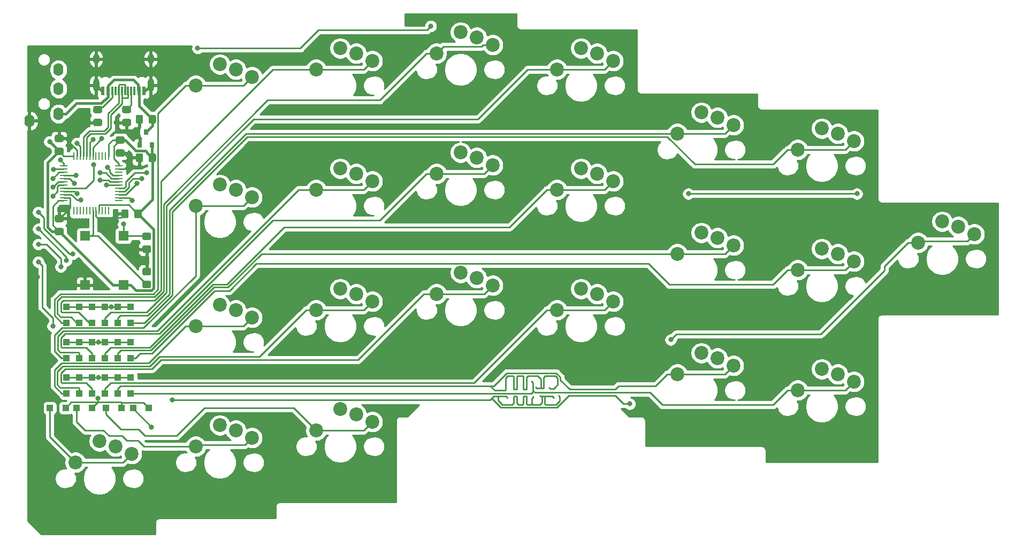
<source format=gtl>
G04 #@! TF.GenerationSoftware,KiCad,Pcbnew,5.1.10*
G04 #@! TF.CreationDate,2021-06-22T11:56:20+03:00*
G04 #@! TF.ProjectId,right,72696768-742e-46b6-9963-61645f706362,rev?*
G04 #@! TF.SameCoordinates,Original*
G04 #@! TF.FileFunction,Copper,L1,Top*
G04 #@! TF.FilePolarity,Positive*
%FSLAX46Y46*%
G04 Gerber Fmt 4.6, Leading zero omitted, Abs format (unit mm)*
G04 Created by KiCad (PCBNEW 5.1.10) date 2021-06-22 11:56:20*
%MOMM*%
%LPD*%
G01*
G04 APERTURE LIST*
G04 #@! TA.AperFunction,ComponentPad*
%ADD10C,2.200000*%
G04 #@! TD*
G04 #@! TA.AperFunction,SMDPad,CuDef*
%ADD11R,1.500000X1.500000*%
G04 #@! TD*
G04 #@! TA.AperFunction,SMDPad,CuDef*
%ADD12R,1.000000X1.000000*%
G04 #@! TD*
G04 #@! TA.AperFunction,SMDPad,CuDef*
%ADD13R,0.250000X1.300000*%
G04 #@! TD*
G04 #@! TA.AperFunction,SMDPad,CuDef*
%ADD14R,1.300000X0.250000*%
G04 #@! TD*
G04 #@! TA.AperFunction,SMDPad,CuDef*
%ADD15R,0.800000X0.900000*%
G04 #@! TD*
G04 #@! TA.AperFunction,ComponentPad*
%ADD16O,1.600000X2.000000*%
G04 #@! TD*
G04 #@! TA.AperFunction,ComponentPad*
%ADD17O,1.000000X1.400000*%
G04 #@! TD*
G04 #@! TA.AperFunction,ComponentPad*
%ADD18O,1.000000X1.600000*%
G04 #@! TD*
G04 #@! TA.AperFunction,ComponentPad*
%ADD19O,1.000000X2.100000*%
G04 #@! TD*
G04 #@! TA.AperFunction,SMDPad,CuDef*
%ADD20R,0.300000X1.450000*%
G04 #@! TD*
G04 #@! TA.AperFunction,SMDPad,CuDef*
%ADD21R,0.600000X1.450000*%
G04 #@! TD*
G04 #@! TA.AperFunction,ViaPad*
%ADD22C,0.800000*%
G04 #@! TD*
G04 #@! TA.AperFunction,Conductor*
%ADD23C,0.381000*%
G04 #@! TD*
G04 #@! TA.AperFunction,Conductor*
%ADD24C,0.250000*%
G04 #@! TD*
G04 #@! TA.AperFunction,Conductor*
%ADD25C,0.254000*%
G04 #@! TD*
G04 #@! TA.AperFunction,Conductor*
%ADD26C,0.100000*%
G04 #@! TD*
G04 APERTURE END LIST*
D10*
X136164000Y-125132000D03*
X131064000Y-123132000D03*
X133604000Y-123952000D03*
X127254000Y-126492000D03*
X117114000Y-70522000D03*
X112014000Y-68522000D03*
X114554000Y-69342000D03*
X108204000Y-71882000D03*
X89154000Y-131572000D03*
X95504000Y-129032000D03*
X92964000Y-128212000D03*
X98064000Y-130212000D03*
X212364000Y-80682000D03*
X207264000Y-78682000D03*
X209804000Y-79502000D03*
X203454000Y-82042000D03*
X203454000Y-101092000D03*
X209804000Y-98552000D03*
X207264000Y-97732000D03*
X212364000Y-99732000D03*
X212364000Y-118782000D03*
X207264000Y-116782000D03*
X209804000Y-117602000D03*
X203454000Y-120142000D03*
X165354000Y-69342000D03*
X171704000Y-66802000D03*
X169164000Y-65982000D03*
X174264000Y-67982000D03*
X117114000Y-89572000D03*
X112014000Y-87572000D03*
X114554000Y-88392000D03*
X108204000Y-90932000D03*
X165354000Y-88392000D03*
X171704000Y-85852000D03*
X169164000Y-85032000D03*
X174264000Y-87032000D03*
X174264000Y-106082000D03*
X169164000Y-104082000D03*
X171704000Y-104902000D03*
X165354000Y-107442000D03*
X222504000Y-96774000D03*
X228854000Y-94234000D03*
X226314000Y-93414000D03*
X231414000Y-95414000D03*
X108204000Y-109982000D03*
X114554000Y-107442000D03*
X112014000Y-106622000D03*
X117114000Y-108622000D03*
X193314000Y-78142000D03*
X188214000Y-76142000D03*
X190754000Y-76962000D03*
X184404000Y-79502000D03*
X184404000Y-98552000D03*
X190754000Y-96012000D03*
X188214000Y-95192000D03*
X193314000Y-97192000D03*
X193314000Y-116242000D03*
X188214000Y-114242000D03*
X190754000Y-115062000D03*
X184404000Y-117602000D03*
X146304000Y-66802000D03*
X152654000Y-64262000D03*
X150114000Y-63442000D03*
X155214000Y-65442000D03*
X155214000Y-84492000D03*
X150114000Y-82492000D03*
X152654000Y-83312000D03*
X146304000Y-85852000D03*
X146304000Y-104902000D03*
X152654000Y-102362000D03*
X150114000Y-101542000D03*
X155214000Y-103542000D03*
X136164000Y-67982000D03*
X131064000Y-65982000D03*
X133604000Y-66802000D03*
X127254000Y-69342000D03*
X127254000Y-88392000D03*
X133604000Y-85852000D03*
X131064000Y-85032000D03*
X136164000Y-87032000D03*
X136164000Y-106082000D03*
X131064000Y-104082000D03*
X133604000Y-104902000D03*
X127254000Y-107442000D03*
X108204000Y-129032000D03*
X114554000Y-126492000D03*
X112014000Y-125672000D03*
X117114000Y-127672000D03*
D11*
X90678000Y-95668000D03*
X90678000Y-103468000D03*
X96774000Y-95668000D03*
X96774000Y-103468000D03*
G04 #@! TA.AperFunction,SMDPad,CuDef*
G36*
G01*
X100006999Y-100762000D02*
X100907001Y-100762000D01*
G75*
G02*
X101157000Y-101011999I0J-249999D01*
G01*
X101157000Y-101662001D01*
G75*
G02*
X100907001Y-101912000I-249999J0D01*
G01*
X100006999Y-101912000D01*
G75*
G02*
X99757000Y-101662001I0J249999D01*
G01*
X99757000Y-101011999D01*
G75*
G02*
X100006999Y-100762000I249999J0D01*
G01*
G37*
G04 #@! TD.AperFunction*
G04 #@! TA.AperFunction,SMDPad,CuDef*
G36*
G01*
X100006999Y-102812000D02*
X100907001Y-102812000D01*
G75*
G02*
X101157000Y-103061999I0J-249999D01*
G01*
X101157000Y-103712001D01*
G75*
G02*
X100907001Y-103962000I-249999J0D01*
G01*
X100006999Y-103962000D01*
G75*
G02*
X99757000Y-103712001I0J249999D01*
G01*
X99757000Y-103061999D01*
G75*
G02*
X100006999Y-102812000I249999J0D01*
G01*
G37*
G04 #@! TD.AperFunction*
G04 #@! TA.AperFunction,SMDPad,CuDef*
G36*
G01*
X86163999Y-81730000D02*
X87064001Y-81730000D01*
G75*
G02*
X87314000Y-81979999I0J-249999D01*
G01*
X87314000Y-82630001D01*
G75*
G02*
X87064001Y-82880000I-249999J0D01*
G01*
X86163999Y-82880000D01*
G75*
G02*
X85914000Y-82630001I0J249999D01*
G01*
X85914000Y-81979999D01*
G75*
G02*
X86163999Y-81730000I249999J0D01*
G01*
G37*
G04 #@! TD.AperFunction*
G04 #@! TA.AperFunction,SMDPad,CuDef*
G36*
G01*
X86163999Y-79680000D02*
X87064001Y-79680000D01*
G75*
G02*
X87314000Y-79929999I0J-249999D01*
G01*
X87314000Y-80580001D01*
G75*
G02*
X87064001Y-80830000I-249999J0D01*
G01*
X86163999Y-80830000D01*
G75*
G02*
X85914000Y-80580001I0J249999D01*
G01*
X85914000Y-79929999D01*
G75*
G02*
X86163999Y-79680000I249999J0D01*
G01*
G37*
G04 #@! TD.AperFunction*
G04 #@! TA.AperFunction,SMDPad,CuDef*
G36*
G01*
X96716001Y-83134000D02*
X95815999Y-83134000D01*
G75*
G02*
X95566000Y-82884001I0J249999D01*
G01*
X95566000Y-82233999D01*
G75*
G02*
X95815999Y-81984000I249999J0D01*
G01*
X96716001Y-81984000D01*
G75*
G02*
X96966000Y-82233999I0J-249999D01*
G01*
X96966000Y-82884001D01*
G75*
G02*
X96716001Y-83134000I-249999J0D01*
G01*
G37*
G04 #@! TD.AperFunction*
G04 #@! TA.AperFunction,SMDPad,CuDef*
G36*
G01*
X96716001Y-81084000D02*
X95815999Y-81084000D01*
G75*
G02*
X95566000Y-80834001I0J249999D01*
G01*
X95566000Y-80183999D01*
G75*
G02*
X95815999Y-79934000I249999J0D01*
G01*
X96716001Y-79934000D01*
G75*
G02*
X96966000Y-80183999I0J-249999D01*
G01*
X96966000Y-80834001D01*
G75*
G02*
X96716001Y-81084000I-249999J0D01*
G01*
G37*
G04 #@! TD.AperFunction*
G04 #@! TA.AperFunction,SMDPad,CuDef*
G36*
G01*
X98494000Y-92652001D02*
X98494000Y-91751999D01*
G75*
G02*
X98743999Y-91502000I249999J0D01*
G01*
X99394001Y-91502000D01*
G75*
G02*
X99644000Y-91751999I0J-249999D01*
G01*
X99644000Y-92652001D01*
G75*
G02*
X99394001Y-92902000I-249999J0D01*
G01*
X98743999Y-92902000D01*
G75*
G02*
X98494000Y-92652001I0J249999D01*
G01*
G37*
G04 #@! TD.AperFunction*
G04 #@! TA.AperFunction,SMDPad,CuDef*
G36*
G01*
X96444000Y-92652001D02*
X96444000Y-91751999D01*
G75*
G02*
X96693999Y-91502000I249999J0D01*
G01*
X97344001Y-91502000D01*
G75*
G02*
X97594000Y-91751999I0J-249999D01*
G01*
X97594000Y-92652001D01*
G75*
G02*
X97344001Y-92902000I-249999J0D01*
G01*
X96693999Y-92902000D01*
G75*
G02*
X96444000Y-92652001I0J249999D01*
G01*
G37*
G04 #@! TD.AperFunction*
G04 #@! TA.AperFunction,SMDPad,CuDef*
G36*
G01*
X86163999Y-92380000D02*
X87064001Y-92380000D01*
G75*
G02*
X87314000Y-92629999I0J-249999D01*
G01*
X87314000Y-93280001D01*
G75*
G02*
X87064001Y-93530000I-249999J0D01*
G01*
X86163999Y-93530000D01*
G75*
G02*
X85914000Y-93280001I0J249999D01*
G01*
X85914000Y-92629999D01*
G75*
G02*
X86163999Y-92380000I249999J0D01*
G01*
G37*
G04 #@! TD.AperFunction*
G04 #@! TA.AperFunction,SMDPad,CuDef*
G36*
G01*
X86163999Y-94430000D02*
X87064001Y-94430000D01*
G75*
G02*
X87314000Y-94679999I0J-249999D01*
G01*
X87314000Y-95330001D01*
G75*
G02*
X87064001Y-95580000I-249999J0D01*
G01*
X86163999Y-95580000D01*
G75*
G02*
X85914000Y-95330001I0J249999D01*
G01*
X85914000Y-94679999D01*
G75*
G02*
X86163999Y-94430000I249999J0D01*
G01*
G37*
G04 #@! TD.AperFunction*
G04 #@! TA.AperFunction,SMDPad,CuDef*
G36*
G01*
X100780000Y-83762001D02*
X100780000Y-82861999D01*
G75*
G02*
X101029999Y-82612000I249999J0D01*
G01*
X101680001Y-82612000D01*
G75*
G02*
X101930000Y-82861999I0J-249999D01*
G01*
X101930000Y-83762001D01*
G75*
G02*
X101680001Y-84012000I-249999J0D01*
G01*
X101029999Y-84012000D01*
G75*
G02*
X100780000Y-83762001I0J249999D01*
G01*
G37*
G04 #@! TD.AperFunction*
G04 #@! TA.AperFunction,SMDPad,CuDef*
G36*
G01*
X98730000Y-83762001D02*
X98730000Y-82861999D01*
G75*
G02*
X98979999Y-82612000I249999J0D01*
G01*
X99630001Y-82612000D01*
G75*
G02*
X99880000Y-82861999I0J-249999D01*
G01*
X99880000Y-83762001D01*
G75*
G02*
X99630001Y-84012000I-249999J0D01*
G01*
X98979999Y-84012000D01*
G75*
G02*
X98730000Y-83762001I0J249999D01*
G01*
G37*
G04 #@! TD.AperFunction*
G04 #@! TA.AperFunction,SMDPad,CuDef*
G36*
G01*
X98730000Y-77666001D02*
X98730000Y-76765999D01*
G75*
G02*
X98979999Y-76516000I249999J0D01*
G01*
X99630001Y-76516000D01*
G75*
G02*
X99880000Y-76765999I0J-249999D01*
G01*
X99880000Y-77666001D01*
G75*
G02*
X99630001Y-77916000I-249999J0D01*
G01*
X98979999Y-77916000D01*
G75*
G02*
X98730000Y-77666001I0J249999D01*
G01*
G37*
G04 #@! TD.AperFunction*
G04 #@! TA.AperFunction,SMDPad,CuDef*
G36*
G01*
X100780000Y-77666001D02*
X100780000Y-76765999D01*
G75*
G02*
X101029999Y-76516000I249999J0D01*
G01*
X101680001Y-76516000D01*
G75*
G02*
X101930000Y-76765999I0J-249999D01*
G01*
X101930000Y-77666001D01*
G75*
G02*
X101680001Y-77916000I-249999J0D01*
G01*
X101029999Y-77916000D01*
G75*
G02*
X100780000Y-77666001I0J249999D01*
G01*
G37*
G04 #@! TD.AperFunction*
D12*
X85130000Y-122936000D03*
X87630000Y-122936000D03*
X87757000Y-112542000D03*
X87757000Y-115042000D03*
X87757000Y-109454000D03*
X87757000Y-106954000D03*
X100798000Y-122936000D03*
X98298000Y-122936000D03*
X93853000Y-120630000D03*
X93853000Y-118130000D03*
X93853000Y-112542000D03*
X93853000Y-115042000D03*
X93853000Y-109454000D03*
X93853000Y-106954000D03*
X97917000Y-118130000D03*
X97917000Y-120630000D03*
X97917000Y-115042000D03*
X97917000Y-112542000D03*
X97917000Y-106954000D03*
X97917000Y-109454000D03*
X87757000Y-120630000D03*
X87757000Y-118130000D03*
X95885000Y-112542000D03*
X95885000Y-115042000D03*
X89321000Y-122936000D03*
X91821000Y-122936000D03*
X89789000Y-112542000D03*
X89789000Y-115042000D03*
X89789000Y-109454000D03*
X89789000Y-106954000D03*
X96480000Y-122936000D03*
X93980000Y-122936000D03*
X91821000Y-120630000D03*
X91821000Y-118130000D03*
X91821000Y-112542000D03*
X91821000Y-115042000D03*
X91821000Y-109454000D03*
X91821000Y-106954000D03*
X95885000Y-118130000D03*
X95885000Y-120630000D03*
X95885000Y-109454000D03*
X95885000Y-106954000D03*
X89789000Y-118130000D03*
X89789000Y-120630000D03*
D13*
X88944000Y-91726000D03*
X89444000Y-91726000D03*
X89944000Y-91726000D03*
X90444000Y-91726000D03*
X90944000Y-91726000D03*
X91444000Y-91726000D03*
X91944000Y-91726000D03*
X92444000Y-91726000D03*
X92944000Y-91726000D03*
X93444000Y-91726000D03*
X93944000Y-91726000D03*
X94444000Y-91726000D03*
D14*
X96044000Y-90126000D03*
X96044000Y-89626000D03*
X96044000Y-89126000D03*
X96044000Y-88626000D03*
X96044000Y-88126000D03*
X96044000Y-87626000D03*
X96044000Y-87126000D03*
X96044000Y-86626000D03*
X96044000Y-86126000D03*
X96044000Y-85626000D03*
X96044000Y-85126000D03*
X96044000Y-84626000D03*
D13*
X94444000Y-83026000D03*
X93944000Y-83026000D03*
X93444000Y-83026000D03*
X92944000Y-83026000D03*
X92444000Y-83026000D03*
X91944000Y-83026000D03*
X91444000Y-83026000D03*
X90944000Y-83026000D03*
X90444000Y-83026000D03*
X89944000Y-83026000D03*
X89444000Y-83026000D03*
X88944000Y-83026000D03*
D14*
X87344000Y-84626000D03*
X87344000Y-85126000D03*
X87344000Y-85626000D03*
X87344000Y-86126000D03*
X87344000Y-86626000D03*
X87344000Y-87126000D03*
X87344000Y-87626000D03*
X87344000Y-88126000D03*
X87344000Y-88626000D03*
X87344000Y-89126000D03*
X87344000Y-89626000D03*
X87344000Y-90126000D03*
D15*
X99380000Y-81264000D03*
X101280000Y-81264000D03*
X100330000Y-79264000D03*
G04 #@! TA.AperFunction,SMDPad,CuDef*
G36*
G01*
X96831999Y-75108000D02*
X97732001Y-75108000D01*
G75*
G02*
X97982000Y-75357999I0J-249999D01*
G01*
X97982000Y-76008001D01*
G75*
G02*
X97732001Y-76258000I-249999J0D01*
G01*
X96831999Y-76258000D01*
G75*
G02*
X96582000Y-76008001I0J249999D01*
G01*
X96582000Y-75357999D01*
G75*
G02*
X96831999Y-75108000I249999J0D01*
G01*
G37*
G04 #@! TD.AperFunction*
G04 #@! TA.AperFunction,SMDPad,CuDef*
G36*
G01*
X96831999Y-77158000D02*
X97732001Y-77158000D01*
G75*
G02*
X97982000Y-77407999I0J-249999D01*
G01*
X97982000Y-78058001D01*
G75*
G02*
X97732001Y-78308000I-249999J0D01*
G01*
X96831999Y-78308000D01*
G75*
G02*
X96582000Y-78058001I0J249999D01*
G01*
X96582000Y-77407999D01*
G75*
G02*
X96831999Y-77158000I249999J0D01*
G01*
G37*
G04 #@! TD.AperFunction*
G04 #@! TA.AperFunction,SMDPad,CuDef*
G36*
G01*
X92259999Y-77158000D02*
X93160001Y-77158000D01*
G75*
G02*
X93410000Y-77407999I0J-249999D01*
G01*
X93410000Y-78058001D01*
G75*
G02*
X93160001Y-78308000I-249999J0D01*
G01*
X92259999Y-78308000D01*
G75*
G02*
X92010000Y-78058001I0J249999D01*
G01*
X92010000Y-77407999D01*
G75*
G02*
X92259999Y-77158000I249999J0D01*
G01*
G37*
G04 #@! TD.AperFunction*
G04 #@! TA.AperFunction,SMDPad,CuDef*
G36*
G01*
X92259999Y-75108000D02*
X93160001Y-75108000D01*
G75*
G02*
X93410000Y-75357999I0J-249999D01*
G01*
X93410000Y-76008001D01*
G75*
G02*
X93160001Y-76258000I-249999J0D01*
G01*
X92259999Y-76258000D01*
G75*
G02*
X92010000Y-76008001I0J249999D01*
G01*
X92010000Y-75357999D01*
G75*
G02*
X92259999Y-75108000I249999J0D01*
G01*
G37*
G04 #@! TD.AperFunction*
G04 #@! TA.AperFunction,SMDPad,CuDef*
G36*
G01*
X100006999Y-95174000D02*
X100907001Y-95174000D01*
G75*
G02*
X101157000Y-95423999I0J-249999D01*
G01*
X101157000Y-96074001D01*
G75*
G02*
X100907001Y-96324000I-249999J0D01*
G01*
X100006999Y-96324000D01*
G75*
G02*
X99757000Y-96074001I0J249999D01*
G01*
X99757000Y-95423999D01*
G75*
G02*
X100006999Y-95174000I249999J0D01*
G01*
G37*
G04 #@! TD.AperFunction*
G04 #@! TA.AperFunction,SMDPad,CuDef*
G36*
G01*
X100006999Y-97224000D02*
X100907001Y-97224000D01*
G75*
G02*
X101157000Y-97473999I0J-249999D01*
G01*
X101157000Y-98124001D01*
G75*
G02*
X100907001Y-98374000I-249999J0D01*
G01*
X100006999Y-98374000D01*
G75*
G02*
X99757000Y-98124001I0J249999D01*
G01*
X99757000Y-97473999D01*
G75*
G02*
X100006999Y-97224000I249999J0D01*
G01*
G37*
G04 #@! TD.AperFunction*
D16*
X81901000Y-77467000D03*
X86501000Y-76367000D03*
X86501000Y-69367000D03*
X86501000Y-72367000D03*
D17*
X86501000Y-69367000D03*
X86501000Y-72367000D03*
X86501000Y-76367000D03*
X81901000Y-77467000D03*
D18*
X92454000Y-67657000D03*
X101094000Y-67657000D03*
D19*
X101094000Y-71837000D03*
X92454000Y-71837000D03*
D20*
X97024000Y-72752000D03*
X95024000Y-72752000D03*
X95524000Y-72752000D03*
X96024000Y-72752000D03*
X96524000Y-72752000D03*
X97524000Y-72752000D03*
X98024000Y-72752000D03*
X98524000Y-72752000D03*
D21*
X93524000Y-72752000D03*
X94324000Y-72752000D03*
X99224000Y-72752000D03*
X100024000Y-72752000D03*
X100024000Y-72752000D03*
X99224000Y-72752000D03*
X94324000Y-72752000D03*
X93524000Y-72752000D03*
D22*
X120751600Y-84328000D03*
X121310400Y-103174800D03*
X95631000Y-77724000D03*
X139446000Y-68453000D03*
X118999000Y-68453000D03*
X88773000Y-93726000D03*
X115570000Y-138557000D03*
X127000000Y-136017000D03*
X83185000Y-102235000D03*
X83185000Y-87122000D03*
X97790000Y-98806000D03*
X98044000Y-84963000D03*
X90297000Y-101092000D03*
X85090000Y-80772000D03*
X89408000Y-81026000D03*
X86786000Y-83693000D03*
X98139235Y-90067167D03*
X88773000Y-98552000D03*
X83312000Y-91948000D03*
X87757000Y-99568000D03*
X83312000Y-94615000D03*
X98933000Y-87375998D03*
X86868000Y-100584000D03*
X83312000Y-97028000D03*
X99694996Y-86614000D03*
X85598000Y-109982000D03*
X83312000Y-99822000D03*
X100457000Y-85725000D03*
X85598000Y-87972000D03*
X85598000Y-89408000D03*
X93345000Y-80264000D03*
X91953360Y-80396370D03*
X88994000Y-87376000D03*
X89412660Y-89022340D03*
X85598000Y-86614006D03*
X90043000Y-90042998D03*
X89261000Y-86126000D03*
X186182000Y-89027000D03*
X212852000Y-89027000D03*
X85684167Y-85192152D03*
X108521500Y-65976500D03*
X145415000Y-62484000D03*
X92075000Y-84455000D03*
X96774000Y-93853000D03*
X94869000Y-106954000D03*
X94107000Y-87630000D03*
X93091000Y-86868000D03*
X92837000Y-112542000D03*
X92837000Y-118130000D03*
X93091000Y-85725000D03*
X94234000Y-84836000D03*
X92710000Y-121412000D03*
X101219000Y-125984000D03*
X104521000Y-121666000D03*
X176885600Y-122301000D03*
X183388000Y-112141000D03*
D23*
X93369000Y-72752000D02*
X92454000Y-71837000D01*
X93524000Y-72752000D02*
X93369000Y-72752000D01*
X100179000Y-72752000D02*
X101094000Y-71837000D01*
X100024000Y-72752000D02*
X100179000Y-72752000D01*
D24*
X87414000Y-80255000D02*
X86614000Y-80255000D01*
X87573000Y-80255000D02*
X87414000Y-80255000D01*
X89444000Y-82126000D02*
X87573000Y-80255000D01*
X89444000Y-83026000D02*
X89444000Y-82126000D01*
X97397372Y-83182372D02*
X96774000Y-82559000D01*
X97397372Y-84632630D02*
X97397372Y-83182372D01*
X96904002Y-85126000D02*
X97397372Y-84632630D01*
X96044000Y-85126000D02*
X96904002Y-85126000D01*
D23*
X96774000Y-92447000D02*
X97019000Y-92202000D01*
D24*
X96395628Y-92825372D02*
X97019000Y-92202000D01*
X92643372Y-92825372D02*
X96395628Y-92825372D01*
X92444000Y-92626000D02*
X92643372Y-92825372D01*
X92444000Y-91726000D02*
X92444000Y-92626000D01*
X87237372Y-92331628D02*
X86614000Y-92955000D01*
X88319001Y-91249999D02*
X87237372Y-92331628D01*
X88319001Y-89701001D02*
X88319001Y-91249999D01*
X88244000Y-89626000D02*
X88319001Y-89701001D01*
X87344000Y-89626000D02*
X88244000Y-89626000D01*
X97024000Y-71777000D02*
X97024000Y-72752000D01*
X96948999Y-71701999D02*
X97024000Y-71777000D01*
X96099001Y-71701999D02*
X96948999Y-71701999D01*
X96024000Y-71777000D02*
X96099001Y-71701999D01*
X96024000Y-72752000D02*
X96024000Y-71777000D01*
X90444000Y-82126000D02*
X90444000Y-83026000D01*
X96024000Y-72752000D02*
X96024000Y-74664000D01*
X91343602Y-79088987D02*
X90444000Y-79988589D01*
X90444000Y-79988589D02*
X90444000Y-82126000D01*
X93758013Y-79088987D02*
X91343602Y-79088987D01*
X94361000Y-78486000D02*
X93758013Y-79088987D01*
X94361000Y-76326999D02*
X94361000Y-78486000D01*
X96024000Y-74664000D02*
X94361000Y-76326999D01*
X93160001Y-75232999D02*
X92710000Y-75683000D01*
X93499943Y-75232999D02*
X93160001Y-75232999D01*
X95024000Y-73708942D02*
X93499943Y-75232999D01*
X95024000Y-72752000D02*
X95024000Y-73708942D01*
X97524000Y-73727000D02*
X97524000Y-72752000D01*
X97448999Y-73802001D02*
X97524000Y-73727000D01*
X96524000Y-73727000D02*
X96599001Y-73802001D01*
X96599001Y-73802001D02*
X97448999Y-73802001D01*
X96524000Y-72752000D02*
X96524000Y-73727000D01*
X90944000Y-82126000D02*
X90944000Y-83026000D01*
X93944413Y-79538998D02*
X91530002Y-79538998D01*
X94811011Y-76513399D02*
X94811011Y-78672400D01*
X90944000Y-80125000D02*
X90944000Y-82126000D01*
X96524000Y-72752000D02*
X96524000Y-74800410D01*
X96524000Y-74800410D02*
X94811011Y-76513399D01*
X94811011Y-78672400D02*
X93944413Y-79538998D01*
X91530002Y-79538998D02*
X90944000Y-80125000D01*
X97905372Y-75059628D02*
X97282000Y-75683000D01*
X97999001Y-74965999D02*
X97905372Y-75059628D01*
X98024000Y-73553000D02*
X97999001Y-73577999D01*
X97999001Y-73577999D02*
X97999001Y-74965999D01*
X98024000Y-72752000D02*
X98024000Y-73553000D01*
D23*
X99224000Y-75085000D02*
X101355000Y-77216000D01*
X99224000Y-72752000D02*
X99224000Y-75085000D01*
X87682000Y-76367000D02*
X86501000Y-76367000D01*
X89331510Y-74717490D02*
X87682000Y-76367000D01*
X93286412Y-74717490D02*
X89331510Y-74717490D01*
X94324000Y-73679902D02*
X93286412Y-74717490D01*
X94324000Y-72752000D02*
X94324000Y-73679902D01*
X99064501Y-72592501D02*
X99224000Y-72752000D01*
X99064501Y-71714599D02*
X99064501Y-72592501D01*
X98342902Y-70993000D02*
X99064501Y-71714599D01*
X95256942Y-70993000D02*
X98342902Y-70993000D01*
X94324000Y-72752000D02*
X94324000Y-71925942D01*
X94324000Y-71925942D02*
X95256942Y-70993000D01*
X101355000Y-78239000D02*
X100330000Y-79264000D01*
X101355000Y-77216000D02*
X101355000Y-78239000D01*
D24*
X87335000Y-83026000D02*
X86614000Y-82305000D01*
X88944000Y-83026000D02*
X87335000Y-83026000D01*
D23*
X85090000Y-80781000D02*
X86614000Y-82305000D01*
X85090000Y-80772000D02*
X85090000Y-80781000D01*
X101355000Y-89916000D02*
X99069000Y-92202000D01*
X101355000Y-83312000D02*
X101355000Y-89916000D01*
X97905000Y-103468000D02*
X96774000Y-103468000D01*
X98789510Y-104352510D02*
X97905000Y-103468000D01*
X101547510Y-103977310D02*
X101172310Y-104352510D01*
X101547510Y-94680510D02*
X101547510Y-103977310D01*
X101172310Y-104352510D02*
X98789510Y-104352510D01*
X99069000Y-92202000D02*
X101547510Y-94680510D01*
D24*
X98445628Y-91578628D02*
X99069000Y-92202000D01*
X97617999Y-90750999D02*
X98445628Y-91578628D01*
X93019001Y-90750999D02*
X97617999Y-90750999D01*
X92944000Y-90826000D02*
X93019001Y-90750999D01*
X92944000Y-91726000D02*
X92944000Y-90826000D01*
D23*
X95077000Y-103468000D02*
X86614000Y-95005000D01*
X96774000Y-103468000D02*
X95077000Y-103468000D01*
D24*
X85990628Y-94381628D02*
X86614000Y-95005000D01*
X85588990Y-93979990D02*
X85990628Y-94381628D01*
X85588990Y-90981010D02*
X85588990Y-93979990D01*
X86444000Y-90126000D02*
X85588990Y-90981010D01*
X87344000Y-90126000D02*
X86444000Y-90126000D01*
D23*
X84807499Y-94341499D02*
X84807499Y-84111501D01*
X84807499Y-84111501D02*
X85990628Y-82928372D01*
X86614000Y-95005000D02*
X85471000Y-95005000D01*
X85471000Y-95005000D02*
X84807499Y-94341499D01*
X85990628Y-82928372D02*
X86614000Y-82305000D01*
X100264490Y-82221490D02*
X100731628Y-82688628D01*
X100731628Y-82688628D02*
X101355000Y-83312000D01*
X97066000Y-80509000D02*
X98778490Y-82221490D01*
X98778490Y-82221490D02*
X100264490Y-82221490D01*
X96266000Y-80509000D02*
X97066000Y-80509000D01*
D24*
X95088000Y-80509000D02*
X96266000Y-80509000D01*
X94444000Y-83026000D02*
X94444000Y-81153000D01*
X94444000Y-81153000D02*
X95088000Y-80509000D01*
X95240990Y-81534010D02*
X95642628Y-81132372D01*
X95240990Y-83447990D02*
X95240990Y-81534010D01*
X95642628Y-81132372D02*
X96266000Y-80509000D01*
X96044000Y-84251000D02*
X95240990Y-83447990D01*
X96044000Y-84626000D02*
X96044000Y-84251000D01*
D23*
X101280000Y-83237000D02*
X101355000Y-83312000D01*
X101280000Y-81264000D02*
X101280000Y-83237000D01*
D24*
X89944000Y-83026000D02*
X89944000Y-81562000D01*
X89944000Y-81562000D02*
X89408000Y-81026000D01*
X89408000Y-81026000D02*
X89408000Y-81026000D01*
X87344000Y-84251000D02*
X86786000Y-83693000D01*
X87344000Y-84626000D02*
X87344000Y-84251000D01*
X86786000Y-83693000D02*
X86786000Y-83693000D01*
X97739236Y-89667168D02*
X98139235Y-90067167D01*
X97698068Y-89626000D02*
X97739236Y-89667168D01*
X96044000Y-89626000D02*
X97698068Y-89626000D01*
X83312000Y-91948000D02*
X83312000Y-91948000D01*
X84201000Y-92837000D02*
X83312000Y-91948000D01*
X84201000Y-94464040D02*
X84201000Y-92837000D01*
X88773000Y-98552000D02*
X88288960Y-98552000D01*
X88288960Y-98552000D02*
X84201000Y-94464040D01*
X87757000Y-99060000D02*
X83312000Y-94615000D01*
X87757000Y-99568000D02*
X87757000Y-99060000D01*
X83312000Y-94615000D02*
X83312000Y-94615000D01*
X98533001Y-87775997D02*
X98933000Y-87375998D01*
X97182998Y-89126000D02*
X98533001Y-87775997D01*
X96044000Y-89126000D02*
X97182998Y-89126000D01*
X83312000Y-97028000D02*
X83312000Y-97028000D01*
X84582000Y-97028000D02*
X83312000Y-97028000D01*
X86868000Y-100584000D02*
X86868000Y-99314000D01*
X86868000Y-99314000D02*
X84582000Y-97028000D01*
X97663000Y-87953997D02*
X97663000Y-87250410D01*
X96044000Y-88626000D02*
X96990997Y-88626000D01*
X96990997Y-88626000D02*
X97663000Y-87953997D01*
X98299410Y-86614000D02*
X99694996Y-86614000D01*
X97663000Y-87250410D02*
X98299410Y-86614000D01*
X83910001Y-106993411D02*
X83910001Y-100420001D01*
X85598000Y-109982000D02*
X85598000Y-108681410D01*
X85598000Y-108681410D02*
X83910001Y-106993411D01*
X83910001Y-100420001D02*
X83312000Y-99822000D01*
X83312000Y-99822000D02*
X83312000Y-99822000D01*
X98552000Y-85725000D02*
X99891315Y-85725000D01*
X97155000Y-87122000D02*
X98552000Y-85725000D01*
X97155000Y-87825587D02*
X97155000Y-87122000D01*
X96044000Y-88126000D02*
X96854587Y-88126000D01*
X99891315Y-85725000D02*
X100457000Y-85725000D01*
X96854587Y-88126000D02*
X97155000Y-87825587D01*
X85598000Y-87972000D02*
X85598000Y-87972000D01*
X87344000Y-87126000D02*
X86444000Y-87126000D01*
X86444000Y-87126000D02*
X85598000Y-87972000D01*
X85598000Y-89408000D02*
X85598000Y-89408000D01*
X86323001Y-87883409D02*
X86323001Y-88682999D01*
X86323001Y-88682999D02*
X85598000Y-89408000D01*
X86580410Y-87626000D02*
X86323001Y-87883409D01*
X87344000Y-87626000D02*
X86580410Y-87626000D01*
X93345000Y-80518000D02*
X93345000Y-80264000D01*
X92945001Y-80663999D02*
X93345000Y-80264000D01*
X91944000Y-81665000D02*
X92945001Y-80663999D01*
X91944000Y-83026000D02*
X91944000Y-81665000D01*
X91553361Y-80796369D02*
X91953360Y-80396370D01*
X91444000Y-83026000D02*
X91444000Y-80905730D01*
X91444000Y-80905730D02*
X91553361Y-80796369D01*
X88244000Y-86626000D02*
X88994000Y-87376000D01*
X87344000Y-86626000D02*
X88244000Y-86626000D01*
X88994000Y-87376000D02*
X88994000Y-87376000D01*
X87344000Y-88626000D02*
X87904000Y-88626000D01*
X87904000Y-88626000D02*
X87953999Y-88576001D01*
X87344000Y-88626000D02*
X89016320Y-88626000D01*
X89016320Y-88626000D02*
X89412660Y-89022340D01*
X86586006Y-85626000D02*
X85598000Y-86614006D01*
X87344000Y-85626000D02*
X86586006Y-85626000D01*
X89407998Y-90042998D02*
X88491000Y-89126000D01*
X90043000Y-90042998D02*
X89407998Y-90042998D01*
X88491000Y-89126000D02*
X87344000Y-89126000D01*
X87344000Y-86126000D02*
X89261000Y-86126000D01*
X89261000Y-86126000D02*
X89261000Y-86126000D01*
X186182000Y-89027000D02*
X212852000Y-89027000D01*
X87344000Y-85126000D02*
X85507000Y-85126000D01*
X108521500Y-65976500D02*
X124777500Y-65976500D01*
X124777500Y-65976500D02*
X127635000Y-63119000D01*
X144780000Y-63119000D02*
X145415000Y-62484000D01*
X127635000Y-63119000D02*
X144780000Y-63119000D01*
X100376000Y-95668000D02*
X100457000Y-95749000D01*
X96774000Y-95668000D02*
X100376000Y-95668000D01*
X92075000Y-84455000D02*
X92075000Y-84455000D01*
X96774000Y-93853000D02*
X96774000Y-95668000D01*
X91821000Y-84455000D02*
X92075000Y-84455000D01*
X87344000Y-88126000D02*
X90793000Y-88126000D01*
X92075000Y-86844000D02*
X92075000Y-84455000D01*
X90793000Y-88126000D02*
X92075000Y-86844000D01*
X91944000Y-95402000D02*
X91678000Y-95668000D01*
X91944000Y-91726000D02*
X91944000Y-95402000D01*
X91678000Y-95668000D02*
X90678000Y-95668000D01*
X92738000Y-95668000D02*
X100457000Y-103387000D01*
X90678000Y-95668000D02*
X92738000Y-95668000D01*
X87757000Y-106954000D02*
X94869000Y-106954000D01*
X94619000Y-87626000D02*
X94619000Y-87626000D01*
X94869000Y-106954000D02*
X97917000Y-106954000D01*
X96044000Y-87626000D02*
X94111000Y-87626000D01*
X94111000Y-87626000D02*
X94107000Y-87630000D01*
X87757000Y-112542000D02*
X92837000Y-112542000D01*
X94676002Y-87126000D02*
X94418002Y-86868000D01*
X96044000Y-87126000D02*
X94676002Y-87126000D01*
X94418002Y-86868000D02*
X93091000Y-86868000D01*
X93091000Y-86868000D02*
X93091000Y-86868000D01*
X92837000Y-112542000D02*
X97917000Y-112542000D01*
X87757000Y-118130000D02*
X92837000Y-118130000D01*
X92837000Y-118130000D02*
X97917000Y-118130000D01*
X93656685Y-85725000D02*
X93091000Y-85725000D01*
X93980000Y-85725000D02*
X93656685Y-85725000D01*
X96044000Y-86626000D02*
X94881000Y-86626000D01*
X94881000Y-86626000D02*
X93980000Y-85725000D01*
X94633999Y-85235999D02*
X94234000Y-84836000D01*
X94633999Y-85615999D02*
X94633999Y-85235999D01*
X95144000Y-86126000D02*
X94633999Y-85615999D01*
X96044000Y-86126000D02*
X95144000Y-86126000D01*
X99972999Y-122110999D02*
X100798000Y-122936000D01*
X96456001Y-122912001D02*
X96480000Y-122936000D01*
X96456001Y-122110999D02*
X96456001Y-122912001D01*
X96456001Y-122110999D02*
X99972999Y-122110999D01*
X88519000Y-122047000D02*
X87630000Y-122936000D01*
X92710000Y-122047000D02*
X91821000Y-122936000D01*
X92710000Y-122047000D02*
X92710000Y-121412000D01*
X88773000Y-122047000D02*
X92710000Y-122047000D01*
X88519000Y-122047000D02*
X88773000Y-122047000D01*
X96392002Y-122047000D02*
X96456001Y-122110999D01*
X92710000Y-122047000D02*
X96392002Y-122047000D01*
X134804000Y-126492000D02*
X127254000Y-126492000D01*
X136164000Y-125132000D02*
X134804000Y-126492000D01*
X127254000Y-126492000D02*
X125008999Y-124246999D01*
X93980000Y-122936000D02*
X93980000Y-123952000D01*
X93980000Y-123952000D02*
X96393000Y-126365000D01*
X96393000Y-126365000D02*
X99187000Y-126365000D01*
X99187000Y-126365000D02*
X100203000Y-127381000D01*
X100203000Y-127381000D02*
X105156000Y-127381000D01*
X105156000Y-127381000D02*
X109601000Y-122936000D01*
X109601000Y-122936000D02*
X123698000Y-122936000D01*
X123698000Y-122936000D02*
X125008999Y-124246999D01*
X108464001Y-128771999D02*
X108204000Y-129032000D01*
X116014001Y-128771999D02*
X108464001Y-128771999D01*
X117114000Y-127672000D02*
X116014001Y-128771999D01*
X89321000Y-125135000D02*
X89321000Y-122936000D01*
X90678000Y-126492000D02*
X89321000Y-125135000D01*
X94488000Y-127381000D02*
X93599000Y-126492000D01*
X96520000Y-127381000D02*
X94488000Y-127381000D01*
X97282000Y-128143000D02*
X96520000Y-127381000D01*
X93599000Y-126492000D02*
X90678000Y-126492000D01*
X99096000Y-128143000D02*
X97282000Y-128143000D01*
X99985000Y-129032000D02*
X99096000Y-128143000D01*
X108204000Y-129032000D02*
X99985000Y-129032000D01*
X134804000Y-107442000D02*
X136164000Y-106082000D01*
X127254000Y-107442000D02*
X134804000Y-107442000D01*
X125698366Y-107442000D02*
X127254000Y-107442000D01*
X118293365Y-114847001D02*
X125698366Y-107442000D01*
X100979989Y-116317011D02*
X102449999Y-114847001D01*
X87138399Y-116317011D02*
X100979989Y-116317011D01*
X89789000Y-119880000D02*
X89670000Y-119761000D01*
X89670000Y-119761000D02*
X86774410Y-119761000D01*
X86302010Y-119288600D02*
X86302010Y-117153400D01*
X89789000Y-120630000D02*
X89789000Y-119880000D01*
X86302010Y-117153400D02*
X87138399Y-116317011D01*
X102449999Y-114847001D02*
X118293365Y-114847001D01*
X86774410Y-119761000D02*
X86302010Y-119288600D01*
X134804000Y-88392000D02*
X136164000Y-87032000D01*
X127254000Y-88392000D02*
X134804000Y-88392000D01*
X87263990Y-110729010D02*
X102143992Y-110729010D01*
X125698366Y-88392000D02*
X127254000Y-88392000D01*
X102143992Y-110729010D02*
X124481002Y-88392000D01*
X86360000Y-111633000D02*
X87263990Y-110729010D01*
X89789000Y-115042000D02*
X89789000Y-114292000D01*
X89789000Y-114292000D02*
X89670000Y-114173000D01*
X89670000Y-114173000D02*
X86774410Y-114173000D01*
X124481002Y-88392000D02*
X125698366Y-88392000D01*
X86774410Y-114173000D02*
X86360000Y-113758590D01*
X86360000Y-113758590D02*
X86360000Y-111633000D01*
X134804000Y-69342000D02*
X136164000Y-67982000D01*
X127254000Y-69342000D02*
X134804000Y-69342000D01*
X102705020Y-87071978D02*
X120434998Y-69342000D01*
X102705020Y-104312251D02*
X102705020Y-87071978D01*
X101699242Y-105318029D02*
X102705020Y-104312251D01*
X86959971Y-105318029D02*
X101699242Y-105318029D01*
X86302010Y-105975990D02*
X86959971Y-105318029D01*
X86302010Y-108019010D02*
X86302010Y-105975990D01*
X86868000Y-108585000D02*
X86302010Y-108019010D01*
X88473002Y-108585000D02*
X86868000Y-108585000D01*
X89342002Y-109454000D02*
X88473002Y-108585000D01*
X89789000Y-109454000D02*
X89342002Y-109454000D01*
X120434998Y-69342000D02*
X127254000Y-69342000D01*
X153854000Y-104902000D02*
X155214000Y-103542000D01*
X146304000Y-104902000D02*
X153854000Y-104902000D01*
X144748366Y-104902000D02*
X146304000Y-104902000D01*
X144342998Y-104902000D02*
X144748366Y-104902000D01*
X102743000Y-115316000D02*
X133928998Y-115316000D01*
X101291979Y-116767021D02*
X102743000Y-115316000D01*
X87534977Y-116767021D02*
X101291979Y-116767021D01*
X91821000Y-119880000D02*
X90896001Y-118955001D01*
X91821000Y-120630000D02*
X91821000Y-119880000D01*
X86996999Y-118955001D02*
X86868000Y-118826002D01*
X133928998Y-115316000D02*
X144342998Y-104902000D01*
X90896001Y-118955001D02*
X86996999Y-118955001D01*
X86868000Y-118826002D02*
X86868000Y-117433998D01*
X86868000Y-117433998D02*
X87534977Y-116767021D01*
X86868000Y-113238002D02*
X86868000Y-111845998D01*
X86868000Y-111845998D02*
X87534978Y-111179020D01*
X86996999Y-113367001D02*
X86868000Y-113238002D01*
X90896001Y-113367001D02*
X86996999Y-113367001D01*
X91821000Y-115042000D02*
X91821000Y-114292000D01*
X91821000Y-114292000D02*
X90896001Y-113367001D01*
X137343365Y-93257001D02*
X144748366Y-85852000D01*
X120427997Y-93257001D02*
X137343365Y-93257001D01*
X102505978Y-111179020D02*
X120427997Y-93257001D01*
X144748366Y-85852000D02*
X146304000Y-85852000D01*
X87534978Y-111179020D02*
X102505978Y-111179020D01*
X153854000Y-85852000D02*
X155214000Y-84492000D01*
X146304000Y-85852000D02*
X153854000Y-85852000D01*
X153413365Y-65687001D02*
X153658366Y-65442000D01*
X153658366Y-65442000D02*
X155214000Y-65442000D01*
X147418999Y-65687001D02*
X153413365Y-65687001D01*
X146304000Y-66802000D02*
X147418999Y-65687001D01*
X103155030Y-90646970D02*
X119594999Y-74207001D01*
X103155030Y-104498651D02*
X103155030Y-90646970D01*
X101735681Y-105918000D02*
X103155030Y-104498651D01*
X87207998Y-105918000D02*
X101735681Y-105918000D01*
X91374002Y-109454000D02*
X89699003Y-107779001D01*
X86868000Y-106257998D02*
X87207998Y-105918000D01*
X91821000Y-109454000D02*
X91374002Y-109454000D01*
X137343365Y-74207001D02*
X144748366Y-66802000D01*
X119594999Y-74207001D02*
X137343365Y-74207001D01*
X86996999Y-107779001D02*
X86868000Y-107650002D01*
X89699003Y-107779001D02*
X86996999Y-107779001D01*
X144748366Y-66802000D02*
X146304000Y-66802000D01*
X86868000Y-107650002D02*
X86868000Y-106257998D01*
X191954000Y-117602000D02*
X193314000Y-116242000D01*
X184404000Y-117602000D02*
X191954000Y-117602000D01*
X164846000Y-119888000D02*
X164338000Y-119888000D01*
X164338000Y-119888000D02*
X164134800Y-119684800D01*
X160528000Y-120015000D02*
X160020000Y-120015000D01*
X162814000Y-119837200D02*
X162814000Y-118364000D01*
X163271200Y-119837200D02*
X162814000Y-119837200D01*
X163271200Y-118110000D02*
X163271200Y-119837200D01*
X163525200Y-117856000D02*
X163271200Y-118110000D01*
X159004000Y-117983000D02*
X159004000Y-120015000D01*
X157607000Y-117856000D02*
X157226000Y-118237000D01*
X165100000Y-117856000D02*
X163525200Y-117856000D01*
X160528000Y-118110000D02*
X160528000Y-120015000D01*
X165481000Y-119253000D02*
X165481000Y-118237000D01*
X162306000Y-117856000D02*
X160782000Y-117856000D01*
X160020000Y-120015000D02*
X160020000Y-117856000D01*
X160020000Y-117856000D02*
X159131000Y-117856000D01*
X159131000Y-117856000D02*
X159004000Y-117983000D01*
X159004000Y-120015000D02*
X158496000Y-120015000D01*
X162814000Y-118364000D02*
X162306000Y-117856000D01*
X165481000Y-118237000D02*
X165100000Y-117856000D01*
X158496000Y-120015000D02*
X158496000Y-117983000D01*
X158496000Y-117983000D02*
X158369000Y-117856000D01*
X158369000Y-117856000D02*
X157607000Y-117856000D01*
X157226000Y-120091200D02*
X157137210Y-120179990D01*
X160782000Y-117856000D02*
X160528000Y-118110000D01*
X157137210Y-120179990D02*
X155536790Y-120179990D01*
X157226000Y-118237000D02*
X157226000Y-120091200D01*
X162814000Y-119837200D02*
X162204400Y-119837200D01*
X162204400Y-119837200D02*
X162001200Y-119634000D01*
X165100000Y-119634000D02*
X165481000Y-119253000D01*
X164846000Y-119888000D02*
X165100000Y-119634000D01*
X174599600Y-119989600D02*
X175140190Y-119449010D01*
X167386000Y-119989600D02*
X174599600Y-119989600D01*
X165912800Y-118059200D02*
X165912800Y-118516400D01*
X165252400Y-117398800D02*
X165912800Y-118059200D01*
X157429200Y-117398800D02*
X165252400Y-117398800D01*
X181001356Y-119449010D02*
X182848366Y-117602000D01*
X155378990Y-119449010D02*
X157429200Y-117398800D01*
X175140190Y-119449010D02*
X181001356Y-119449010D01*
X182848366Y-117602000D02*
X184404000Y-117602000D01*
X95885000Y-119880000D02*
X96315990Y-119449010D01*
X165912800Y-118516400D02*
X167386000Y-119989600D01*
X95885000Y-120630000D02*
X95885000Y-119880000D01*
X155536790Y-120179990D02*
X154805810Y-119449010D01*
X154805810Y-119449010D02*
X155378990Y-119449010D01*
X96315990Y-119449010D02*
X154805810Y-119449010D01*
X191954000Y-98552000D02*
X193314000Y-97192000D01*
X184404000Y-98552000D02*
X191954000Y-98552000D01*
X118619410Y-98552000D02*
X184404000Y-98552000D01*
X113343401Y-103828009D02*
X118619410Y-98552000D01*
X95885000Y-114292000D02*
X96359989Y-113817011D01*
X95885000Y-115042000D02*
X95885000Y-114292000D01*
X96359989Y-113817011D02*
X101140808Y-113817010D01*
X101140808Y-113817010D02*
X111129808Y-103828010D01*
X111129808Y-103828010D02*
X113343401Y-103828009D01*
X116205000Y-79502000D02*
X159639000Y-79502000D01*
X95885000Y-108704000D02*
X96315990Y-108273010D01*
X104055050Y-104871451D02*
X104055050Y-91651950D01*
X104055050Y-91651950D02*
X116205000Y-79502000D01*
X95885000Y-109454000D02*
X95885000Y-108704000D01*
X96315990Y-108273010D02*
X100653492Y-108273009D01*
X159639000Y-79502000D02*
X184404000Y-79502000D01*
X100653492Y-108273009D02*
X104055050Y-104871451D01*
X191954000Y-79502000D02*
X193314000Y-78142000D01*
X184404000Y-79502000D02*
X191954000Y-79502000D01*
X86951999Y-115867001D02*
X100763365Y-115867001D01*
X100763365Y-115867001D02*
X106648366Y-109982000D01*
X87007000Y-120630000D02*
X85852000Y-119475000D01*
X87757000Y-120630000D02*
X87007000Y-120630000D01*
X85852000Y-119475000D02*
X85852000Y-116967000D01*
X106648366Y-109982000D02*
X108204000Y-109982000D01*
X85852000Y-116967000D02*
X86951999Y-115867001D01*
X115754000Y-109982000D02*
X117114000Y-108622000D01*
X108204000Y-109982000D02*
X115754000Y-109982000D01*
X115754000Y-71882000D02*
X117114000Y-70522000D01*
X108204000Y-71882000D02*
X115754000Y-71882000D01*
X102235000Y-104145861D02*
X102235000Y-84020190D01*
X102235000Y-82603810D02*
X102235000Y-77924190D01*
X102235000Y-76507810D02*
X102235000Y-76295366D01*
X102235000Y-77924190D02*
X102255010Y-77904180D01*
X106648366Y-71882000D02*
X108204000Y-71882000D01*
X102255010Y-76527820D02*
X102235000Y-76507810D01*
X85852000Y-108299000D02*
X85851999Y-105789590D01*
X102235000Y-76295366D02*
X106648366Y-71882000D01*
X102255010Y-82623820D02*
X102235000Y-82603810D01*
X102255010Y-84000180D02*
X102255010Y-82623820D01*
X85851999Y-105789590D02*
X86773571Y-104868018D01*
X101512843Y-104868018D02*
X102235000Y-104145861D01*
X86773571Y-104868018D02*
X101512843Y-104868018D01*
X87007000Y-109454000D02*
X85852000Y-108299000D01*
X102235000Y-84020190D02*
X102255010Y-84000180D01*
X102255010Y-77904180D02*
X102255010Y-76527820D01*
X87757000Y-109454000D02*
X87007000Y-109454000D01*
X222764001Y-96513999D02*
X222504000Y-96774000D01*
X230314001Y-96513999D02*
X222764001Y-96513999D01*
X231414000Y-95414000D02*
X230314001Y-96513999D01*
X220948366Y-96774000D02*
X217214010Y-100508356D01*
X222504000Y-96774000D02*
X220948366Y-96774000D01*
X217214010Y-101165932D02*
X207127942Y-111252000D01*
X217214010Y-100508356D02*
X217214010Y-101165932D01*
X207127942Y-111252000D02*
X184277000Y-111252000D01*
X184277000Y-111252000D02*
X183388000Y-112141000D01*
D23*
X183388000Y-112141000D02*
X183388000Y-112141000D01*
D24*
X98298000Y-123063000D02*
X98298000Y-122936000D01*
X101219000Y-125984000D02*
X98298000Y-123063000D01*
X104521000Y-121666000D02*
X154813000Y-121666000D01*
X155398990Y-121080010D02*
X155878010Y-121080010D01*
X161417000Y-122250200D02*
X161417000Y-121386600D01*
X161417000Y-121386600D02*
X161645600Y-121158000D01*
X161417000Y-122250200D02*
X161594800Y-122428000D01*
X162712400Y-122428000D02*
X163017200Y-122123200D01*
X163017200Y-122123200D02*
X163017200Y-121107200D01*
X161594800Y-122428000D02*
X162712400Y-122428000D01*
X162814000Y-121107200D02*
X162712400Y-121005600D01*
X163017200Y-121107200D02*
X162814000Y-121107200D01*
X165201600Y-122428000D02*
X163576000Y-122428000D01*
X165811200Y-121818400D02*
X165201600Y-122428000D01*
X163474400Y-122326400D02*
X163474400Y-121107200D01*
X165811200Y-121158000D02*
X165811200Y-121818400D01*
X163474400Y-121107200D02*
X163017200Y-121107200D01*
X163576000Y-122428000D02*
X163474400Y-122326400D01*
X163474400Y-121107200D02*
X164642800Y-121107200D01*
X164642800Y-121107200D02*
X164896800Y-121361200D01*
X155878010Y-121080010D02*
X157275010Y-121080010D01*
X157275010Y-121080010D02*
X157300410Y-121080010D01*
X157300410Y-121080010D02*
X157530800Y-121310400D01*
X154813000Y-121666000D02*
X154978100Y-121500900D01*
X154978100Y-121500900D02*
X155398990Y-121080010D01*
X165811200Y-121158000D02*
X165658800Y-121005600D01*
X154978100Y-121500900D02*
X155130500Y-121500900D01*
X155130500Y-121500900D02*
X156514800Y-122885200D01*
X156514800Y-122885200D02*
X165354000Y-122885200D01*
X165354000Y-122885200D02*
X167208200Y-121031000D01*
X174117000Y-121031000D02*
X167208200Y-121031000D01*
X161239200Y-122428000D02*
X161417000Y-122250200D01*
X160020000Y-121158000D02*
X160097990Y-121080010D01*
X160097990Y-121080010D02*
X160528000Y-121080010D01*
X155878010Y-121080010D02*
X156083000Y-121285000D01*
X160528000Y-121080010D02*
X160528000Y-122301000D01*
X156083000Y-121285000D02*
X156083000Y-121793000D01*
X158496000Y-122174000D02*
X158496000Y-121158000D01*
X160020000Y-122301000D02*
X160020000Y-121158000D01*
X159258000Y-122428000D02*
X159893000Y-122428000D01*
X156718000Y-122428000D02*
X158242000Y-122428000D01*
X158242000Y-122428000D02*
X158496000Y-122174000D01*
X158496000Y-121158000D02*
X158573990Y-121080010D01*
X160528000Y-122301000D02*
X160655000Y-122428000D01*
X156083000Y-121793000D02*
X156718000Y-122428000D01*
X158573990Y-121080010D02*
X158926010Y-121080010D01*
X158926010Y-121080010D02*
X159004000Y-121158000D01*
X160655000Y-122428000D02*
X161239200Y-122428000D01*
X159004000Y-121158000D02*
X159004000Y-122174000D01*
X159893000Y-122428000D02*
X160020000Y-122301000D01*
X159004000Y-122174000D02*
X159258000Y-122428000D01*
X174117000Y-121031000D02*
X174167800Y-121031000D01*
X174117000Y-121031000D02*
X174574200Y-121031000D01*
X175844200Y-122301000D02*
X176885600Y-122301000D01*
X174574200Y-121031000D02*
X175844200Y-122301000D01*
X93853000Y-119880000D02*
X94734000Y-118999000D01*
X93853000Y-120630000D02*
X93853000Y-119880000D01*
X163798366Y-107442000D02*
X165354000Y-107442000D01*
X152241366Y-118999000D02*
X163798366Y-107442000D01*
X94734000Y-118999000D02*
X152241366Y-118999000D01*
X172904000Y-107442000D02*
X174264000Y-106082000D01*
X165354000Y-107442000D02*
X172904000Y-107442000D01*
X163798366Y-88392000D02*
X165354000Y-88392000D01*
X157883367Y-94306999D02*
X163798366Y-88392000D01*
X122228001Y-94306999D02*
X157883367Y-94306999D01*
X93853000Y-115042000D02*
X93853000Y-114292000D01*
X113157000Y-103378000D02*
X122228001Y-94306999D01*
X93853000Y-114292000D02*
X94777999Y-113367001D01*
X94777999Y-113367001D02*
X100954407Y-113367001D01*
X110943408Y-103378000D02*
X113157000Y-103378000D01*
X100954407Y-113367001D02*
X110943408Y-103378000D01*
X172904000Y-88392000D02*
X174264000Y-87032000D01*
X165354000Y-88392000D02*
X172904000Y-88392000D01*
X115754000Y-90932000D02*
X117114000Y-89572000D01*
X108204000Y-90932000D02*
X115754000Y-90932000D01*
X85909989Y-111446600D02*
X87077588Y-110279001D01*
X87077588Y-110279001D02*
X99920320Y-110279001D01*
X99920320Y-110279001D02*
X108204000Y-101995321D01*
X87007000Y-115042000D02*
X85909989Y-113944989D01*
X85909989Y-113944989D02*
X85909989Y-111446600D01*
X87757000Y-115042000D02*
X87007000Y-115042000D01*
X108204000Y-101995321D02*
X108204000Y-92487634D01*
X108204000Y-92487634D02*
X108204000Y-90932000D01*
X172904000Y-69342000D02*
X174264000Y-67982000D01*
X165354000Y-69342000D02*
X172904000Y-69342000D01*
X163798366Y-69342000D02*
X165354000Y-69342000D01*
X152881002Y-77216000D02*
X160755002Y-69342000D01*
X93853000Y-108704000D02*
X94734000Y-107823000D01*
X160755002Y-69342000D02*
X163798366Y-69342000D01*
X103605040Y-104685051D02*
X103605040Y-90958960D01*
X117348000Y-77216000D02*
X152881002Y-77216000D01*
X93853000Y-109454000D02*
X93853000Y-108704000D01*
X100467091Y-107823000D02*
X103605040Y-104685051D01*
X94734000Y-107823000D02*
X100467091Y-107823000D01*
X103605040Y-90958960D02*
X117348000Y-77216000D01*
X211004000Y-120142000D02*
X212364000Y-118782000D01*
X203454000Y-120142000D02*
X211004000Y-120142000D01*
X97917000Y-120630000D02*
X161183000Y-120630000D01*
X161308590Y-120630000D02*
X161544000Y-120394590D01*
X161183000Y-120630000D02*
X161308590Y-120630000D01*
X161290000Y-118745000D02*
X161544000Y-118999000D01*
X161544000Y-119761000D02*
X161544000Y-118999000D01*
X161874200Y-120523000D02*
X161544000Y-120192800D01*
X161544000Y-120192800D02*
X161544000Y-119761000D01*
X161544000Y-120394590D02*
X161544000Y-120192800D01*
X163296600Y-120523000D02*
X163550600Y-120523000D01*
X163296600Y-120523000D02*
X161874200Y-120523000D01*
X199573365Y-122467001D02*
X201898366Y-120142000D01*
X182030001Y-122467001D02*
X199573365Y-122467001D01*
X180086000Y-120523000D02*
X182030001Y-122467001D01*
X201898366Y-120142000D02*
X203454000Y-120142000D01*
X163296600Y-120523000D02*
X180086000Y-120523000D01*
X211004000Y-101092000D02*
X212364000Y-99732000D01*
X203454000Y-101092000D02*
X211004000Y-101092000D01*
X201898366Y-101092000D02*
X203454000Y-101092000D01*
X183151999Y-103417001D02*
X199573365Y-103417001D01*
X117815001Y-100116999D02*
X179851997Y-100116999D01*
X199573365Y-103417001D02*
X201898366Y-101092000D01*
X179851997Y-100116999D02*
X183151999Y-103417001D01*
X98667000Y-115042000D02*
X99441981Y-114267019D01*
X99441981Y-114267019D02*
X101327209Y-114267019D01*
X97917000Y-115042000D02*
X98667000Y-115042000D01*
X113538000Y-104394000D02*
X117815001Y-100116999D01*
X111200228Y-104394000D02*
X113538000Y-104394000D01*
X101327209Y-114267019D02*
X111200228Y-104394000D01*
X100108911Y-109454000D02*
X104505060Y-105057851D01*
X97917000Y-109454000D02*
X100108911Y-109454000D01*
X104505060Y-105057851D02*
X104505060Y-91838350D01*
X104505060Y-91838350D02*
X116333410Y-80010000D01*
X201898366Y-82042000D02*
X203454000Y-82042000D01*
X199573365Y-84367001D02*
X201898366Y-82042000D01*
X187198003Y-84367001D02*
X199573365Y-84367001D01*
X182841002Y-80010000D02*
X187198003Y-84367001D01*
X116333410Y-80010000D02*
X182841002Y-80010000D01*
X211004000Y-82042000D02*
X212364000Y-80682000D01*
X203454000Y-82042000D02*
X211004000Y-82042000D01*
X96704000Y-131572000D02*
X98064000Y-130212000D01*
X89154000Y-131572000D02*
X96704000Y-131572000D01*
X85130000Y-127548000D02*
X85130000Y-122936000D01*
X89154000Y-131572000D02*
X85130000Y-127548000D01*
D25*
X158929001Y-62322113D02*
X158925565Y-62357000D01*
X158939273Y-62496184D01*
X158979872Y-62630020D01*
X159045800Y-62753363D01*
X159134525Y-62861475D01*
X159242637Y-62950200D01*
X159365980Y-63016128D01*
X159499816Y-63056727D01*
X159604123Y-63067000D01*
X159639000Y-63070435D01*
X159673877Y-63067000D01*
X177979000Y-63067000D01*
X177979001Y-72482113D01*
X177975565Y-72517000D01*
X177989273Y-72656184D01*
X178029872Y-72790020D01*
X178095800Y-72913363D01*
X178184525Y-73021475D01*
X178292637Y-73110200D01*
X178415980Y-73176128D01*
X178549816Y-73216727D01*
X178654123Y-73227000D01*
X178689000Y-73230435D01*
X178723877Y-73227000D01*
X197029000Y-73227000D01*
X197029001Y-75022113D01*
X197025565Y-75057000D01*
X197039273Y-75196184D01*
X197079872Y-75330020D01*
X197145800Y-75453363D01*
X197234525Y-75561475D01*
X197342637Y-75650200D01*
X197465980Y-75716128D01*
X197599816Y-75756727D01*
X197704123Y-75767000D01*
X197739000Y-75770435D01*
X197773877Y-75767000D01*
X216079000Y-75767000D01*
X216079001Y-89754113D01*
X216075565Y-89789000D01*
X216089273Y-89928184D01*
X216129872Y-90062020D01*
X216195800Y-90185363D01*
X216284525Y-90293475D01*
X216392637Y-90382200D01*
X216515980Y-90448128D01*
X216649816Y-90488727D01*
X216754123Y-90499000D01*
X216789000Y-90502435D01*
X216823877Y-90499000D01*
X235129000Y-90499000D01*
X235129001Y-108129000D01*
X216823877Y-108129000D01*
X216789000Y-108125565D01*
X216754123Y-108129000D01*
X216649816Y-108139273D01*
X216515980Y-108179872D01*
X216392637Y-108245800D01*
X216284525Y-108334525D01*
X216195800Y-108442637D01*
X216129872Y-108565980D01*
X216089273Y-108699816D01*
X216075565Y-108839000D01*
X216079000Y-108873877D01*
X216079001Y-131497000D01*
X198449000Y-131497000D01*
X198449000Y-129701876D01*
X198452435Y-129667000D01*
X198438727Y-129527816D01*
X198398128Y-129393980D01*
X198332200Y-129270637D01*
X198243475Y-129162525D01*
X198135363Y-129073800D01*
X198012020Y-129007872D01*
X197878184Y-128967273D01*
X197773877Y-128957000D01*
X197739000Y-128953565D01*
X197704123Y-128957000D01*
X179399000Y-128957000D01*
X179399000Y-125002877D01*
X179402435Y-124968000D01*
X179388727Y-124828816D01*
X179348128Y-124694980D01*
X179282200Y-124571637D01*
X179193475Y-124463525D01*
X179085363Y-124374800D01*
X178962020Y-124308872D01*
X178828184Y-124268273D01*
X178723877Y-124258000D01*
X178689000Y-124254565D01*
X178654123Y-124258000D01*
X176824092Y-124258000D01*
X175581644Y-123015552D01*
X175695214Y-123050003D01*
X175806867Y-123061000D01*
X175806876Y-123061000D01*
X175844199Y-123064676D01*
X175881522Y-123061000D01*
X176181889Y-123061000D01*
X176225826Y-123104937D01*
X176395344Y-123218205D01*
X176583702Y-123296226D01*
X176783661Y-123336000D01*
X176987539Y-123336000D01*
X177187498Y-123296226D01*
X177375856Y-123218205D01*
X177545374Y-123104937D01*
X177689537Y-122960774D01*
X177802805Y-122791256D01*
X177880826Y-122602898D01*
X177920600Y-122402939D01*
X177920600Y-122199061D01*
X177880826Y-121999102D01*
X177802805Y-121810744D01*
X177689537Y-121641226D01*
X177545374Y-121497063D01*
X177375856Y-121383795D01*
X177187498Y-121305774D01*
X177073004Y-121283000D01*
X179771199Y-121283000D01*
X181466202Y-122978004D01*
X181490000Y-123007002D01*
X181518998Y-123030800D01*
X181605725Y-123101975D01*
X181737754Y-123172547D01*
X181881015Y-123216004D01*
X182030001Y-123230678D01*
X182067334Y-123227001D01*
X199536043Y-123227001D01*
X199573365Y-123230677D01*
X199610687Y-123227001D01*
X199610698Y-123227001D01*
X199722351Y-123216004D01*
X199865612Y-123172547D01*
X199997641Y-123101975D01*
X200113366Y-123007002D01*
X200137169Y-122977998D01*
X200195269Y-122919898D01*
X200239911Y-123144327D01*
X200359391Y-123432779D01*
X200532850Y-123692379D01*
X200753621Y-123913150D01*
X201013221Y-124086609D01*
X201301673Y-124206089D01*
X201607891Y-124267000D01*
X201920109Y-124267000D01*
X202226327Y-124206089D01*
X202320697Y-124167000D01*
X202330260Y-124167000D01*
X202617158Y-124109932D01*
X202887411Y-123997990D01*
X203130632Y-123835475D01*
X203337475Y-123628632D01*
X203499990Y-123385411D01*
X203611932Y-123115158D01*
X203669000Y-122828260D01*
X203669000Y-122535740D01*
X203611932Y-122248842D01*
X203499990Y-121978589D01*
X203432110Y-121877000D01*
X203624883Y-121877000D01*
X203960081Y-121810325D01*
X204275831Y-121679537D01*
X204559998Y-121489663D01*
X204801663Y-121247998D01*
X204991537Y-120963831D01*
X205017148Y-120902000D01*
X205317547Y-120902000D01*
X205217262Y-121002285D01*
X204928893Y-121433859D01*
X204730261Y-121913399D01*
X204629000Y-122422475D01*
X204629000Y-122941525D01*
X204730261Y-123450601D01*
X204928893Y-123930141D01*
X205217262Y-124361715D01*
X205584285Y-124728738D01*
X206015859Y-125017107D01*
X206495399Y-125215739D01*
X207004475Y-125317000D01*
X207523525Y-125317000D01*
X208032601Y-125215739D01*
X208512141Y-125017107D01*
X208943715Y-124728738D01*
X209310738Y-124361715D01*
X209599107Y-123930141D01*
X209797739Y-123450601D01*
X209899000Y-122941525D01*
X209899000Y-122535740D01*
X210859000Y-122535740D01*
X210859000Y-122828260D01*
X210916068Y-123115158D01*
X211028010Y-123385411D01*
X211190525Y-123628632D01*
X211397368Y-123835475D01*
X211640589Y-123997990D01*
X211910842Y-124109932D01*
X212197740Y-124167000D01*
X212207303Y-124167000D01*
X212301673Y-124206089D01*
X212607891Y-124267000D01*
X212920109Y-124267000D01*
X213226327Y-124206089D01*
X213514779Y-124086609D01*
X213774379Y-123913150D01*
X213995150Y-123692379D01*
X214168609Y-123432779D01*
X214288089Y-123144327D01*
X214349000Y-122838109D01*
X214349000Y-122525891D01*
X214288089Y-122219673D01*
X214168609Y-121931221D01*
X213995150Y-121671621D01*
X213774379Y-121450850D01*
X213514779Y-121277391D01*
X213226327Y-121157911D01*
X212920109Y-121097000D01*
X212607891Y-121097000D01*
X212301673Y-121157911D01*
X212207303Y-121197000D01*
X212197740Y-121197000D01*
X211910842Y-121254068D01*
X211640589Y-121366010D01*
X211397368Y-121528525D01*
X211190525Y-121735368D01*
X211028010Y-121978589D01*
X210916068Y-122248842D01*
X210859000Y-122535740D01*
X209899000Y-122535740D01*
X209899000Y-122422475D01*
X209797739Y-121913399D01*
X209599107Y-121433859D01*
X209310738Y-121002285D01*
X209210453Y-120902000D01*
X210966678Y-120902000D01*
X211004000Y-120905676D01*
X211041322Y-120902000D01*
X211041333Y-120902000D01*
X211152986Y-120891003D01*
X211296247Y-120847546D01*
X211428276Y-120776974D01*
X211544001Y-120682001D01*
X211567803Y-120652998D01*
X211796088Y-120424714D01*
X211857919Y-120450325D01*
X212193117Y-120517000D01*
X212534883Y-120517000D01*
X212870081Y-120450325D01*
X213185831Y-120319537D01*
X213469998Y-120129663D01*
X213711663Y-119887998D01*
X213901537Y-119603831D01*
X214032325Y-119288081D01*
X214099000Y-118952883D01*
X214099000Y-118611117D01*
X214032325Y-118275919D01*
X213901537Y-117960169D01*
X213711663Y-117676002D01*
X213469998Y-117434337D01*
X213185831Y-117244463D01*
X212870081Y-117113675D01*
X212534883Y-117047000D01*
X212193117Y-117047000D01*
X211857919Y-117113675D01*
X211542169Y-117244463D01*
X211506600Y-117268230D01*
X211472325Y-117095919D01*
X211341537Y-116780169D01*
X211151663Y-116496002D01*
X210909998Y-116254337D01*
X210625831Y-116064463D01*
X210310081Y-115933675D01*
X209974883Y-115867000D01*
X209633117Y-115867000D01*
X209297919Y-115933675D01*
X208982169Y-116064463D01*
X208874528Y-116136386D01*
X208801537Y-115960169D01*
X208611663Y-115676002D01*
X208369998Y-115434337D01*
X208085831Y-115244463D01*
X207770081Y-115113675D01*
X207434883Y-115047000D01*
X207093117Y-115047000D01*
X206757919Y-115113675D01*
X206442169Y-115244463D01*
X206158002Y-115434337D01*
X205916337Y-115676002D01*
X205726463Y-115960169D01*
X205595675Y-116275919D01*
X205529000Y-116611117D01*
X205529000Y-116952883D01*
X205595675Y-117288081D01*
X205726463Y-117603831D01*
X205916337Y-117887998D01*
X206158002Y-118129663D01*
X206442169Y-118319537D01*
X206757919Y-118450325D01*
X207093117Y-118517000D01*
X207434883Y-118517000D01*
X207770081Y-118450325D01*
X208085831Y-118319537D01*
X208193472Y-118247614D01*
X208266463Y-118423831D01*
X208456337Y-118707998D01*
X208698002Y-118949663D01*
X208982169Y-119139537D01*
X209297919Y-119270325D01*
X209633117Y-119337000D01*
X209974883Y-119337000D01*
X210310081Y-119270325D01*
X210625831Y-119139537D01*
X210661400Y-119115770D01*
X210695675Y-119288081D01*
X210721286Y-119349912D01*
X210689199Y-119382000D01*
X205017148Y-119382000D01*
X204991537Y-119320169D01*
X204801663Y-119036002D01*
X204559998Y-118794337D01*
X204275831Y-118604463D01*
X203960081Y-118473675D01*
X203624883Y-118407000D01*
X203283117Y-118407000D01*
X202947919Y-118473675D01*
X202632169Y-118604463D01*
X202348002Y-118794337D01*
X202106337Y-119036002D01*
X201916463Y-119320169D01*
X201892120Y-119378939D01*
X201861043Y-119382000D01*
X201861033Y-119382000D01*
X201749380Y-119392997D01*
X201624142Y-119430987D01*
X201606119Y-119436454D01*
X201474089Y-119507026D01*
X201391257Y-119575005D01*
X201358365Y-119601999D01*
X201334567Y-119630997D01*
X199258564Y-121707001D01*
X193970650Y-121707001D01*
X194176327Y-121666089D01*
X194464779Y-121546609D01*
X194724379Y-121373150D01*
X194945150Y-121152379D01*
X195118609Y-120892779D01*
X195238089Y-120604327D01*
X195299000Y-120298109D01*
X195299000Y-119985891D01*
X195238089Y-119679673D01*
X195118609Y-119391221D01*
X194945150Y-119131621D01*
X194724379Y-118910850D01*
X194464779Y-118737391D01*
X194176327Y-118617911D01*
X193870109Y-118557000D01*
X193557891Y-118557000D01*
X193251673Y-118617911D01*
X193157303Y-118657000D01*
X193147740Y-118657000D01*
X192860842Y-118714068D01*
X192590589Y-118826010D01*
X192347368Y-118988525D01*
X192140525Y-119195368D01*
X191978010Y-119438589D01*
X191866068Y-119708842D01*
X191809000Y-119995740D01*
X191809000Y-120288260D01*
X191866068Y-120575158D01*
X191978010Y-120845411D01*
X192140525Y-121088632D01*
X192347368Y-121295475D01*
X192590589Y-121457990D01*
X192860842Y-121569932D01*
X193147740Y-121627000D01*
X193157303Y-121627000D01*
X193251673Y-121666089D01*
X193457350Y-121707001D01*
X190337388Y-121707001D01*
X190549107Y-121390141D01*
X190747739Y-120910601D01*
X190849000Y-120401525D01*
X190849000Y-119882475D01*
X190747739Y-119373399D01*
X190549107Y-118893859D01*
X190260738Y-118462285D01*
X190160453Y-118362000D01*
X191916678Y-118362000D01*
X191954000Y-118365676D01*
X191991322Y-118362000D01*
X191991333Y-118362000D01*
X192102986Y-118351003D01*
X192246247Y-118307546D01*
X192378276Y-118236974D01*
X192494001Y-118142001D01*
X192517803Y-118112998D01*
X192746088Y-117884714D01*
X192807919Y-117910325D01*
X193143117Y-117977000D01*
X193484883Y-117977000D01*
X193820081Y-117910325D01*
X194135831Y-117779537D01*
X194419998Y-117589663D01*
X194661663Y-117347998D01*
X194851537Y-117063831D01*
X194982325Y-116748081D01*
X195049000Y-116412883D01*
X195049000Y-116071117D01*
X194982325Y-115735919D01*
X194851537Y-115420169D01*
X194661663Y-115136002D01*
X194419998Y-114894337D01*
X194135831Y-114704463D01*
X193820081Y-114573675D01*
X193484883Y-114507000D01*
X193143117Y-114507000D01*
X192807919Y-114573675D01*
X192492169Y-114704463D01*
X192456600Y-114728230D01*
X192422325Y-114555919D01*
X192291537Y-114240169D01*
X192101663Y-113956002D01*
X191859998Y-113714337D01*
X191575831Y-113524463D01*
X191260081Y-113393675D01*
X190924883Y-113327000D01*
X190583117Y-113327000D01*
X190247919Y-113393675D01*
X189932169Y-113524463D01*
X189824528Y-113596386D01*
X189751537Y-113420169D01*
X189561663Y-113136002D01*
X189319998Y-112894337D01*
X189035831Y-112704463D01*
X188720081Y-112573675D01*
X188384883Y-112507000D01*
X188043117Y-112507000D01*
X187707919Y-112573675D01*
X187392169Y-112704463D01*
X187108002Y-112894337D01*
X186866337Y-113136002D01*
X186676463Y-113420169D01*
X186545675Y-113735919D01*
X186479000Y-114071117D01*
X186479000Y-114412883D01*
X186545675Y-114748081D01*
X186676463Y-115063831D01*
X186866337Y-115347998D01*
X187108002Y-115589663D01*
X187392169Y-115779537D01*
X187707919Y-115910325D01*
X188043117Y-115977000D01*
X188384883Y-115977000D01*
X188720081Y-115910325D01*
X189035831Y-115779537D01*
X189143472Y-115707614D01*
X189216463Y-115883831D01*
X189406337Y-116167998D01*
X189648002Y-116409663D01*
X189932169Y-116599537D01*
X190247919Y-116730325D01*
X190583117Y-116797000D01*
X190924883Y-116797000D01*
X191260081Y-116730325D01*
X191575831Y-116599537D01*
X191611400Y-116575770D01*
X191645675Y-116748081D01*
X191671286Y-116809912D01*
X191639199Y-116842000D01*
X185967148Y-116842000D01*
X185941537Y-116780169D01*
X185751663Y-116496002D01*
X185509998Y-116254337D01*
X185225831Y-116064463D01*
X184910081Y-115933675D01*
X184574883Y-115867000D01*
X184233117Y-115867000D01*
X183897919Y-115933675D01*
X183582169Y-116064463D01*
X183298002Y-116254337D01*
X183056337Y-116496002D01*
X182866463Y-116780169D01*
X182842120Y-116838938D01*
X182811033Y-116842000D01*
X182699380Y-116852997D01*
X182556119Y-116896454D01*
X182424090Y-116967026D01*
X182308365Y-117061999D01*
X182284567Y-117090997D01*
X180686555Y-118689010D01*
X175177515Y-118689010D01*
X175140190Y-118685334D01*
X175102865Y-118689010D01*
X175102857Y-118689010D01*
X174991204Y-118700007D01*
X174847943Y-118743464D01*
X174715914Y-118814036D01*
X174600189Y-118909009D01*
X174576390Y-118938008D01*
X174284799Y-119229600D01*
X167700803Y-119229600D01*
X166672800Y-118201599D01*
X166672800Y-118096525D01*
X166676476Y-118059200D01*
X166672800Y-118021875D01*
X166672800Y-118021867D01*
X166661803Y-117910214D01*
X166618346Y-117766953D01*
X166547774Y-117634924D01*
X166452801Y-117519199D01*
X166423804Y-117495402D01*
X165816203Y-116887802D01*
X165792401Y-116858799D01*
X165676676Y-116763826D01*
X165544647Y-116693254D01*
X165401386Y-116649797D01*
X165289733Y-116638800D01*
X165289722Y-116638800D01*
X165252400Y-116635124D01*
X165215078Y-116638800D01*
X157466525Y-116638800D01*
X157429200Y-116635124D01*
X157391875Y-116638800D01*
X157391867Y-116638800D01*
X157280214Y-116649797D01*
X157136953Y-116693254D01*
X157004924Y-116763826D01*
X156889199Y-116858799D01*
X156865401Y-116887797D01*
X155064189Y-118689010D01*
X154843132Y-118689010D01*
X154805810Y-118685334D01*
X154768488Y-118689010D01*
X153626157Y-118689010D01*
X162095269Y-110219899D01*
X162139911Y-110444327D01*
X162259391Y-110732779D01*
X162432850Y-110992379D01*
X162653621Y-111213150D01*
X162913221Y-111386609D01*
X163201673Y-111506089D01*
X163507891Y-111567000D01*
X163820109Y-111567000D01*
X164126327Y-111506089D01*
X164220697Y-111467000D01*
X164230260Y-111467000D01*
X164517158Y-111409932D01*
X164787411Y-111297990D01*
X165030632Y-111135475D01*
X165237475Y-110928632D01*
X165399990Y-110685411D01*
X165511932Y-110415158D01*
X165569000Y-110128260D01*
X165569000Y-109835740D01*
X165511932Y-109548842D01*
X165399990Y-109278589D01*
X165332110Y-109177000D01*
X165524883Y-109177000D01*
X165860081Y-109110325D01*
X166175831Y-108979537D01*
X166459998Y-108789663D01*
X166701663Y-108547998D01*
X166891537Y-108263831D01*
X166917148Y-108202000D01*
X167217547Y-108202000D01*
X167117262Y-108302285D01*
X166828893Y-108733859D01*
X166630261Y-109213399D01*
X166529000Y-109722475D01*
X166529000Y-110241525D01*
X166630261Y-110750601D01*
X166828893Y-111230141D01*
X167117262Y-111661715D01*
X167484285Y-112028738D01*
X167915859Y-112317107D01*
X168395399Y-112515739D01*
X168904475Y-112617000D01*
X169423525Y-112617000D01*
X169932601Y-112515739D01*
X170412141Y-112317107D01*
X170828265Y-112039061D01*
X182353000Y-112039061D01*
X182353000Y-112242939D01*
X182392774Y-112442898D01*
X182470795Y-112631256D01*
X182584063Y-112800774D01*
X182728226Y-112944937D01*
X182897744Y-113058205D01*
X183086102Y-113136226D01*
X183286061Y-113176000D01*
X183489939Y-113176000D01*
X183689898Y-113136226D01*
X183878256Y-113058205D01*
X184047774Y-112944937D01*
X184191937Y-112800774D01*
X184305205Y-112631256D01*
X184383226Y-112442898D01*
X184423000Y-112242939D01*
X184423000Y-112180802D01*
X184591802Y-112012000D01*
X207090620Y-112012000D01*
X207127942Y-112015676D01*
X207165264Y-112012000D01*
X207165275Y-112012000D01*
X207276928Y-112001003D01*
X207420189Y-111957546D01*
X207552218Y-111886974D01*
X207667943Y-111792001D01*
X207691746Y-111762997D01*
X217725013Y-101729731D01*
X217754011Y-101705933D01*
X217800647Y-101649107D01*
X217848984Y-101590209D01*
X217919556Y-101458179D01*
X217927642Y-101431522D01*
X217963013Y-101314918D01*
X217974010Y-101203265D01*
X217974010Y-101203256D01*
X217977686Y-101165933D01*
X217974010Y-101128610D01*
X217974010Y-100823157D01*
X219245269Y-99551898D01*
X219289911Y-99776327D01*
X219409391Y-100064779D01*
X219582850Y-100324379D01*
X219803621Y-100545150D01*
X220063221Y-100718609D01*
X220351673Y-100838089D01*
X220657891Y-100899000D01*
X220970109Y-100899000D01*
X221276327Y-100838089D01*
X221370697Y-100799000D01*
X221380260Y-100799000D01*
X221667158Y-100741932D01*
X221937411Y-100629990D01*
X222180632Y-100467475D01*
X222387475Y-100260632D01*
X222549990Y-100017411D01*
X222661932Y-99747158D01*
X222719000Y-99460260D01*
X222719000Y-99167740D01*
X222661932Y-98880842D01*
X222549990Y-98610589D01*
X222482110Y-98509000D01*
X222674883Y-98509000D01*
X223010081Y-98442325D01*
X223325831Y-98311537D01*
X223609998Y-98121663D01*
X223851663Y-97879998D01*
X224041537Y-97595831D01*
X224172325Y-97280081D01*
X224173535Y-97273999D01*
X224627548Y-97273999D01*
X224267262Y-97634285D01*
X223978893Y-98065859D01*
X223780261Y-98545399D01*
X223679000Y-99054475D01*
X223679000Y-99573525D01*
X223780261Y-100082601D01*
X223978893Y-100562141D01*
X224267262Y-100993715D01*
X224634285Y-101360738D01*
X225065859Y-101649107D01*
X225545399Y-101847739D01*
X226054475Y-101949000D01*
X226573525Y-101949000D01*
X227082601Y-101847739D01*
X227562141Y-101649107D01*
X227993715Y-101360738D01*
X228360738Y-100993715D01*
X228649107Y-100562141D01*
X228847739Y-100082601D01*
X228949000Y-99573525D01*
X228949000Y-99167740D01*
X229909000Y-99167740D01*
X229909000Y-99460260D01*
X229966068Y-99747158D01*
X230078010Y-100017411D01*
X230240525Y-100260632D01*
X230447368Y-100467475D01*
X230690589Y-100629990D01*
X230960842Y-100741932D01*
X231247740Y-100799000D01*
X231257303Y-100799000D01*
X231351673Y-100838089D01*
X231657891Y-100899000D01*
X231970109Y-100899000D01*
X232276327Y-100838089D01*
X232564779Y-100718609D01*
X232824379Y-100545150D01*
X233045150Y-100324379D01*
X233218609Y-100064779D01*
X233338089Y-99776327D01*
X233399000Y-99470109D01*
X233399000Y-99157891D01*
X233338089Y-98851673D01*
X233218609Y-98563221D01*
X233045150Y-98303621D01*
X232824379Y-98082850D01*
X232564779Y-97909391D01*
X232276327Y-97789911D01*
X231970109Y-97729000D01*
X231657891Y-97729000D01*
X231351673Y-97789911D01*
X231257303Y-97829000D01*
X231247740Y-97829000D01*
X230960842Y-97886068D01*
X230690589Y-97998010D01*
X230447368Y-98160525D01*
X230240525Y-98367368D01*
X230078010Y-98610589D01*
X229966068Y-98880842D01*
X229909000Y-99167740D01*
X228949000Y-99167740D01*
X228949000Y-99054475D01*
X228847739Y-98545399D01*
X228649107Y-98065859D01*
X228360738Y-97634285D01*
X228000452Y-97273999D01*
X230276679Y-97273999D01*
X230314001Y-97277675D01*
X230351323Y-97273999D01*
X230351334Y-97273999D01*
X230462987Y-97263002D01*
X230606248Y-97219545D01*
X230738277Y-97148973D01*
X230849150Y-97057982D01*
X230907919Y-97082325D01*
X231243117Y-97149000D01*
X231584883Y-97149000D01*
X231920081Y-97082325D01*
X232235831Y-96951537D01*
X232519998Y-96761663D01*
X232761663Y-96519998D01*
X232951537Y-96235831D01*
X233082325Y-95920081D01*
X233149000Y-95584883D01*
X233149000Y-95243117D01*
X233082325Y-94907919D01*
X232951537Y-94592169D01*
X232761663Y-94308002D01*
X232519998Y-94066337D01*
X232235831Y-93876463D01*
X231920081Y-93745675D01*
X231584883Y-93679000D01*
X231243117Y-93679000D01*
X230907919Y-93745675D01*
X230592169Y-93876463D01*
X230556600Y-93900230D01*
X230522325Y-93727919D01*
X230391537Y-93412169D01*
X230201663Y-93128002D01*
X229959998Y-92886337D01*
X229675831Y-92696463D01*
X229360081Y-92565675D01*
X229024883Y-92499000D01*
X228683117Y-92499000D01*
X228347919Y-92565675D01*
X228032169Y-92696463D01*
X227924528Y-92768386D01*
X227851537Y-92592169D01*
X227661663Y-92308002D01*
X227419998Y-92066337D01*
X227135831Y-91876463D01*
X226820081Y-91745675D01*
X226484883Y-91679000D01*
X226143117Y-91679000D01*
X225807919Y-91745675D01*
X225492169Y-91876463D01*
X225208002Y-92066337D01*
X224966337Y-92308002D01*
X224776463Y-92592169D01*
X224645675Y-92907919D01*
X224579000Y-93243117D01*
X224579000Y-93584883D01*
X224645675Y-93920081D01*
X224776463Y-94235831D01*
X224966337Y-94519998D01*
X225208002Y-94761663D01*
X225492169Y-94951537D01*
X225807919Y-95082325D01*
X226143117Y-95149000D01*
X226484883Y-95149000D01*
X226820081Y-95082325D01*
X227135831Y-94951537D01*
X227243472Y-94879614D01*
X227316463Y-95055831D01*
X227506337Y-95339998D01*
X227748002Y-95581663D01*
X228005921Y-95753999D01*
X223909124Y-95753999D01*
X223851663Y-95668002D01*
X223609998Y-95426337D01*
X223325831Y-95236463D01*
X223010081Y-95105675D01*
X222674883Y-95039000D01*
X222333117Y-95039000D01*
X221997919Y-95105675D01*
X221682169Y-95236463D01*
X221398002Y-95426337D01*
X221156337Y-95668002D01*
X220966463Y-95952169D01*
X220942120Y-96010939D01*
X220911043Y-96014000D01*
X220911033Y-96014000D01*
X220799380Y-96024997D01*
X220671874Y-96063675D01*
X220656119Y-96068454D01*
X220524089Y-96139026D01*
X220482357Y-96173275D01*
X220408365Y-96233999D01*
X220384567Y-96262997D01*
X216703013Y-99944552D01*
X216674009Y-99968355D01*
X216633750Y-100017411D01*
X216579036Y-100084080D01*
X216546277Y-100145368D01*
X216508464Y-100216110D01*
X216465007Y-100359371D01*
X216454010Y-100471024D01*
X216454010Y-100471034D01*
X216450334Y-100508356D01*
X216454010Y-100545678D01*
X216454010Y-100851130D01*
X214243387Y-103061753D01*
X214168609Y-102881221D01*
X213995150Y-102621621D01*
X213774379Y-102400850D01*
X213514779Y-102227391D01*
X213226327Y-102107911D01*
X212920109Y-102047000D01*
X212607891Y-102047000D01*
X212301673Y-102107911D01*
X212207303Y-102147000D01*
X212197740Y-102147000D01*
X211910842Y-102204068D01*
X211640589Y-102316010D01*
X211397368Y-102478525D01*
X211190525Y-102685368D01*
X211028010Y-102928589D01*
X210916068Y-103198842D01*
X210859000Y-103485740D01*
X210859000Y-103778260D01*
X210916068Y-104065158D01*
X211028010Y-104335411D01*
X211190525Y-104578632D01*
X211397368Y-104785475D01*
X211640589Y-104947990D01*
X211910842Y-105059932D01*
X212189733Y-105115407D01*
X206813141Y-110492000D01*
X184314323Y-110492000D01*
X184277000Y-110488324D01*
X184239677Y-110492000D01*
X184239667Y-110492000D01*
X184128014Y-110502997D01*
X183984753Y-110546454D01*
X183852724Y-110617026D01*
X183736999Y-110711999D01*
X183713201Y-110740997D01*
X183348198Y-111106000D01*
X183286061Y-111106000D01*
X183086102Y-111145774D01*
X182897744Y-111223795D01*
X182728226Y-111337063D01*
X182584063Y-111481226D01*
X182470795Y-111650744D01*
X182392774Y-111839102D01*
X182353000Y-112039061D01*
X170828265Y-112039061D01*
X170843715Y-112028738D01*
X171210738Y-111661715D01*
X171499107Y-111230141D01*
X171697739Y-110750601D01*
X171799000Y-110241525D01*
X171799000Y-109835740D01*
X172759000Y-109835740D01*
X172759000Y-110128260D01*
X172816068Y-110415158D01*
X172928010Y-110685411D01*
X173090525Y-110928632D01*
X173297368Y-111135475D01*
X173540589Y-111297990D01*
X173810842Y-111409932D01*
X174097740Y-111467000D01*
X174107303Y-111467000D01*
X174201673Y-111506089D01*
X174507891Y-111567000D01*
X174820109Y-111567000D01*
X175126327Y-111506089D01*
X175414779Y-111386609D01*
X175674379Y-111213150D01*
X175895150Y-110992379D01*
X176068609Y-110732779D01*
X176188089Y-110444327D01*
X176249000Y-110138109D01*
X176249000Y-109825891D01*
X176188089Y-109519673D01*
X176068609Y-109231221D01*
X175895150Y-108971621D01*
X175674379Y-108750850D01*
X175414779Y-108577391D01*
X175126327Y-108457911D01*
X174820109Y-108397000D01*
X174507891Y-108397000D01*
X174201673Y-108457911D01*
X174107303Y-108497000D01*
X174097740Y-108497000D01*
X173810842Y-108554068D01*
X173540589Y-108666010D01*
X173297368Y-108828525D01*
X173090525Y-109035368D01*
X172928010Y-109278589D01*
X172816068Y-109548842D01*
X172759000Y-109835740D01*
X171799000Y-109835740D01*
X171799000Y-109722475D01*
X171697739Y-109213399D01*
X171499107Y-108733859D01*
X171210738Y-108302285D01*
X171110453Y-108202000D01*
X172866678Y-108202000D01*
X172904000Y-108205676D01*
X172941322Y-108202000D01*
X172941333Y-108202000D01*
X173052986Y-108191003D01*
X173196247Y-108147546D01*
X173328276Y-108076974D01*
X173444001Y-107982001D01*
X173467803Y-107952998D01*
X173696088Y-107724714D01*
X173757919Y-107750325D01*
X174093117Y-107817000D01*
X174434883Y-107817000D01*
X174770081Y-107750325D01*
X175085831Y-107619537D01*
X175369998Y-107429663D01*
X175611663Y-107187998D01*
X175801537Y-106903831D01*
X175932325Y-106588081D01*
X175999000Y-106252883D01*
X175999000Y-105911117D01*
X175932325Y-105575919D01*
X175801537Y-105260169D01*
X175611663Y-104976002D01*
X175369998Y-104734337D01*
X175085831Y-104544463D01*
X174770081Y-104413675D01*
X174434883Y-104347000D01*
X174093117Y-104347000D01*
X173757919Y-104413675D01*
X173442169Y-104544463D01*
X173406600Y-104568230D01*
X173372325Y-104395919D01*
X173241537Y-104080169D01*
X173051663Y-103796002D01*
X172809998Y-103554337D01*
X172525831Y-103364463D01*
X172210081Y-103233675D01*
X171874883Y-103167000D01*
X171533117Y-103167000D01*
X171197919Y-103233675D01*
X170882169Y-103364463D01*
X170774528Y-103436386D01*
X170701537Y-103260169D01*
X170511663Y-102976002D01*
X170269998Y-102734337D01*
X169985831Y-102544463D01*
X169670081Y-102413675D01*
X169334883Y-102347000D01*
X168993117Y-102347000D01*
X168657919Y-102413675D01*
X168342169Y-102544463D01*
X168058002Y-102734337D01*
X167816337Y-102976002D01*
X167626463Y-103260169D01*
X167495675Y-103575919D01*
X167429000Y-103911117D01*
X167429000Y-104252883D01*
X167495675Y-104588081D01*
X167626463Y-104903831D01*
X167816337Y-105187998D01*
X168058002Y-105429663D01*
X168342169Y-105619537D01*
X168657919Y-105750325D01*
X168993117Y-105817000D01*
X169334883Y-105817000D01*
X169670081Y-105750325D01*
X169985831Y-105619537D01*
X170093472Y-105547614D01*
X170166463Y-105723831D01*
X170356337Y-106007998D01*
X170598002Y-106249663D01*
X170882169Y-106439537D01*
X171197919Y-106570325D01*
X171533117Y-106637000D01*
X171874883Y-106637000D01*
X172210081Y-106570325D01*
X172525831Y-106439537D01*
X172561400Y-106415770D01*
X172595675Y-106588081D01*
X172621286Y-106649912D01*
X172589199Y-106682000D01*
X166917148Y-106682000D01*
X166891537Y-106620169D01*
X166701663Y-106336002D01*
X166459998Y-106094337D01*
X166175831Y-105904463D01*
X165860081Y-105773675D01*
X165524883Y-105707000D01*
X165183117Y-105707000D01*
X164847919Y-105773675D01*
X164532169Y-105904463D01*
X164248002Y-106094337D01*
X164006337Y-106336002D01*
X163816463Y-106620169D01*
X163792120Y-106678939D01*
X163761042Y-106682000D01*
X163761033Y-106682000D01*
X163649380Y-106692997D01*
X163543905Y-106724992D01*
X163506119Y-106736454D01*
X163374089Y-106807026D01*
X163290449Y-106875668D01*
X163258365Y-106901999D01*
X163234567Y-106930997D01*
X151926565Y-118239000D01*
X99055072Y-118239000D01*
X99055072Y-117630000D01*
X99044930Y-117527021D01*
X101254657Y-117527021D01*
X101291979Y-117530697D01*
X101329301Y-117527021D01*
X101329312Y-117527021D01*
X101440965Y-117516024D01*
X101584226Y-117472567D01*
X101716255Y-117401995D01*
X101831980Y-117307022D01*
X101855783Y-117278018D01*
X103057802Y-116076000D01*
X133891676Y-116076000D01*
X133928998Y-116079676D01*
X133966320Y-116076000D01*
X133966331Y-116076000D01*
X134077984Y-116065003D01*
X134221245Y-116021546D01*
X134353274Y-115950974D01*
X134468999Y-115856001D01*
X134492802Y-115826997D01*
X143029000Y-107290800D01*
X143029000Y-107598109D01*
X143089911Y-107904327D01*
X143209391Y-108192779D01*
X143382850Y-108452379D01*
X143603621Y-108673150D01*
X143863221Y-108846609D01*
X144151673Y-108966089D01*
X144457891Y-109027000D01*
X144770109Y-109027000D01*
X145076327Y-108966089D01*
X145170697Y-108927000D01*
X145180260Y-108927000D01*
X145467158Y-108869932D01*
X145737411Y-108757990D01*
X145980632Y-108595475D01*
X146187475Y-108388632D01*
X146349990Y-108145411D01*
X146461932Y-107875158D01*
X146519000Y-107588260D01*
X146519000Y-107295740D01*
X146461932Y-107008842D01*
X146349990Y-106738589D01*
X146282110Y-106637000D01*
X146474883Y-106637000D01*
X146810081Y-106570325D01*
X147125831Y-106439537D01*
X147409998Y-106249663D01*
X147651663Y-106007998D01*
X147841537Y-105723831D01*
X147867148Y-105662000D01*
X148167547Y-105662000D01*
X148067262Y-105762285D01*
X147778893Y-106193859D01*
X147580261Y-106673399D01*
X147479000Y-107182475D01*
X147479000Y-107701525D01*
X147580261Y-108210601D01*
X147778893Y-108690141D01*
X148067262Y-109121715D01*
X148434285Y-109488738D01*
X148865859Y-109777107D01*
X149345399Y-109975739D01*
X149854475Y-110077000D01*
X150373525Y-110077000D01*
X150882601Y-109975739D01*
X151362141Y-109777107D01*
X151793715Y-109488738D01*
X152160738Y-109121715D01*
X152449107Y-108690141D01*
X152647739Y-108210601D01*
X152749000Y-107701525D01*
X152749000Y-107295740D01*
X153709000Y-107295740D01*
X153709000Y-107588260D01*
X153766068Y-107875158D01*
X153878010Y-108145411D01*
X154040525Y-108388632D01*
X154247368Y-108595475D01*
X154490589Y-108757990D01*
X154760842Y-108869932D01*
X155047740Y-108927000D01*
X155057303Y-108927000D01*
X155151673Y-108966089D01*
X155457891Y-109027000D01*
X155770109Y-109027000D01*
X156076327Y-108966089D01*
X156364779Y-108846609D01*
X156624379Y-108673150D01*
X156845150Y-108452379D01*
X157018609Y-108192779D01*
X157138089Y-107904327D01*
X157199000Y-107598109D01*
X157199000Y-107285891D01*
X157138089Y-106979673D01*
X157018609Y-106691221D01*
X156845150Y-106431621D01*
X156624379Y-106210850D01*
X156364779Y-106037391D01*
X156076327Y-105917911D01*
X155770109Y-105857000D01*
X155457891Y-105857000D01*
X155151673Y-105917911D01*
X155057303Y-105957000D01*
X155047740Y-105957000D01*
X154760842Y-106014068D01*
X154490589Y-106126010D01*
X154247368Y-106288525D01*
X154040525Y-106495368D01*
X153878010Y-106738589D01*
X153766068Y-107008842D01*
X153709000Y-107295740D01*
X152749000Y-107295740D01*
X152749000Y-107182475D01*
X152647739Y-106673399D01*
X152449107Y-106193859D01*
X152160738Y-105762285D01*
X152060453Y-105662000D01*
X153816678Y-105662000D01*
X153854000Y-105665676D01*
X153891322Y-105662000D01*
X153891333Y-105662000D01*
X154002986Y-105651003D01*
X154146247Y-105607546D01*
X154278276Y-105536974D01*
X154394001Y-105442001D01*
X154417803Y-105412998D01*
X154646088Y-105184714D01*
X154707919Y-105210325D01*
X155043117Y-105277000D01*
X155384883Y-105277000D01*
X155720081Y-105210325D01*
X156035831Y-105079537D01*
X156319998Y-104889663D01*
X156561663Y-104647998D01*
X156751537Y-104363831D01*
X156882325Y-104048081D01*
X156949000Y-103712883D01*
X156949000Y-103371117D01*
X156882325Y-103035919D01*
X156751537Y-102720169D01*
X156561663Y-102436002D01*
X156319998Y-102194337D01*
X156035831Y-102004463D01*
X155720081Y-101873675D01*
X155384883Y-101807000D01*
X155043117Y-101807000D01*
X154707919Y-101873675D01*
X154392169Y-102004463D01*
X154356600Y-102028230D01*
X154322325Y-101855919D01*
X154191537Y-101540169D01*
X154001663Y-101256002D01*
X153759998Y-101014337D01*
X153554457Y-100876999D01*
X179537196Y-100876999D01*
X182588200Y-103928004D01*
X182611998Y-103957002D01*
X182707133Y-104035077D01*
X182727723Y-104051975D01*
X182859752Y-104122547D01*
X183003013Y-104166004D01*
X183151999Y-104180678D01*
X183189332Y-104177001D01*
X199536043Y-104177001D01*
X199573365Y-104180677D01*
X199610687Y-104177001D01*
X199610698Y-104177001D01*
X199722351Y-104166004D01*
X199865612Y-104122547D01*
X199997641Y-104051975D01*
X200113366Y-103957002D01*
X200137169Y-103927998D01*
X200195269Y-103869898D01*
X200239911Y-104094327D01*
X200359391Y-104382779D01*
X200532850Y-104642379D01*
X200753621Y-104863150D01*
X201013221Y-105036609D01*
X201301673Y-105156089D01*
X201607891Y-105217000D01*
X201920109Y-105217000D01*
X202226327Y-105156089D01*
X202320697Y-105117000D01*
X202330260Y-105117000D01*
X202617158Y-105059932D01*
X202887411Y-104947990D01*
X203130632Y-104785475D01*
X203337475Y-104578632D01*
X203499990Y-104335411D01*
X203611932Y-104065158D01*
X203669000Y-103778260D01*
X203669000Y-103485740D01*
X203611932Y-103198842D01*
X203499990Y-102928589D01*
X203432110Y-102827000D01*
X203624883Y-102827000D01*
X203960081Y-102760325D01*
X204275831Y-102629537D01*
X204559998Y-102439663D01*
X204801663Y-102197998D01*
X204991537Y-101913831D01*
X205017148Y-101852000D01*
X205317547Y-101852000D01*
X205217262Y-101952285D01*
X204928893Y-102383859D01*
X204730261Y-102863399D01*
X204629000Y-103372475D01*
X204629000Y-103891525D01*
X204730261Y-104400601D01*
X204928893Y-104880141D01*
X205217262Y-105311715D01*
X205584285Y-105678738D01*
X206015859Y-105967107D01*
X206495399Y-106165739D01*
X207004475Y-106267000D01*
X207523525Y-106267000D01*
X208032601Y-106165739D01*
X208512141Y-105967107D01*
X208943715Y-105678738D01*
X209310738Y-105311715D01*
X209599107Y-104880141D01*
X209797739Y-104400601D01*
X209899000Y-103891525D01*
X209899000Y-103372475D01*
X209797739Y-102863399D01*
X209599107Y-102383859D01*
X209310738Y-101952285D01*
X209210453Y-101852000D01*
X210966678Y-101852000D01*
X211004000Y-101855676D01*
X211041322Y-101852000D01*
X211041333Y-101852000D01*
X211152986Y-101841003D01*
X211296247Y-101797546D01*
X211428276Y-101726974D01*
X211544001Y-101632001D01*
X211567803Y-101602998D01*
X211796088Y-101374714D01*
X211857919Y-101400325D01*
X212193117Y-101467000D01*
X212534883Y-101467000D01*
X212870081Y-101400325D01*
X213185831Y-101269537D01*
X213469998Y-101079663D01*
X213711663Y-100837998D01*
X213901537Y-100553831D01*
X214032325Y-100238081D01*
X214099000Y-99902883D01*
X214099000Y-99561117D01*
X214032325Y-99225919D01*
X213901537Y-98910169D01*
X213711663Y-98626002D01*
X213469998Y-98384337D01*
X213185831Y-98194463D01*
X212870081Y-98063675D01*
X212534883Y-97997000D01*
X212193117Y-97997000D01*
X211857919Y-98063675D01*
X211542169Y-98194463D01*
X211506600Y-98218230D01*
X211472325Y-98045919D01*
X211341537Y-97730169D01*
X211151663Y-97446002D01*
X210909998Y-97204337D01*
X210625831Y-97014463D01*
X210310081Y-96883675D01*
X209974883Y-96817000D01*
X209633117Y-96817000D01*
X209297919Y-96883675D01*
X208982169Y-97014463D01*
X208874528Y-97086386D01*
X208801537Y-96910169D01*
X208611663Y-96626002D01*
X208369998Y-96384337D01*
X208085831Y-96194463D01*
X207770081Y-96063675D01*
X207434883Y-95997000D01*
X207093117Y-95997000D01*
X206757919Y-96063675D01*
X206442169Y-96194463D01*
X206158002Y-96384337D01*
X205916337Y-96626002D01*
X205726463Y-96910169D01*
X205595675Y-97225919D01*
X205529000Y-97561117D01*
X205529000Y-97902883D01*
X205595675Y-98238081D01*
X205726463Y-98553831D01*
X205916337Y-98837998D01*
X206158002Y-99079663D01*
X206442169Y-99269537D01*
X206757919Y-99400325D01*
X207093117Y-99467000D01*
X207434883Y-99467000D01*
X207770081Y-99400325D01*
X208085831Y-99269537D01*
X208193472Y-99197614D01*
X208266463Y-99373831D01*
X208456337Y-99657998D01*
X208698002Y-99899663D01*
X208982169Y-100089537D01*
X209297919Y-100220325D01*
X209633117Y-100287000D01*
X209974883Y-100287000D01*
X210310081Y-100220325D01*
X210625831Y-100089537D01*
X210661400Y-100065770D01*
X210695675Y-100238081D01*
X210721286Y-100299912D01*
X210689199Y-100332000D01*
X205017148Y-100332000D01*
X204991537Y-100270169D01*
X204801663Y-99986002D01*
X204559998Y-99744337D01*
X204275831Y-99554463D01*
X203960081Y-99423675D01*
X203624883Y-99357000D01*
X203283117Y-99357000D01*
X202947919Y-99423675D01*
X202632169Y-99554463D01*
X202348002Y-99744337D01*
X202106337Y-99986002D01*
X201916463Y-100270169D01*
X201892120Y-100328939D01*
X201861043Y-100332000D01*
X201861033Y-100332000D01*
X201749380Y-100342997D01*
X201618600Y-100382668D01*
X201606119Y-100386454D01*
X201474089Y-100457026D01*
X201411544Y-100508356D01*
X201358365Y-100551999D01*
X201334567Y-100580997D01*
X199258564Y-102657001D01*
X193970650Y-102657001D01*
X194176327Y-102616089D01*
X194464779Y-102496609D01*
X194724379Y-102323150D01*
X194945150Y-102102379D01*
X195118609Y-101842779D01*
X195238089Y-101554327D01*
X195299000Y-101248109D01*
X195299000Y-100935891D01*
X195238089Y-100629673D01*
X195118609Y-100341221D01*
X194945150Y-100081621D01*
X194724379Y-99860850D01*
X194464779Y-99687391D01*
X194176327Y-99567911D01*
X193870109Y-99507000D01*
X193557891Y-99507000D01*
X193251673Y-99567911D01*
X193157303Y-99607000D01*
X193147740Y-99607000D01*
X192860842Y-99664068D01*
X192590589Y-99776010D01*
X192347368Y-99938525D01*
X192140525Y-100145368D01*
X191978010Y-100388589D01*
X191866068Y-100658842D01*
X191809000Y-100945740D01*
X191809000Y-101238260D01*
X191866068Y-101525158D01*
X191978010Y-101795411D01*
X192140525Y-102038632D01*
X192347368Y-102245475D01*
X192590589Y-102407990D01*
X192860842Y-102519932D01*
X193147740Y-102577000D01*
X193157303Y-102577000D01*
X193251673Y-102616089D01*
X193457350Y-102657001D01*
X190337388Y-102657001D01*
X190549107Y-102340141D01*
X190747739Y-101860601D01*
X190849000Y-101351525D01*
X190849000Y-100832475D01*
X190747739Y-100323399D01*
X190549107Y-99843859D01*
X190260738Y-99412285D01*
X190160453Y-99312000D01*
X191916678Y-99312000D01*
X191954000Y-99315676D01*
X191991322Y-99312000D01*
X191991333Y-99312000D01*
X192102986Y-99301003D01*
X192246247Y-99257546D01*
X192378276Y-99186974D01*
X192494001Y-99092001D01*
X192517803Y-99062998D01*
X192746088Y-98834714D01*
X192807919Y-98860325D01*
X193143117Y-98927000D01*
X193484883Y-98927000D01*
X193820081Y-98860325D01*
X194135831Y-98729537D01*
X194419998Y-98539663D01*
X194661663Y-98297998D01*
X194851537Y-98013831D01*
X194982325Y-97698081D01*
X195049000Y-97362883D01*
X195049000Y-97021117D01*
X194982325Y-96685919D01*
X194851537Y-96370169D01*
X194661663Y-96086002D01*
X194419998Y-95844337D01*
X194135831Y-95654463D01*
X193820081Y-95523675D01*
X193484883Y-95457000D01*
X193143117Y-95457000D01*
X192807919Y-95523675D01*
X192492169Y-95654463D01*
X192456600Y-95678230D01*
X192422325Y-95505919D01*
X192291537Y-95190169D01*
X192101663Y-94906002D01*
X191859998Y-94664337D01*
X191575831Y-94474463D01*
X191260081Y-94343675D01*
X190924883Y-94277000D01*
X190583117Y-94277000D01*
X190247919Y-94343675D01*
X189932169Y-94474463D01*
X189824528Y-94546386D01*
X189751537Y-94370169D01*
X189561663Y-94086002D01*
X189319998Y-93844337D01*
X189035831Y-93654463D01*
X188720081Y-93523675D01*
X188384883Y-93457000D01*
X188043117Y-93457000D01*
X187707919Y-93523675D01*
X187392169Y-93654463D01*
X187108002Y-93844337D01*
X186866337Y-94086002D01*
X186676463Y-94370169D01*
X186545675Y-94685919D01*
X186479000Y-95021117D01*
X186479000Y-95362883D01*
X186545675Y-95698081D01*
X186676463Y-96013831D01*
X186866337Y-96297998D01*
X187108002Y-96539663D01*
X187392169Y-96729537D01*
X187707919Y-96860325D01*
X188043117Y-96927000D01*
X188384883Y-96927000D01*
X188720081Y-96860325D01*
X189035831Y-96729537D01*
X189143472Y-96657614D01*
X189216463Y-96833831D01*
X189406337Y-97117998D01*
X189648002Y-97359663D01*
X189932169Y-97549537D01*
X190247919Y-97680325D01*
X190583117Y-97747000D01*
X190924883Y-97747000D01*
X191260081Y-97680325D01*
X191575831Y-97549537D01*
X191611400Y-97525770D01*
X191645675Y-97698081D01*
X191671286Y-97759912D01*
X191639199Y-97792000D01*
X185967148Y-97792000D01*
X185941537Y-97730169D01*
X185751663Y-97446002D01*
X185509998Y-97204337D01*
X185225831Y-97014463D01*
X184910081Y-96883675D01*
X184574883Y-96817000D01*
X184233117Y-96817000D01*
X183897919Y-96883675D01*
X183582169Y-97014463D01*
X183298002Y-97204337D01*
X183056337Y-97446002D01*
X182866463Y-97730169D01*
X182840852Y-97792000D01*
X119817802Y-97792000D01*
X122542803Y-95066999D01*
X157846045Y-95066999D01*
X157883367Y-95070675D01*
X157920689Y-95066999D01*
X157920700Y-95066999D01*
X158032353Y-95056002D01*
X158175614Y-95012545D01*
X158307643Y-94941973D01*
X158423368Y-94847000D01*
X158447171Y-94817996D01*
X162095269Y-91169899D01*
X162139911Y-91394327D01*
X162259391Y-91682779D01*
X162432850Y-91942379D01*
X162653621Y-92163150D01*
X162913221Y-92336609D01*
X163201673Y-92456089D01*
X163507891Y-92517000D01*
X163820109Y-92517000D01*
X164126327Y-92456089D01*
X164220697Y-92417000D01*
X164230260Y-92417000D01*
X164517158Y-92359932D01*
X164787411Y-92247990D01*
X165030632Y-92085475D01*
X165237475Y-91878632D01*
X165399990Y-91635411D01*
X165511932Y-91365158D01*
X165569000Y-91078260D01*
X165569000Y-90785740D01*
X165511932Y-90498842D01*
X165399990Y-90228589D01*
X165332110Y-90127000D01*
X165524883Y-90127000D01*
X165860081Y-90060325D01*
X166175831Y-89929537D01*
X166459998Y-89739663D01*
X166701663Y-89497998D01*
X166891537Y-89213831D01*
X166917148Y-89152000D01*
X167217547Y-89152000D01*
X167117262Y-89252285D01*
X166828893Y-89683859D01*
X166630261Y-90163399D01*
X166529000Y-90672475D01*
X166529000Y-91191525D01*
X166630261Y-91700601D01*
X166828893Y-92180141D01*
X167117262Y-92611715D01*
X167484285Y-92978738D01*
X167915859Y-93267107D01*
X168395399Y-93465739D01*
X168904475Y-93567000D01*
X169423525Y-93567000D01*
X169932601Y-93465739D01*
X170412141Y-93267107D01*
X170843715Y-92978738D01*
X171210738Y-92611715D01*
X171499107Y-92180141D01*
X171697739Y-91700601D01*
X171799000Y-91191525D01*
X171799000Y-90785740D01*
X172759000Y-90785740D01*
X172759000Y-91078260D01*
X172816068Y-91365158D01*
X172928010Y-91635411D01*
X173090525Y-91878632D01*
X173297368Y-92085475D01*
X173540589Y-92247990D01*
X173810842Y-92359932D01*
X174097740Y-92417000D01*
X174107303Y-92417000D01*
X174201673Y-92456089D01*
X174507891Y-92517000D01*
X174820109Y-92517000D01*
X175126327Y-92456089D01*
X175414779Y-92336609D01*
X175674379Y-92163150D01*
X175895150Y-91942379D01*
X176068609Y-91682779D01*
X176188089Y-91394327D01*
X176249000Y-91088109D01*
X176249000Y-90775891D01*
X176188089Y-90469673D01*
X176068609Y-90181221D01*
X175895150Y-89921621D01*
X175674379Y-89700850D01*
X175414779Y-89527391D01*
X175126327Y-89407911D01*
X174820109Y-89347000D01*
X174507891Y-89347000D01*
X174201673Y-89407911D01*
X174107303Y-89447000D01*
X174097740Y-89447000D01*
X173810842Y-89504068D01*
X173540589Y-89616010D01*
X173297368Y-89778525D01*
X173090525Y-89985368D01*
X172928010Y-90228589D01*
X172816068Y-90498842D01*
X172759000Y-90785740D01*
X171799000Y-90785740D01*
X171799000Y-90672475D01*
X171697739Y-90163399D01*
X171499107Y-89683859D01*
X171210738Y-89252285D01*
X171110453Y-89152000D01*
X172866678Y-89152000D01*
X172904000Y-89155676D01*
X172941322Y-89152000D01*
X172941333Y-89152000D01*
X173052986Y-89141003D01*
X173196247Y-89097546D01*
X173328276Y-89026974D01*
X173444001Y-88932001D01*
X173449696Y-88925061D01*
X185147000Y-88925061D01*
X185147000Y-89128939D01*
X185186774Y-89328898D01*
X185264795Y-89517256D01*
X185378063Y-89686774D01*
X185522226Y-89830937D01*
X185691744Y-89944205D01*
X185880102Y-90022226D01*
X186080061Y-90062000D01*
X186283939Y-90062000D01*
X186483898Y-90022226D01*
X186672256Y-89944205D01*
X186841774Y-89830937D01*
X186885711Y-89787000D01*
X212148289Y-89787000D01*
X212192226Y-89830937D01*
X212361744Y-89944205D01*
X212550102Y-90022226D01*
X212750061Y-90062000D01*
X212953939Y-90062000D01*
X213153898Y-90022226D01*
X213342256Y-89944205D01*
X213511774Y-89830937D01*
X213655937Y-89686774D01*
X213769205Y-89517256D01*
X213847226Y-89328898D01*
X213887000Y-89128939D01*
X213887000Y-88925061D01*
X213847226Y-88725102D01*
X213769205Y-88536744D01*
X213655937Y-88367226D01*
X213511774Y-88223063D01*
X213342256Y-88109795D01*
X213153898Y-88031774D01*
X212953939Y-87992000D01*
X212750061Y-87992000D01*
X212550102Y-88031774D01*
X212361744Y-88109795D01*
X212192226Y-88223063D01*
X212148289Y-88267000D01*
X186885711Y-88267000D01*
X186841774Y-88223063D01*
X186672256Y-88109795D01*
X186483898Y-88031774D01*
X186283939Y-87992000D01*
X186080061Y-87992000D01*
X185880102Y-88031774D01*
X185691744Y-88109795D01*
X185522226Y-88223063D01*
X185378063Y-88367226D01*
X185264795Y-88536744D01*
X185186774Y-88725102D01*
X185147000Y-88925061D01*
X173449696Y-88925061D01*
X173467803Y-88902998D01*
X173696088Y-88674714D01*
X173757919Y-88700325D01*
X174093117Y-88767000D01*
X174434883Y-88767000D01*
X174770081Y-88700325D01*
X175085831Y-88569537D01*
X175369998Y-88379663D01*
X175611663Y-88137998D01*
X175801537Y-87853831D01*
X175932325Y-87538081D01*
X175999000Y-87202883D01*
X175999000Y-86861117D01*
X175932325Y-86525919D01*
X175801537Y-86210169D01*
X175611663Y-85926002D01*
X175369998Y-85684337D01*
X175085831Y-85494463D01*
X174770081Y-85363675D01*
X174434883Y-85297000D01*
X174093117Y-85297000D01*
X173757919Y-85363675D01*
X173442169Y-85494463D01*
X173406600Y-85518230D01*
X173372325Y-85345919D01*
X173241537Y-85030169D01*
X173051663Y-84746002D01*
X172809998Y-84504337D01*
X172525831Y-84314463D01*
X172210081Y-84183675D01*
X171874883Y-84117000D01*
X171533117Y-84117000D01*
X171197919Y-84183675D01*
X170882169Y-84314463D01*
X170774528Y-84386386D01*
X170701537Y-84210169D01*
X170511663Y-83926002D01*
X170269998Y-83684337D01*
X169985831Y-83494463D01*
X169670081Y-83363675D01*
X169334883Y-83297000D01*
X168993117Y-83297000D01*
X168657919Y-83363675D01*
X168342169Y-83494463D01*
X168058002Y-83684337D01*
X167816337Y-83926002D01*
X167626463Y-84210169D01*
X167495675Y-84525919D01*
X167429000Y-84861117D01*
X167429000Y-85202883D01*
X167495675Y-85538081D01*
X167626463Y-85853831D01*
X167816337Y-86137998D01*
X168058002Y-86379663D01*
X168342169Y-86569537D01*
X168657919Y-86700325D01*
X168993117Y-86767000D01*
X169334883Y-86767000D01*
X169670081Y-86700325D01*
X169985831Y-86569537D01*
X170093472Y-86497614D01*
X170166463Y-86673831D01*
X170356337Y-86957998D01*
X170598002Y-87199663D01*
X170882169Y-87389537D01*
X171197919Y-87520325D01*
X171533117Y-87587000D01*
X171874883Y-87587000D01*
X172210081Y-87520325D01*
X172525831Y-87389537D01*
X172561400Y-87365770D01*
X172595675Y-87538081D01*
X172621286Y-87599912D01*
X172589199Y-87632000D01*
X166917148Y-87632000D01*
X166891537Y-87570169D01*
X166701663Y-87286002D01*
X166459998Y-87044337D01*
X166175831Y-86854463D01*
X165860081Y-86723675D01*
X165524883Y-86657000D01*
X165183117Y-86657000D01*
X164847919Y-86723675D01*
X164532169Y-86854463D01*
X164248002Y-87044337D01*
X164006337Y-87286002D01*
X163816463Y-87570169D01*
X163792120Y-87628939D01*
X163761043Y-87632000D01*
X163761033Y-87632000D01*
X163649380Y-87642997D01*
X163506119Y-87686454D01*
X163374090Y-87757026D01*
X163258365Y-87851999D01*
X163234567Y-87880997D01*
X157568566Y-93546999D01*
X138128168Y-93546999D01*
X143045269Y-88629899D01*
X143089911Y-88854327D01*
X143209391Y-89142779D01*
X143382850Y-89402379D01*
X143603621Y-89623150D01*
X143863221Y-89796609D01*
X144151673Y-89916089D01*
X144457891Y-89977000D01*
X144770109Y-89977000D01*
X145076327Y-89916089D01*
X145170697Y-89877000D01*
X145180260Y-89877000D01*
X145467158Y-89819932D01*
X145737411Y-89707990D01*
X145980632Y-89545475D01*
X146187475Y-89338632D01*
X146349990Y-89095411D01*
X146461932Y-88825158D01*
X146519000Y-88538260D01*
X146519000Y-88245740D01*
X146461932Y-87958842D01*
X146349990Y-87688589D01*
X146282110Y-87587000D01*
X146474883Y-87587000D01*
X146810081Y-87520325D01*
X147125831Y-87389537D01*
X147409998Y-87199663D01*
X147651663Y-86957998D01*
X147841537Y-86673831D01*
X147867148Y-86612000D01*
X148167547Y-86612000D01*
X148067262Y-86712285D01*
X147778893Y-87143859D01*
X147580261Y-87623399D01*
X147479000Y-88132475D01*
X147479000Y-88651525D01*
X147580261Y-89160601D01*
X147778893Y-89640141D01*
X148067262Y-90071715D01*
X148434285Y-90438738D01*
X148865859Y-90727107D01*
X149345399Y-90925739D01*
X149854475Y-91027000D01*
X150373525Y-91027000D01*
X150882601Y-90925739D01*
X151362141Y-90727107D01*
X151793715Y-90438738D01*
X152160738Y-90071715D01*
X152449107Y-89640141D01*
X152647739Y-89160601D01*
X152749000Y-88651525D01*
X152749000Y-88245740D01*
X153709000Y-88245740D01*
X153709000Y-88538260D01*
X153766068Y-88825158D01*
X153878010Y-89095411D01*
X154040525Y-89338632D01*
X154247368Y-89545475D01*
X154490589Y-89707990D01*
X154760842Y-89819932D01*
X155047740Y-89877000D01*
X155057303Y-89877000D01*
X155151673Y-89916089D01*
X155457891Y-89977000D01*
X155770109Y-89977000D01*
X156076327Y-89916089D01*
X156364779Y-89796609D01*
X156624379Y-89623150D01*
X156845150Y-89402379D01*
X157018609Y-89142779D01*
X157138089Y-88854327D01*
X157199000Y-88548109D01*
X157199000Y-88235891D01*
X157138089Y-87929673D01*
X157018609Y-87641221D01*
X156845150Y-87381621D01*
X156624379Y-87160850D01*
X156364779Y-86987391D01*
X156076327Y-86867911D01*
X155770109Y-86807000D01*
X155457891Y-86807000D01*
X155151673Y-86867911D01*
X155057303Y-86907000D01*
X155047740Y-86907000D01*
X154760842Y-86964068D01*
X154490589Y-87076010D01*
X154247368Y-87238525D01*
X154040525Y-87445368D01*
X153878010Y-87688589D01*
X153766068Y-87958842D01*
X153709000Y-88245740D01*
X152749000Y-88245740D01*
X152749000Y-88132475D01*
X152647739Y-87623399D01*
X152449107Y-87143859D01*
X152160738Y-86712285D01*
X152060453Y-86612000D01*
X153816678Y-86612000D01*
X153854000Y-86615676D01*
X153891322Y-86612000D01*
X153891333Y-86612000D01*
X154002986Y-86601003D01*
X154146247Y-86557546D01*
X154278276Y-86486974D01*
X154394001Y-86392001D01*
X154417803Y-86362998D01*
X154646088Y-86134714D01*
X154707919Y-86160325D01*
X155043117Y-86227000D01*
X155384883Y-86227000D01*
X155720081Y-86160325D01*
X156035831Y-86029537D01*
X156319998Y-85839663D01*
X156561663Y-85597998D01*
X156751537Y-85313831D01*
X156882325Y-84998081D01*
X156949000Y-84662883D01*
X156949000Y-84321117D01*
X156882325Y-83985919D01*
X156751537Y-83670169D01*
X156561663Y-83386002D01*
X156319998Y-83144337D01*
X156035831Y-82954463D01*
X155720081Y-82823675D01*
X155384883Y-82757000D01*
X155043117Y-82757000D01*
X154707919Y-82823675D01*
X154392169Y-82954463D01*
X154356600Y-82978230D01*
X154322325Y-82805919D01*
X154191537Y-82490169D01*
X154001663Y-82206002D01*
X153759998Y-81964337D01*
X153475831Y-81774463D01*
X153160081Y-81643675D01*
X152824883Y-81577000D01*
X152483117Y-81577000D01*
X152147919Y-81643675D01*
X151832169Y-81774463D01*
X151724528Y-81846386D01*
X151651537Y-81670169D01*
X151461663Y-81386002D01*
X151219998Y-81144337D01*
X150935831Y-80954463D01*
X150620081Y-80823675D01*
X150350238Y-80770000D01*
X181764757Y-80770000D01*
X181703621Y-80810850D01*
X181482850Y-81031621D01*
X181309391Y-81291221D01*
X181189911Y-81579673D01*
X181129000Y-81885891D01*
X181129000Y-82198109D01*
X181189911Y-82504327D01*
X181309391Y-82792779D01*
X181482850Y-83052379D01*
X181703621Y-83273150D01*
X181963221Y-83446609D01*
X182251673Y-83566089D01*
X182557891Y-83627000D01*
X182870109Y-83627000D01*
X183176327Y-83566089D01*
X183270697Y-83527000D01*
X183280260Y-83527000D01*
X183567158Y-83469932D01*
X183837411Y-83357990D01*
X184080632Y-83195475D01*
X184287475Y-82988632D01*
X184449990Y-82745411D01*
X184465110Y-82708909D01*
X186634204Y-84878004D01*
X186658002Y-84907002D01*
X186687000Y-84930800D01*
X186773726Y-85001975D01*
X186905756Y-85072547D01*
X187049017Y-85116004D01*
X187160670Y-85127001D01*
X187160680Y-85127001D01*
X187198003Y-85130677D01*
X187235326Y-85127001D01*
X199536043Y-85127001D01*
X199573365Y-85130677D01*
X199610687Y-85127001D01*
X199610698Y-85127001D01*
X199722351Y-85116004D01*
X199865612Y-85072547D01*
X199997641Y-85001975D01*
X200113366Y-84907002D01*
X200137169Y-84877998D01*
X200195269Y-84819898D01*
X200239911Y-85044327D01*
X200359391Y-85332779D01*
X200532850Y-85592379D01*
X200753621Y-85813150D01*
X201013221Y-85986609D01*
X201301673Y-86106089D01*
X201607891Y-86167000D01*
X201920109Y-86167000D01*
X202226327Y-86106089D01*
X202320697Y-86067000D01*
X202330260Y-86067000D01*
X202617158Y-86009932D01*
X202887411Y-85897990D01*
X203130632Y-85735475D01*
X203337475Y-85528632D01*
X203499990Y-85285411D01*
X203611932Y-85015158D01*
X203669000Y-84728260D01*
X203669000Y-84435740D01*
X203611932Y-84148842D01*
X203499990Y-83878589D01*
X203432110Y-83777000D01*
X203624883Y-83777000D01*
X203960081Y-83710325D01*
X204275831Y-83579537D01*
X204559998Y-83389663D01*
X204801663Y-83147998D01*
X204991537Y-82863831D01*
X205017148Y-82802000D01*
X205317547Y-82802000D01*
X205217262Y-82902285D01*
X204928893Y-83333859D01*
X204730261Y-83813399D01*
X204629000Y-84322475D01*
X204629000Y-84841525D01*
X204730261Y-85350601D01*
X204928893Y-85830141D01*
X205217262Y-86261715D01*
X205584285Y-86628738D01*
X206015859Y-86917107D01*
X206495399Y-87115739D01*
X207004475Y-87217000D01*
X207523525Y-87217000D01*
X208032601Y-87115739D01*
X208512141Y-86917107D01*
X208943715Y-86628738D01*
X209310738Y-86261715D01*
X209599107Y-85830141D01*
X209797739Y-85350601D01*
X209899000Y-84841525D01*
X209899000Y-84435740D01*
X210859000Y-84435740D01*
X210859000Y-84728260D01*
X210916068Y-85015158D01*
X211028010Y-85285411D01*
X211190525Y-85528632D01*
X211397368Y-85735475D01*
X211640589Y-85897990D01*
X211910842Y-86009932D01*
X212197740Y-86067000D01*
X212207303Y-86067000D01*
X212301673Y-86106089D01*
X212607891Y-86167000D01*
X212920109Y-86167000D01*
X213226327Y-86106089D01*
X213514779Y-85986609D01*
X213774379Y-85813150D01*
X213995150Y-85592379D01*
X214168609Y-85332779D01*
X214288089Y-85044327D01*
X214349000Y-84738109D01*
X214349000Y-84425891D01*
X214288089Y-84119673D01*
X214168609Y-83831221D01*
X213995150Y-83571621D01*
X213774379Y-83350850D01*
X213514779Y-83177391D01*
X213226327Y-83057911D01*
X212920109Y-82997000D01*
X212607891Y-82997000D01*
X212301673Y-83057911D01*
X212207303Y-83097000D01*
X212197740Y-83097000D01*
X211910842Y-83154068D01*
X211640589Y-83266010D01*
X211397368Y-83428525D01*
X211190525Y-83635368D01*
X211028010Y-83878589D01*
X210916068Y-84148842D01*
X210859000Y-84435740D01*
X209899000Y-84435740D01*
X209899000Y-84322475D01*
X209797739Y-83813399D01*
X209599107Y-83333859D01*
X209310738Y-82902285D01*
X209210453Y-82802000D01*
X210966678Y-82802000D01*
X211004000Y-82805676D01*
X211041322Y-82802000D01*
X211041333Y-82802000D01*
X211152986Y-82791003D01*
X211296247Y-82747546D01*
X211428276Y-82676974D01*
X211544001Y-82582001D01*
X211567803Y-82552998D01*
X211796088Y-82324714D01*
X211857919Y-82350325D01*
X212193117Y-82417000D01*
X212534883Y-82417000D01*
X212870081Y-82350325D01*
X213185831Y-82219537D01*
X213469998Y-82029663D01*
X213711663Y-81787998D01*
X213901537Y-81503831D01*
X214032325Y-81188081D01*
X214099000Y-80852883D01*
X214099000Y-80511117D01*
X214032325Y-80175919D01*
X213901537Y-79860169D01*
X213711663Y-79576002D01*
X213469998Y-79334337D01*
X213185831Y-79144463D01*
X212870081Y-79013675D01*
X212534883Y-78947000D01*
X212193117Y-78947000D01*
X211857919Y-79013675D01*
X211542169Y-79144463D01*
X211506600Y-79168230D01*
X211472325Y-78995919D01*
X211341537Y-78680169D01*
X211151663Y-78396002D01*
X210909998Y-78154337D01*
X210625831Y-77964463D01*
X210310081Y-77833675D01*
X209974883Y-77767000D01*
X209633117Y-77767000D01*
X209297919Y-77833675D01*
X208982169Y-77964463D01*
X208874528Y-78036386D01*
X208801537Y-77860169D01*
X208611663Y-77576002D01*
X208369998Y-77334337D01*
X208085831Y-77144463D01*
X207770081Y-77013675D01*
X207434883Y-76947000D01*
X207093117Y-76947000D01*
X206757919Y-77013675D01*
X206442169Y-77144463D01*
X206158002Y-77334337D01*
X205916337Y-77576002D01*
X205726463Y-77860169D01*
X205595675Y-78175919D01*
X205529000Y-78511117D01*
X205529000Y-78852883D01*
X205595675Y-79188081D01*
X205726463Y-79503831D01*
X205916337Y-79787998D01*
X206158002Y-80029663D01*
X206442169Y-80219537D01*
X206757919Y-80350325D01*
X207093117Y-80417000D01*
X207434883Y-80417000D01*
X207770081Y-80350325D01*
X208085831Y-80219537D01*
X208193472Y-80147614D01*
X208266463Y-80323831D01*
X208456337Y-80607998D01*
X208698002Y-80849663D01*
X208982169Y-81039537D01*
X209297919Y-81170325D01*
X209633117Y-81237000D01*
X209974883Y-81237000D01*
X210310081Y-81170325D01*
X210625831Y-81039537D01*
X210661400Y-81015770D01*
X210695675Y-81188081D01*
X210721286Y-81249912D01*
X210689199Y-81282000D01*
X205017148Y-81282000D01*
X204991537Y-81220169D01*
X204801663Y-80936002D01*
X204559998Y-80694337D01*
X204275831Y-80504463D01*
X203960081Y-80373675D01*
X203624883Y-80307000D01*
X203283117Y-80307000D01*
X202947919Y-80373675D01*
X202632169Y-80504463D01*
X202348002Y-80694337D01*
X202106337Y-80936002D01*
X201916463Y-81220169D01*
X201892120Y-81278939D01*
X201861043Y-81282000D01*
X201861033Y-81282000D01*
X201749380Y-81292997D01*
X201634325Y-81327898D01*
X201606119Y-81336454D01*
X201474089Y-81407026D01*
X201414644Y-81455812D01*
X201358365Y-81501999D01*
X201334567Y-81530997D01*
X199258564Y-83607001D01*
X193970650Y-83607001D01*
X194176327Y-83566089D01*
X194464779Y-83446609D01*
X194724379Y-83273150D01*
X194945150Y-83052379D01*
X195118609Y-82792779D01*
X195238089Y-82504327D01*
X195299000Y-82198109D01*
X195299000Y-81885891D01*
X195238089Y-81579673D01*
X195118609Y-81291221D01*
X194945150Y-81031621D01*
X194724379Y-80810850D01*
X194464779Y-80637391D01*
X194176327Y-80517911D01*
X193870109Y-80457000D01*
X193557891Y-80457000D01*
X193251673Y-80517911D01*
X193157303Y-80557000D01*
X193147740Y-80557000D01*
X192860842Y-80614068D01*
X192590589Y-80726010D01*
X192347368Y-80888525D01*
X192140525Y-81095368D01*
X191978010Y-81338589D01*
X191866068Y-81608842D01*
X191809000Y-81895740D01*
X191809000Y-82188260D01*
X191866068Y-82475158D01*
X191978010Y-82745411D01*
X192140525Y-82988632D01*
X192347368Y-83195475D01*
X192590589Y-83357990D01*
X192860842Y-83469932D01*
X193147740Y-83527000D01*
X193157303Y-83527000D01*
X193251673Y-83566089D01*
X193457350Y-83607001D01*
X190337388Y-83607001D01*
X190549107Y-83290141D01*
X190747739Y-82810601D01*
X190849000Y-82301525D01*
X190849000Y-81782475D01*
X190747739Y-81273399D01*
X190549107Y-80793859D01*
X190260738Y-80362285D01*
X190160453Y-80262000D01*
X191916678Y-80262000D01*
X191954000Y-80265676D01*
X191991322Y-80262000D01*
X191991333Y-80262000D01*
X192102986Y-80251003D01*
X192246247Y-80207546D01*
X192378276Y-80136974D01*
X192494001Y-80042001D01*
X192517803Y-80012998D01*
X192746088Y-79784714D01*
X192807919Y-79810325D01*
X193143117Y-79877000D01*
X193484883Y-79877000D01*
X193820081Y-79810325D01*
X194135831Y-79679537D01*
X194419998Y-79489663D01*
X194661663Y-79247998D01*
X194851537Y-78963831D01*
X194982325Y-78648081D01*
X195049000Y-78312883D01*
X195049000Y-77971117D01*
X194982325Y-77635919D01*
X194851537Y-77320169D01*
X194661663Y-77036002D01*
X194419998Y-76794337D01*
X194135831Y-76604463D01*
X193820081Y-76473675D01*
X193484883Y-76407000D01*
X193143117Y-76407000D01*
X192807919Y-76473675D01*
X192492169Y-76604463D01*
X192456600Y-76628230D01*
X192422325Y-76455919D01*
X192291537Y-76140169D01*
X192101663Y-75856002D01*
X191859998Y-75614337D01*
X191575831Y-75424463D01*
X191260081Y-75293675D01*
X190924883Y-75227000D01*
X190583117Y-75227000D01*
X190247919Y-75293675D01*
X189932169Y-75424463D01*
X189824528Y-75496386D01*
X189751537Y-75320169D01*
X189561663Y-75036002D01*
X189319998Y-74794337D01*
X189035831Y-74604463D01*
X188720081Y-74473675D01*
X188384883Y-74407000D01*
X188043117Y-74407000D01*
X187707919Y-74473675D01*
X187392169Y-74604463D01*
X187108002Y-74794337D01*
X186866337Y-75036002D01*
X186676463Y-75320169D01*
X186545675Y-75635919D01*
X186479000Y-75971117D01*
X186479000Y-76312883D01*
X186545675Y-76648081D01*
X186676463Y-76963831D01*
X186866337Y-77247998D01*
X187108002Y-77489663D01*
X187392169Y-77679537D01*
X187707919Y-77810325D01*
X188043117Y-77877000D01*
X188384883Y-77877000D01*
X188720081Y-77810325D01*
X189035831Y-77679537D01*
X189143472Y-77607614D01*
X189216463Y-77783831D01*
X189406337Y-78067998D01*
X189648002Y-78309663D01*
X189932169Y-78499537D01*
X190247919Y-78630325D01*
X190583117Y-78697000D01*
X190924883Y-78697000D01*
X191260081Y-78630325D01*
X191575831Y-78499537D01*
X191611400Y-78475770D01*
X191645675Y-78648081D01*
X191671286Y-78709912D01*
X191639199Y-78742000D01*
X185967148Y-78742000D01*
X185941537Y-78680169D01*
X185751663Y-78396002D01*
X185509998Y-78154337D01*
X185225831Y-77964463D01*
X184910081Y-77833675D01*
X184574883Y-77767000D01*
X184233117Y-77767000D01*
X183897919Y-77833675D01*
X183582169Y-77964463D01*
X183298002Y-78154337D01*
X183056337Y-78396002D01*
X182866463Y-78680169D01*
X182840852Y-78742000D01*
X116896803Y-78742000D01*
X117662803Y-77976000D01*
X152843680Y-77976000D01*
X152881002Y-77979676D01*
X152918324Y-77976000D01*
X152918335Y-77976000D01*
X153029988Y-77965003D01*
X153173249Y-77921546D01*
X153305278Y-77850974D01*
X153421003Y-77756001D01*
X153444806Y-77726997D01*
X161069804Y-70102000D01*
X163790852Y-70102000D01*
X163816463Y-70163831D01*
X163918524Y-70316576D01*
X163820109Y-70297000D01*
X163507891Y-70297000D01*
X163201673Y-70357911D01*
X162913221Y-70477391D01*
X162653621Y-70650850D01*
X162432850Y-70871621D01*
X162259391Y-71131221D01*
X162139911Y-71419673D01*
X162079000Y-71725891D01*
X162079000Y-72038109D01*
X162139911Y-72344327D01*
X162259391Y-72632779D01*
X162432850Y-72892379D01*
X162653621Y-73113150D01*
X162913221Y-73286609D01*
X163201673Y-73406089D01*
X163507891Y-73467000D01*
X163820109Y-73467000D01*
X164126327Y-73406089D01*
X164220697Y-73367000D01*
X164230260Y-73367000D01*
X164517158Y-73309932D01*
X164787411Y-73197990D01*
X165030632Y-73035475D01*
X165237475Y-72828632D01*
X165399990Y-72585411D01*
X165511932Y-72315158D01*
X165569000Y-72028260D01*
X165569000Y-71735740D01*
X165511932Y-71448842D01*
X165399990Y-71178589D01*
X165332110Y-71077000D01*
X165524883Y-71077000D01*
X165860081Y-71010325D01*
X166175831Y-70879537D01*
X166459998Y-70689663D01*
X166701663Y-70447998D01*
X166891537Y-70163831D01*
X166917148Y-70102000D01*
X167217547Y-70102000D01*
X167117262Y-70202285D01*
X166828893Y-70633859D01*
X166630261Y-71113399D01*
X166529000Y-71622475D01*
X166529000Y-72141525D01*
X166630261Y-72650601D01*
X166828893Y-73130141D01*
X167117262Y-73561715D01*
X167484285Y-73928738D01*
X167915859Y-74217107D01*
X168395399Y-74415739D01*
X168904475Y-74517000D01*
X169423525Y-74517000D01*
X169932601Y-74415739D01*
X170412141Y-74217107D01*
X170843715Y-73928738D01*
X171210738Y-73561715D01*
X171499107Y-73130141D01*
X171697739Y-72650601D01*
X171799000Y-72141525D01*
X171799000Y-71735740D01*
X172759000Y-71735740D01*
X172759000Y-72028260D01*
X172816068Y-72315158D01*
X172928010Y-72585411D01*
X173090525Y-72828632D01*
X173297368Y-73035475D01*
X173540589Y-73197990D01*
X173810842Y-73309932D01*
X174097740Y-73367000D01*
X174107303Y-73367000D01*
X174201673Y-73406089D01*
X174507891Y-73467000D01*
X174820109Y-73467000D01*
X175126327Y-73406089D01*
X175414779Y-73286609D01*
X175674379Y-73113150D01*
X175895150Y-72892379D01*
X176068609Y-72632779D01*
X176188089Y-72344327D01*
X176249000Y-72038109D01*
X176249000Y-71725891D01*
X176188089Y-71419673D01*
X176068609Y-71131221D01*
X175895150Y-70871621D01*
X175674379Y-70650850D01*
X175414779Y-70477391D01*
X175126327Y-70357911D01*
X174820109Y-70297000D01*
X174507891Y-70297000D01*
X174201673Y-70357911D01*
X174107303Y-70397000D01*
X174097740Y-70397000D01*
X173810842Y-70454068D01*
X173540589Y-70566010D01*
X173297368Y-70728525D01*
X173090525Y-70935368D01*
X172928010Y-71178589D01*
X172816068Y-71448842D01*
X172759000Y-71735740D01*
X171799000Y-71735740D01*
X171799000Y-71622475D01*
X171697739Y-71113399D01*
X171499107Y-70633859D01*
X171210738Y-70202285D01*
X171110453Y-70102000D01*
X172866678Y-70102000D01*
X172904000Y-70105676D01*
X172941322Y-70102000D01*
X172941333Y-70102000D01*
X173052986Y-70091003D01*
X173196247Y-70047546D01*
X173328276Y-69976974D01*
X173444001Y-69882001D01*
X173467803Y-69852998D01*
X173696088Y-69624714D01*
X173757919Y-69650325D01*
X174093117Y-69717000D01*
X174434883Y-69717000D01*
X174770081Y-69650325D01*
X175085831Y-69519537D01*
X175369998Y-69329663D01*
X175611663Y-69087998D01*
X175801537Y-68803831D01*
X175932325Y-68488081D01*
X175999000Y-68152883D01*
X175999000Y-67811117D01*
X175932325Y-67475919D01*
X175801537Y-67160169D01*
X175611663Y-66876002D01*
X175369998Y-66634337D01*
X175085831Y-66444463D01*
X174770081Y-66313675D01*
X174434883Y-66247000D01*
X174093117Y-66247000D01*
X173757919Y-66313675D01*
X173442169Y-66444463D01*
X173406600Y-66468230D01*
X173372325Y-66295919D01*
X173241537Y-65980169D01*
X173051663Y-65696002D01*
X172809998Y-65454337D01*
X172525831Y-65264463D01*
X172210081Y-65133675D01*
X171874883Y-65067000D01*
X171533117Y-65067000D01*
X171197919Y-65133675D01*
X170882169Y-65264463D01*
X170774528Y-65336386D01*
X170701537Y-65160169D01*
X170511663Y-64876002D01*
X170269998Y-64634337D01*
X169985831Y-64444463D01*
X169670081Y-64313675D01*
X169334883Y-64247000D01*
X168993117Y-64247000D01*
X168657919Y-64313675D01*
X168342169Y-64444463D01*
X168058002Y-64634337D01*
X167816337Y-64876002D01*
X167626463Y-65160169D01*
X167495675Y-65475919D01*
X167429000Y-65811117D01*
X167429000Y-66152883D01*
X167495675Y-66488081D01*
X167626463Y-66803831D01*
X167816337Y-67087998D01*
X168058002Y-67329663D01*
X168342169Y-67519537D01*
X168657919Y-67650325D01*
X168993117Y-67717000D01*
X169334883Y-67717000D01*
X169670081Y-67650325D01*
X169985831Y-67519537D01*
X170093472Y-67447614D01*
X170166463Y-67623831D01*
X170356337Y-67907998D01*
X170598002Y-68149663D01*
X170882169Y-68339537D01*
X171197919Y-68470325D01*
X171533117Y-68537000D01*
X171874883Y-68537000D01*
X172210081Y-68470325D01*
X172525831Y-68339537D01*
X172561400Y-68315770D01*
X172595675Y-68488081D01*
X172621286Y-68549912D01*
X172589199Y-68582000D01*
X166917148Y-68582000D01*
X166891537Y-68520169D01*
X166701663Y-68236002D01*
X166459998Y-67994337D01*
X166175831Y-67804463D01*
X165860081Y-67673675D01*
X165524883Y-67607000D01*
X165183117Y-67607000D01*
X164847919Y-67673675D01*
X164532169Y-67804463D01*
X164248002Y-67994337D01*
X164006337Y-68236002D01*
X163816463Y-68520169D01*
X163790852Y-68582000D01*
X160792335Y-68582000D01*
X160755002Y-68578323D01*
X160717669Y-68582000D01*
X160606016Y-68592997D01*
X160462755Y-68636454D01*
X160330726Y-68707026D01*
X160215001Y-68801999D01*
X160191203Y-68830997D01*
X152566201Y-76456000D01*
X118420802Y-76456000D01*
X119909801Y-74967001D01*
X137306043Y-74967001D01*
X137343365Y-74970677D01*
X137380687Y-74967001D01*
X137380698Y-74967001D01*
X137492351Y-74956004D01*
X137635612Y-74912547D01*
X137767641Y-74841975D01*
X137883366Y-74747002D01*
X137907169Y-74717998D01*
X143045269Y-69579899D01*
X143089911Y-69804327D01*
X143209391Y-70092779D01*
X143382850Y-70352379D01*
X143603621Y-70573150D01*
X143863221Y-70746609D01*
X144151673Y-70866089D01*
X144457891Y-70927000D01*
X144770109Y-70927000D01*
X145076327Y-70866089D01*
X145170697Y-70827000D01*
X145180260Y-70827000D01*
X145467158Y-70769932D01*
X145737411Y-70657990D01*
X145980632Y-70495475D01*
X146187475Y-70288632D01*
X146349990Y-70045411D01*
X146461932Y-69775158D01*
X146519000Y-69488260D01*
X146519000Y-69195740D01*
X146496471Y-69082475D01*
X147479000Y-69082475D01*
X147479000Y-69601525D01*
X147580261Y-70110601D01*
X147778893Y-70590141D01*
X148067262Y-71021715D01*
X148434285Y-71388738D01*
X148865859Y-71677107D01*
X149345399Y-71875739D01*
X149854475Y-71977000D01*
X150373525Y-71977000D01*
X150882601Y-71875739D01*
X151362141Y-71677107D01*
X151793715Y-71388738D01*
X152160738Y-71021715D01*
X152449107Y-70590141D01*
X152647739Y-70110601D01*
X152749000Y-69601525D01*
X152749000Y-69195740D01*
X153709000Y-69195740D01*
X153709000Y-69488260D01*
X153766068Y-69775158D01*
X153878010Y-70045411D01*
X154040525Y-70288632D01*
X154247368Y-70495475D01*
X154490589Y-70657990D01*
X154760842Y-70769932D01*
X155047740Y-70827000D01*
X155057303Y-70827000D01*
X155151673Y-70866089D01*
X155457891Y-70927000D01*
X155770109Y-70927000D01*
X156076327Y-70866089D01*
X156364779Y-70746609D01*
X156624379Y-70573150D01*
X156845150Y-70352379D01*
X157018609Y-70092779D01*
X157138089Y-69804327D01*
X157199000Y-69498109D01*
X157199000Y-69185891D01*
X157138089Y-68879673D01*
X157018609Y-68591221D01*
X156845150Y-68331621D01*
X156624379Y-68110850D01*
X156364779Y-67937391D01*
X156076327Y-67817911D01*
X155770109Y-67757000D01*
X155457891Y-67757000D01*
X155151673Y-67817911D01*
X155057303Y-67857000D01*
X155047740Y-67857000D01*
X154760842Y-67914068D01*
X154490589Y-68026010D01*
X154247368Y-68188525D01*
X154040525Y-68395368D01*
X153878010Y-68638589D01*
X153766068Y-68908842D01*
X153709000Y-69195740D01*
X152749000Y-69195740D01*
X152749000Y-69082475D01*
X152647739Y-68573399D01*
X152449107Y-68093859D01*
X152160738Y-67662285D01*
X151793715Y-67295262D01*
X151362141Y-67006893D01*
X150882601Y-66808261D01*
X150373525Y-66707000D01*
X149854475Y-66707000D01*
X149345399Y-66808261D01*
X148865859Y-67006893D01*
X148434285Y-67295262D01*
X148067262Y-67662285D01*
X147778893Y-68093859D01*
X147580261Y-68573399D01*
X147479000Y-69082475D01*
X146496471Y-69082475D01*
X146461932Y-68908842D01*
X146349990Y-68638589D01*
X146282110Y-68537000D01*
X146474883Y-68537000D01*
X146810081Y-68470325D01*
X147125831Y-68339537D01*
X147409998Y-68149663D01*
X147651663Y-67907998D01*
X147841537Y-67623831D01*
X147972325Y-67308081D01*
X148039000Y-66972883D01*
X148039000Y-66631117D01*
X148002377Y-66447001D01*
X153376043Y-66447001D01*
X153413365Y-66450677D01*
X153450687Y-66447001D01*
X153450698Y-66447001D01*
X153562351Y-66436004D01*
X153705612Y-66392547D01*
X153747506Y-66370154D01*
X153866337Y-66547998D01*
X154108002Y-66789663D01*
X154392169Y-66979537D01*
X154707919Y-67110325D01*
X155043117Y-67177000D01*
X155384883Y-67177000D01*
X155720081Y-67110325D01*
X156035831Y-66979537D01*
X156319998Y-66789663D01*
X156561663Y-66547998D01*
X156751537Y-66263831D01*
X156882325Y-65948081D01*
X156949000Y-65612883D01*
X156949000Y-65271117D01*
X156882325Y-64935919D01*
X156751537Y-64620169D01*
X156561663Y-64336002D01*
X156319998Y-64094337D01*
X156035831Y-63904463D01*
X155720081Y-63773675D01*
X155384883Y-63707000D01*
X155043117Y-63707000D01*
X154707919Y-63773675D01*
X154392169Y-63904463D01*
X154356600Y-63928230D01*
X154322325Y-63755919D01*
X154191537Y-63440169D01*
X154001663Y-63156002D01*
X153759998Y-62914337D01*
X153475831Y-62724463D01*
X153160081Y-62593675D01*
X152824883Y-62527000D01*
X152483117Y-62527000D01*
X152147919Y-62593675D01*
X151832169Y-62724463D01*
X151724528Y-62796386D01*
X151651537Y-62620169D01*
X151461663Y-62336002D01*
X151219998Y-62094337D01*
X150935831Y-61904463D01*
X150620081Y-61773675D01*
X150284883Y-61707000D01*
X149943117Y-61707000D01*
X149607919Y-61773675D01*
X149292169Y-61904463D01*
X149008002Y-62094337D01*
X148766337Y-62336002D01*
X148576463Y-62620169D01*
X148445675Y-62935919D01*
X148379000Y-63271117D01*
X148379000Y-63612883D01*
X148445675Y-63948081D01*
X148576463Y-64263831D01*
X148766337Y-64547998D01*
X149008002Y-64789663D01*
X149213543Y-64927001D01*
X147456324Y-64927001D01*
X147418999Y-64923325D01*
X147381674Y-64927001D01*
X147381666Y-64927001D01*
X147270013Y-64937998D01*
X147126752Y-64981455D01*
X146994723Y-65052027D01*
X146878998Y-65147000D01*
X146869675Y-65158360D01*
X146810081Y-65133675D01*
X146474883Y-65067000D01*
X146133117Y-65067000D01*
X145797919Y-65133675D01*
X145482169Y-65264463D01*
X145198002Y-65454337D01*
X144956337Y-65696002D01*
X144766463Y-65980169D01*
X144742120Y-66038939D01*
X144711043Y-66042000D01*
X144711033Y-66042000D01*
X144599380Y-66052997D01*
X144456119Y-66096454D01*
X144324090Y-66167026D01*
X144208365Y-66261999D01*
X144184567Y-66290997D01*
X138057578Y-72417986D01*
X138088089Y-72344327D01*
X138149000Y-72038109D01*
X138149000Y-71725891D01*
X138088089Y-71419673D01*
X137968609Y-71131221D01*
X137795150Y-70871621D01*
X137574379Y-70650850D01*
X137314779Y-70477391D01*
X137026327Y-70357911D01*
X136720109Y-70297000D01*
X136407891Y-70297000D01*
X136101673Y-70357911D01*
X136007303Y-70397000D01*
X135997740Y-70397000D01*
X135710842Y-70454068D01*
X135440589Y-70566010D01*
X135197368Y-70728525D01*
X134990525Y-70935368D01*
X134828010Y-71178589D01*
X134716068Y-71448842D01*
X134659000Y-71735740D01*
X134659000Y-72028260D01*
X134716068Y-72315158D01*
X134828010Y-72585411D01*
X134990525Y-72828632D01*
X135197368Y-73035475D01*
X135440589Y-73197990D01*
X135710842Y-73309932D01*
X135997740Y-73367000D01*
X136007303Y-73367000D01*
X136101673Y-73406089D01*
X136307350Y-73447001D01*
X133187388Y-73447001D01*
X133399107Y-73130141D01*
X133597739Y-72650601D01*
X133699000Y-72141525D01*
X133699000Y-71622475D01*
X133597739Y-71113399D01*
X133399107Y-70633859D01*
X133110738Y-70202285D01*
X133010453Y-70102000D01*
X134766678Y-70102000D01*
X134804000Y-70105676D01*
X134841322Y-70102000D01*
X134841333Y-70102000D01*
X134952986Y-70091003D01*
X135096247Y-70047546D01*
X135228276Y-69976974D01*
X135344001Y-69882001D01*
X135367803Y-69852998D01*
X135596088Y-69624714D01*
X135657919Y-69650325D01*
X135993117Y-69717000D01*
X136334883Y-69717000D01*
X136670081Y-69650325D01*
X136985831Y-69519537D01*
X137269998Y-69329663D01*
X137511663Y-69087998D01*
X137701537Y-68803831D01*
X137832325Y-68488081D01*
X137899000Y-68152883D01*
X137899000Y-67811117D01*
X137832325Y-67475919D01*
X137701537Y-67160169D01*
X137511663Y-66876002D01*
X137269998Y-66634337D01*
X136985831Y-66444463D01*
X136670081Y-66313675D01*
X136334883Y-66247000D01*
X135993117Y-66247000D01*
X135657919Y-66313675D01*
X135342169Y-66444463D01*
X135306600Y-66468230D01*
X135272325Y-66295919D01*
X135141537Y-65980169D01*
X134951663Y-65696002D01*
X134709998Y-65454337D01*
X134425831Y-65264463D01*
X134110081Y-65133675D01*
X133774883Y-65067000D01*
X133433117Y-65067000D01*
X133097919Y-65133675D01*
X132782169Y-65264463D01*
X132674528Y-65336386D01*
X132601537Y-65160169D01*
X132411663Y-64876002D01*
X132169998Y-64634337D01*
X131885831Y-64444463D01*
X131570081Y-64313675D01*
X131234883Y-64247000D01*
X130893117Y-64247000D01*
X130557919Y-64313675D01*
X130242169Y-64444463D01*
X129958002Y-64634337D01*
X129716337Y-64876002D01*
X129526463Y-65160169D01*
X129395675Y-65475919D01*
X129329000Y-65811117D01*
X129329000Y-66152883D01*
X129395675Y-66488081D01*
X129526463Y-66803831D01*
X129716337Y-67087998D01*
X129958002Y-67329663D01*
X130242169Y-67519537D01*
X130557919Y-67650325D01*
X130893117Y-67717000D01*
X131234883Y-67717000D01*
X131570081Y-67650325D01*
X131885831Y-67519537D01*
X131993472Y-67447614D01*
X132066463Y-67623831D01*
X132256337Y-67907998D01*
X132498002Y-68149663D01*
X132782169Y-68339537D01*
X133097919Y-68470325D01*
X133433117Y-68537000D01*
X133774883Y-68537000D01*
X134110081Y-68470325D01*
X134425831Y-68339537D01*
X134461400Y-68315770D01*
X134495675Y-68488081D01*
X134521286Y-68549912D01*
X134489199Y-68582000D01*
X128817148Y-68582000D01*
X128791537Y-68520169D01*
X128601663Y-68236002D01*
X128359998Y-67994337D01*
X128075831Y-67804463D01*
X127760081Y-67673675D01*
X127424883Y-67607000D01*
X127083117Y-67607000D01*
X126747919Y-67673675D01*
X126432169Y-67804463D01*
X126148002Y-67994337D01*
X125906337Y-68236002D01*
X125716463Y-68520169D01*
X125690852Y-68582000D01*
X120472320Y-68582000D01*
X120434997Y-68578324D01*
X120397674Y-68582000D01*
X120397665Y-68582000D01*
X120286012Y-68592997D01*
X120142751Y-68636454D01*
X120010722Y-68707026D01*
X119894997Y-68801999D01*
X119871199Y-68830997D01*
X118754193Y-69948003D01*
X118651537Y-69700169D01*
X118461663Y-69416002D01*
X118219998Y-69174337D01*
X117935831Y-68984463D01*
X117620081Y-68853675D01*
X117284883Y-68787000D01*
X116943117Y-68787000D01*
X116607919Y-68853675D01*
X116292169Y-68984463D01*
X116256600Y-69008230D01*
X116222325Y-68835919D01*
X116091537Y-68520169D01*
X115901663Y-68236002D01*
X115659998Y-67994337D01*
X115375831Y-67804463D01*
X115060081Y-67673675D01*
X114724883Y-67607000D01*
X114383117Y-67607000D01*
X114047919Y-67673675D01*
X113732169Y-67804463D01*
X113624528Y-67876386D01*
X113551537Y-67700169D01*
X113361663Y-67416002D01*
X113119998Y-67174337D01*
X112835831Y-66984463D01*
X112520081Y-66853675D01*
X112184883Y-66787000D01*
X111843117Y-66787000D01*
X111507919Y-66853675D01*
X111192169Y-66984463D01*
X110908002Y-67174337D01*
X110666337Y-67416002D01*
X110476463Y-67700169D01*
X110345675Y-68015919D01*
X110279000Y-68351117D01*
X110279000Y-68692883D01*
X110345675Y-69028081D01*
X110476463Y-69343831D01*
X110666337Y-69627998D01*
X110908002Y-69869663D01*
X111192169Y-70059537D01*
X111507919Y-70190325D01*
X111843117Y-70257000D01*
X112184883Y-70257000D01*
X112520081Y-70190325D01*
X112835831Y-70059537D01*
X112943472Y-69987614D01*
X113016463Y-70163831D01*
X113206337Y-70447998D01*
X113448002Y-70689663D01*
X113732169Y-70879537D01*
X114047919Y-71010325D01*
X114383117Y-71077000D01*
X114724883Y-71077000D01*
X115060081Y-71010325D01*
X115375831Y-70879537D01*
X115411400Y-70855770D01*
X115445675Y-71028081D01*
X115471286Y-71089912D01*
X115439199Y-71122000D01*
X109767148Y-71122000D01*
X109741537Y-71060169D01*
X109551663Y-70776002D01*
X109309998Y-70534337D01*
X109025831Y-70344463D01*
X108710081Y-70213675D01*
X108374883Y-70147000D01*
X108033117Y-70147000D01*
X107697919Y-70213675D01*
X107382169Y-70344463D01*
X107098002Y-70534337D01*
X106856337Y-70776002D01*
X106666463Y-71060169D01*
X106642120Y-71118939D01*
X106611042Y-71122000D01*
X106611033Y-71122000D01*
X106499380Y-71132997D01*
X106403772Y-71161999D01*
X106356119Y-71176454D01*
X106224089Y-71247026D01*
X106186684Y-71277724D01*
X106108365Y-71341999D01*
X106084567Y-71370997D01*
X101724002Y-75731563D01*
X101694999Y-75755365D01*
X101600026Y-75871090D01*
X101596371Y-75877928D01*
X101184361Y-75877928D01*
X100049500Y-74743068D01*
X100049500Y-74112000D01*
X100151002Y-74112000D01*
X100151002Y-73953252D01*
X100309750Y-74112000D01*
X100324000Y-74115072D01*
X100448482Y-74102812D01*
X100568180Y-74066502D01*
X100678494Y-74007537D01*
X100775185Y-73928185D01*
X100854537Y-73831494D01*
X100913502Y-73721180D01*
X100949812Y-73601482D01*
X100962072Y-73477000D01*
X100961247Y-73359104D01*
X100967000Y-73354954D01*
X100967000Y-71964000D01*
X101221000Y-71964000D01*
X101221000Y-73354954D01*
X101395874Y-73481119D01*
X101618976Y-73401276D01*
X101806764Y-73279369D01*
X101967161Y-73123169D01*
X102094003Y-72938678D01*
X102182415Y-72732987D01*
X102229000Y-72514000D01*
X102229000Y-71964000D01*
X101221000Y-71964000D01*
X100967000Y-71964000D01*
X100955867Y-71964000D01*
X100949812Y-71902518D01*
X100947000Y-71893248D01*
X100947000Y-71710000D01*
X100967000Y-71710000D01*
X100967000Y-70319046D01*
X101221000Y-70319046D01*
X101221000Y-71710000D01*
X102229000Y-71710000D01*
X102229000Y-71160000D01*
X102182415Y-70941013D01*
X102094003Y-70735322D01*
X101967161Y-70550831D01*
X101806764Y-70394631D01*
X101618976Y-70272724D01*
X101395874Y-70192881D01*
X101221000Y-70319046D01*
X100967000Y-70319046D01*
X100792126Y-70192881D01*
X100569024Y-70272724D01*
X100381236Y-70394631D01*
X100236884Y-70535206D01*
X100118731Y-70456259D01*
X99944022Y-70383892D01*
X99758552Y-70347000D01*
X99569448Y-70347000D01*
X99383978Y-70383892D01*
X99209269Y-70456259D01*
X99067992Y-70550658D01*
X98955300Y-70437966D01*
X98929443Y-70406459D01*
X98803744Y-70303301D01*
X98660336Y-70226647D01*
X98504728Y-70179444D01*
X98383455Y-70167500D01*
X98383452Y-70167500D01*
X98342902Y-70163506D01*
X98302352Y-70167500D01*
X95297492Y-70167500D01*
X95256941Y-70163506D01*
X95216391Y-70167500D01*
X95216389Y-70167500D01*
X95095116Y-70179444D01*
X94939508Y-70226647D01*
X94853305Y-70272724D01*
X94796099Y-70303301D01*
X94745944Y-70344463D01*
X94670401Y-70406459D01*
X94644548Y-70437961D01*
X94508577Y-70573932D01*
X94495964Y-70561319D01*
X94338731Y-70456259D01*
X94164022Y-70383892D01*
X93978552Y-70347000D01*
X93789448Y-70347000D01*
X93603978Y-70383892D01*
X93429269Y-70456259D01*
X93311116Y-70535206D01*
X93166764Y-70394631D01*
X92978976Y-70272724D01*
X92755874Y-70192881D01*
X92581000Y-70319046D01*
X92581000Y-71710000D01*
X92601000Y-71710000D01*
X92601000Y-71893248D01*
X92598188Y-71902518D01*
X92592133Y-71964000D01*
X92581000Y-71964000D01*
X92581000Y-73354954D01*
X92586753Y-73359104D01*
X92585928Y-73477000D01*
X92598188Y-73601482D01*
X92634498Y-73721180D01*
X92693463Y-73831494D01*
X92743111Y-73891990D01*
X89372052Y-73891990D01*
X89331509Y-73887997D01*
X89290966Y-73891990D01*
X89290957Y-73891990D01*
X89169684Y-73903934D01*
X89014076Y-73951137D01*
X88870668Y-74027791D01*
X88744969Y-74130949D01*
X88719118Y-74162449D01*
X87616874Y-75264693D01*
X87520607Y-75147392D01*
X87302100Y-74968068D01*
X87052807Y-74834818D01*
X86782308Y-74752764D01*
X86501000Y-74725057D01*
X86219691Y-74752764D01*
X85949192Y-74834818D01*
X85699899Y-74968068D01*
X85481392Y-75147393D01*
X85302068Y-75365900D01*
X85168818Y-75615193D01*
X85086764Y-75885692D01*
X85066000Y-76096509D01*
X85066000Y-76637492D01*
X85086764Y-76848309D01*
X85168818Y-77118808D01*
X85302068Y-77368101D01*
X85481393Y-77586608D01*
X85699900Y-77765932D01*
X85949193Y-77899182D01*
X86219692Y-77981236D01*
X86501000Y-78008943D01*
X86782309Y-77981236D01*
X87052808Y-77899182D01*
X87302101Y-77765932D01*
X87520608Y-77586608D01*
X87699932Y-77368101D01*
X87797751Y-77185094D01*
X87843826Y-77180556D01*
X87999434Y-77133353D01*
X88142842Y-77056699D01*
X88268541Y-76953541D01*
X88294398Y-76922034D01*
X89673443Y-75542990D01*
X91371928Y-75542990D01*
X91371928Y-76008001D01*
X91388992Y-76181255D01*
X91439528Y-76347851D01*
X91521595Y-76501387D01*
X91632038Y-76635962D01*
X91638594Y-76641342D01*
X91558815Y-76706815D01*
X91479463Y-76803506D01*
X91420498Y-76913820D01*
X91384188Y-77033518D01*
X91371928Y-77158000D01*
X91375000Y-77447250D01*
X91533750Y-77606000D01*
X92583000Y-77606000D01*
X92583000Y-77586000D01*
X92837000Y-77586000D01*
X92837000Y-77606000D01*
X92857000Y-77606000D01*
X92857000Y-77860000D01*
X92837000Y-77860000D01*
X92837000Y-77880000D01*
X92583000Y-77880000D01*
X92583000Y-77860000D01*
X91533750Y-77860000D01*
X91375000Y-78018750D01*
X91371928Y-78308000D01*
X91373927Y-78328298D01*
X91343601Y-78325311D01*
X91306278Y-78328987D01*
X91306269Y-78328987D01*
X91194616Y-78339984D01*
X91051355Y-78383441D01*
X90919326Y-78454013D01*
X90803601Y-78548986D01*
X90779803Y-78577984D01*
X89933002Y-79424786D01*
X89903999Y-79448588D01*
X89858663Y-79503831D01*
X89809026Y-79564313D01*
X89761736Y-79652786D01*
X89738454Y-79696343D01*
X89694997Y-79839604D01*
X89684000Y-79951257D01*
X89684000Y-79951267D01*
X89680324Y-79988589D01*
X89683971Y-80025617D01*
X89509939Y-79991000D01*
X89306061Y-79991000D01*
X89106102Y-80030774D01*
X88917744Y-80108795D01*
X88748226Y-80222063D01*
X88604063Y-80366226D01*
X88490795Y-80535744D01*
X88412774Y-80724102D01*
X88373000Y-80924061D01*
X88373000Y-81127939D01*
X88412774Y-81327898D01*
X88490795Y-81516256D01*
X88604063Y-81685774D01*
X88674538Y-81756249D01*
X88574820Y-81786498D01*
X88464506Y-81845463D01*
X88367815Y-81924815D01*
X88288463Y-82021506D01*
X88229498Y-82131820D01*
X88193188Y-82251518D01*
X88191762Y-82266000D01*
X87952072Y-82266000D01*
X87952072Y-81979999D01*
X87935008Y-81806745D01*
X87884472Y-81640149D01*
X87802405Y-81486613D01*
X87691962Y-81352038D01*
X87685406Y-81346658D01*
X87765185Y-81281185D01*
X87844537Y-81184494D01*
X87903502Y-81074180D01*
X87939812Y-80954482D01*
X87952072Y-80830000D01*
X87949000Y-80540750D01*
X87790250Y-80382000D01*
X86741000Y-80382000D01*
X86741000Y-80402000D01*
X86487000Y-80402000D01*
X86487000Y-80382000D01*
X86467000Y-80382000D01*
X86467000Y-80128000D01*
X86487000Y-80128000D01*
X86487000Y-79203750D01*
X86741000Y-79203750D01*
X86741000Y-80128000D01*
X87790250Y-80128000D01*
X87949000Y-79969250D01*
X87952072Y-79680000D01*
X87939812Y-79555518D01*
X87903502Y-79435820D01*
X87844537Y-79325506D01*
X87765185Y-79228815D01*
X87668494Y-79149463D01*
X87558180Y-79090498D01*
X87438482Y-79054188D01*
X87314000Y-79041928D01*
X86899750Y-79045000D01*
X86741000Y-79203750D01*
X86487000Y-79203750D01*
X86328250Y-79045000D01*
X85914000Y-79041928D01*
X85789518Y-79054188D01*
X85669820Y-79090498D01*
X85559506Y-79149463D01*
X85462815Y-79228815D01*
X85383463Y-79325506D01*
X85324498Y-79435820D01*
X85288188Y-79555518D01*
X85275928Y-79680000D01*
X85276712Y-79753862D01*
X85191939Y-79737000D01*
X84988061Y-79737000D01*
X84788102Y-79776774D01*
X84599744Y-79854795D01*
X84430226Y-79968063D01*
X84286063Y-80112226D01*
X84172795Y-80281744D01*
X84094774Y-80470102D01*
X84055000Y-80670061D01*
X84055000Y-80873939D01*
X84094774Y-81073898D01*
X84172795Y-81262256D01*
X84286063Y-81431774D01*
X84430226Y-81575937D01*
X84599744Y-81689205D01*
X84788102Y-81767226D01*
X84938762Y-81797194D01*
X85275928Y-82134361D01*
X85275928Y-82475639D01*
X84252460Y-83499108D01*
X84220959Y-83524960D01*
X84179362Y-83575647D01*
X84117800Y-83650659D01*
X84041146Y-83794068D01*
X83993944Y-83949675D01*
X83978005Y-84111501D01*
X83982000Y-84152061D01*
X83981999Y-91154288D01*
X83971774Y-91144063D01*
X83802256Y-91030795D01*
X83613898Y-90952774D01*
X83413939Y-90913000D01*
X83210061Y-90913000D01*
X83010102Y-90952774D01*
X82821744Y-91030795D01*
X82652226Y-91144063D01*
X82508063Y-91288226D01*
X82394795Y-91457744D01*
X82316774Y-91646102D01*
X82277000Y-91846061D01*
X82277000Y-92049939D01*
X82316774Y-92249898D01*
X82394795Y-92438256D01*
X82508063Y-92607774D01*
X82652226Y-92751937D01*
X82821744Y-92865205D01*
X83010102Y-92943226D01*
X83210061Y-92983000D01*
X83272198Y-92983000D01*
X83441001Y-93151803D01*
X83441001Y-93585383D01*
X83413939Y-93580000D01*
X83210061Y-93580000D01*
X83010102Y-93619774D01*
X82821744Y-93697795D01*
X82652226Y-93811063D01*
X82508063Y-93955226D01*
X82394795Y-94124744D01*
X82316774Y-94313102D01*
X82277000Y-94513061D01*
X82277000Y-94716939D01*
X82316774Y-94916898D01*
X82394795Y-95105256D01*
X82508063Y-95274774D01*
X82652226Y-95418937D01*
X82821744Y-95532205D01*
X83010102Y-95610226D01*
X83210061Y-95650000D01*
X83272199Y-95650000D01*
X83684017Y-96061819D01*
X83613898Y-96032774D01*
X83413939Y-95993000D01*
X83210061Y-95993000D01*
X83010102Y-96032774D01*
X82821744Y-96110795D01*
X82652226Y-96224063D01*
X82508063Y-96368226D01*
X82394795Y-96537744D01*
X82316774Y-96726102D01*
X82277000Y-96926061D01*
X82277000Y-97129939D01*
X82316774Y-97329898D01*
X82394795Y-97518256D01*
X82508063Y-97687774D01*
X82652226Y-97831937D01*
X82821744Y-97945205D01*
X83010102Y-98023226D01*
X83210061Y-98063000D01*
X83413939Y-98063000D01*
X83613898Y-98023226D01*
X83802256Y-97945205D01*
X83971774Y-97831937D01*
X84015711Y-97788000D01*
X84267199Y-97788000D01*
X86108001Y-99628803D01*
X86108001Y-99880288D01*
X86064063Y-99924226D01*
X85950795Y-100093744D01*
X85872774Y-100282102D01*
X85833000Y-100482061D01*
X85833000Y-100685939D01*
X85872774Y-100885898D01*
X85950795Y-101074256D01*
X86064063Y-101243774D01*
X86208226Y-101387937D01*
X86377744Y-101501205D01*
X86566102Y-101579226D01*
X86766061Y-101619000D01*
X86969939Y-101619000D01*
X87169898Y-101579226D01*
X87358256Y-101501205D01*
X87527774Y-101387937D01*
X87671937Y-101243774D01*
X87785205Y-101074256D01*
X87863226Y-100885898D01*
X87903000Y-100685939D01*
X87903000Y-100594236D01*
X88058898Y-100563226D01*
X88247256Y-100485205D01*
X88416774Y-100371937D01*
X88560937Y-100227774D01*
X88674205Y-100058256D01*
X88752226Y-99869898D01*
X88792000Y-99669939D01*
X88792000Y-99587000D01*
X88874939Y-99587000D01*
X89074898Y-99547226D01*
X89263256Y-99469205D01*
X89432774Y-99355937D01*
X89576937Y-99211774D01*
X89607540Y-99165973D01*
X94464607Y-104023040D01*
X94490459Y-104054541D01*
X94555621Y-104108018D01*
X92065344Y-104108018D01*
X92063000Y-103753750D01*
X91904250Y-103595000D01*
X90805000Y-103595000D01*
X90805000Y-103615000D01*
X90551000Y-103615000D01*
X90551000Y-103595000D01*
X89451750Y-103595000D01*
X89293000Y-103753750D01*
X89290656Y-104108018D01*
X86810904Y-104108018D01*
X86773571Y-104104341D01*
X86736238Y-104108018D01*
X86624585Y-104119015D01*
X86481324Y-104162472D01*
X86349295Y-104233044D01*
X86233570Y-104328017D01*
X86209772Y-104357015D01*
X85340996Y-105225792D01*
X85311998Y-105249590D01*
X85288200Y-105278588D01*
X85217025Y-105365314D01*
X85179248Y-105435989D01*
X85146453Y-105497344D01*
X85102996Y-105640605D01*
X85091999Y-105752258D01*
X85091999Y-105752268D01*
X85088323Y-105789590D01*
X85091999Y-105826913D01*
X85092000Y-107100609D01*
X84670001Y-106678610D01*
X84670001Y-102718000D01*
X89289928Y-102718000D01*
X89293000Y-103182250D01*
X89451750Y-103341000D01*
X90551000Y-103341000D01*
X90551000Y-102241750D01*
X90805000Y-102241750D01*
X90805000Y-103341000D01*
X91904250Y-103341000D01*
X92063000Y-103182250D01*
X92066072Y-102718000D01*
X92053812Y-102593518D01*
X92017502Y-102473820D01*
X91958537Y-102363506D01*
X91879185Y-102266815D01*
X91782494Y-102187463D01*
X91672180Y-102128498D01*
X91552482Y-102092188D01*
X91428000Y-102079928D01*
X90963750Y-102083000D01*
X90805000Y-102241750D01*
X90551000Y-102241750D01*
X90392250Y-102083000D01*
X89928000Y-102079928D01*
X89803518Y-102092188D01*
X89683820Y-102128498D01*
X89573506Y-102187463D01*
X89476815Y-102266815D01*
X89397463Y-102363506D01*
X89338498Y-102473820D01*
X89302188Y-102593518D01*
X89289928Y-102718000D01*
X84670001Y-102718000D01*
X84670001Y-100457323D01*
X84673677Y-100420000D01*
X84670001Y-100382677D01*
X84670001Y-100382668D01*
X84659004Y-100271015D01*
X84615547Y-100127754D01*
X84592203Y-100084081D01*
X84544975Y-99995724D01*
X84473800Y-99908998D01*
X84450002Y-99880000D01*
X84421003Y-99856201D01*
X84347000Y-99782198D01*
X84347000Y-99720061D01*
X84307226Y-99520102D01*
X84229205Y-99331744D01*
X84115937Y-99162226D01*
X83971774Y-99018063D01*
X83802256Y-98904795D01*
X83613898Y-98826774D01*
X83413939Y-98787000D01*
X83210061Y-98787000D01*
X83010102Y-98826774D01*
X82821744Y-98904795D01*
X82652226Y-99018063D01*
X82508063Y-99162226D01*
X82394795Y-99331744D01*
X82316774Y-99520102D01*
X82277000Y-99720061D01*
X82277000Y-99923939D01*
X82316774Y-100123898D01*
X82394795Y-100312256D01*
X82508063Y-100481774D01*
X82652226Y-100625937D01*
X82821744Y-100739205D01*
X83010102Y-100817226D01*
X83150002Y-100845054D01*
X83150001Y-106956088D01*
X83146325Y-106993411D01*
X83150001Y-107030733D01*
X83150001Y-107030743D01*
X83160998Y-107142396D01*
X83201021Y-107274337D01*
X83204455Y-107285657D01*
X83275027Y-107417687D01*
X83296483Y-107443831D01*
X83370000Y-107533412D01*
X83399004Y-107557215D01*
X84838001Y-108996213D01*
X84838001Y-109278288D01*
X84794063Y-109322226D01*
X84680795Y-109491744D01*
X84602774Y-109680102D01*
X84563000Y-109880061D01*
X84563000Y-110083939D01*
X84602774Y-110283898D01*
X84680795Y-110472256D01*
X84794063Y-110641774D01*
X84938226Y-110785937D01*
X85107744Y-110899205D01*
X85296102Y-110977226D01*
X85309792Y-110979949D01*
X85275015Y-111022324D01*
X85204443Y-111154354D01*
X85196961Y-111179020D01*
X85169664Y-111269011D01*
X85160987Y-111297615D01*
X85146313Y-111446600D01*
X85149990Y-111483932D01*
X85149989Y-113907666D01*
X85146313Y-113944989D01*
X85149989Y-113982311D01*
X85149989Y-113982321D01*
X85160986Y-114093974D01*
X85204443Y-114237235D01*
X85275015Y-114369265D01*
X85294957Y-114393564D01*
X85369988Y-114484990D01*
X85398991Y-114508793D01*
X86317198Y-115427000D01*
X85340998Y-116403201D01*
X85312000Y-116426999D01*
X85288202Y-116455997D01*
X85288201Y-116455998D01*
X85217026Y-116542724D01*
X85146454Y-116674754D01*
X85122718Y-116753004D01*
X85102998Y-116818014D01*
X85099157Y-116857012D01*
X85088324Y-116967000D01*
X85092001Y-117004332D01*
X85092000Y-119437677D01*
X85088324Y-119475000D01*
X85092000Y-119512322D01*
X85092000Y-119512332D01*
X85102997Y-119623985D01*
X85140617Y-119748003D01*
X85146454Y-119767246D01*
X85217026Y-119899276D01*
X85239160Y-119926246D01*
X85311999Y-120015001D01*
X85341003Y-120038804D01*
X86443201Y-121141003D01*
X86466999Y-121170001D01*
X86582724Y-121264974D01*
X86644366Y-121297923D01*
X86667498Y-121374180D01*
X86726463Y-121484494D01*
X86805815Y-121581185D01*
X86902506Y-121660537D01*
X87012820Y-121719502D01*
X87132518Y-121755812D01*
X87257000Y-121768072D01*
X87723126Y-121768072D01*
X87693270Y-121797928D01*
X87130000Y-121797928D01*
X87005518Y-121810188D01*
X86885820Y-121846498D01*
X86775506Y-121905463D01*
X86678815Y-121984815D01*
X86599463Y-122081506D01*
X86540498Y-122191820D01*
X86504188Y-122311518D01*
X86491928Y-122436000D01*
X86491928Y-123436000D01*
X86504188Y-123560482D01*
X86540498Y-123680180D01*
X86599463Y-123790494D01*
X86678815Y-123887185D01*
X86775506Y-123966537D01*
X86885820Y-124025502D01*
X87005518Y-124061812D01*
X87130000Y-124074072D01*
X88130000Y-124074072D01*
X88254482Y-124061812D01*
X88374180Y-124025502D01*
X88475500Y-123971344D01*
X88561001Y-124017046D01*
X88561000Y-125097677D01*
X88557324Y-125135000D01*
X88561000Y-125172322D01*
X88561000Y-125172332D01*
X88571997Y-125283985D01*
X88584204Y-125324226D01*
X88615454Y-125427246D01*
X88686026Y-125559276D01*
X88720534Y-125601324D01*
X88780999Y-125675001D01*
X88810003Y-125698804D01*
X90114200Y-127003002D01*
X90137999Y-127032001D01*
X90253724Y-127126974D01*
X90385753Y-127197546D01*
X90529014Y-127241003D01*
X90640667Y-127252000D01*
X90640677Y-127252000D01*
X90678000Y-127255676D01*
X90715323Y-127252000D01*
X91518784Y-127252000D01*
X91426463Y-127390169D01*
X91295675Y-127705919D01*
X91229000Y-128041117D01*
X91229000Y-128382883D01*
X91295675Y-128718081D01*
X91426463Y-129033831D01*
X91616337Y-129317998D01*
X91858002Y-129559663D01*
X92142169Y-129749537D01*
X92457919Y-129880325D01*
X92793117Y-129947000D01*
X93134883Y-129947000D01*
X93470081Y-129880325D01*
X93785831Y-129749537D01*
X93893472Y-129677614D01*
X93966463Y-129853831D01*
X94156337Y-130137998D01*
X94398002Y-130379663D01*
X94682169Y-130569537D01*
X94997919Y-130700325D01*
X95333117Y-130767000D01*
X95674883Y-130767000D01*
X96010081Y-130700325D01*
X96325831Y-130569537D01*
X96361400Y-130545770D01*
X96395675Y-130718081D01*
X96421286Y-130779912D01*
X96389199Y-130812000D01*
X90717148Y-130812000D01*
X90691537Y-130750169D01*
X90501663Y-130466002D01*
X90259998Y-130224337D01*
X89975831Y-130034463D01*
X89660081Y-129903675D01*
X89324883Y-129837000D01*
X88983117Y-129837000D01*
X88647919Y-129903675D01*
X88586088Y-129929286D01*
X85890000Y-127233199D01*
X85890000Y-124017046D01*
X85984494Y-123966537D01*
X86081185Y-123887185D01*
X86160537Y-123790494D01*
X86219502Y-123680180D01*
X86255812Y-123560482D01*
X86268072Y-123436000D01*
X86268072Y-122436000D01*
X86255812Y-122311518D01*
X86219502Y-122191820D01*
X86160537Y-122081506D01*
X86081185Y-121984815D01*
X85984494Y-121905463D01*
X85874180Y-121846498D01*
X85754482Y-121810188D01*
X85630000Y-121797928D01*
X84630000Y-121797928D01*
X84505518Y-121810188D01*
X84385820Y-121846498D01*
X84275506Y-121905463D01*
X84178815Y-121984815D01*
X84099463Y-122081506D01*
X84040498Y-122191820D01*
X84004188Y-122311518D01*
X83991928Y-122436000D01*
X83991928Y-123436000D01*
X84004188Y-123560482D01*
X84040498Y-123680180D01*
X84099463Y-123790494D01*
X84178815Y-123887185D01*
X84275506Y-123966537D01*
X84370001Y-124017046D01*
X84370000Y-127510677D01*
X84366324Y-127548000D01*
X84370000Y-127585322D01*
X84370000Y-127585332D01*
X84380997Y-127696985D01*
X84412504Y-127800850D01*
X84424454Y-127840246D01*
X84495026Y-127972276D01*
X84534871Y-128020826D01*
X84589999Y-128088001D01*
X84619003Y-128111804D01*
X87511286Y-131004088D01*
X87485675Y-131065919D01*
X87419000Y-131401117D01*
X87419000Y-131742883D01*
X87485675Y-132078081D01*
X87616463Y-132393831D01*
X87718524Y-132546576D01*
X87620109Y-132527000D01*
X87307891Y-132527000D01*
X87001673Y-132587911D01*
X86713221Y-132707391D01*
X86453621Y-132880850D01*
X86232850Y-133101621D01*
X86059391Y-133361221D01*
X85939911Y-133649673D01*
X85879000Y-133955891D01*
X85879000Y-134268109D01*
X85939911Y-134574327D01*
X86059391Y-134862779D01*
X86232850Y-135122379D01*
X86453621Y-135343150D01*
X86713221Y-135516609D01*
X87001673Y-135636089D01*
X87307891Y-135697000D01*
X87620109Y-135697000D01*
X87926327Y-135636089D01*
X88020697Y-135597000D01*
X88030260Y-135597000D01*
X88317158Y-135539932D01*
X88587411Y-135427990D01*
X88830632Y-135265475D01*
X89037475Y-135058632D01*
X89199990Y-134815411D01*
X89311932Y-134545158D01*
X89369000Y-134258260D01*
X89369000Y-133965740D01*
X89311932Y-133678842D01*
X89199990Y-133408589D01*
X89132110Y-133307000D01*
X89324883Y-133307000D01*
X89660081Y-133240325D01*
X89975831Y-133109537D01*
X90259998Y-132919663D01*
X90501663Y-132677998D01*
X90691537Y-132393831D01*
X90717148Y-132332000D01*
X91017547Y-132332000D01*
X90917262Y-132432285D01*
X90628893Y-132863859D01*
X90430261Y-133343399D01*
X90329000Y-133852475D01*
X90329000Y-134371525D01*
X90430261Y-134880601D01*
X90628893Y-135360141D01*
X90917262Y-135791715D01*
X91284285Y-136158738D01*
X91715859Y-136447107D01*
X92195399Y-136645739D01*
X92704475Y-136747000D01*
X93223525Y-136747000D01*
X93732601Y-136645739D01*
X94212141Y-136447107D01*
X94643715Y-136158738D01*
X95010738Y-135791715D01*
X95299107Y-135360141D01*
X95497739Y-134880601D01*
X95599000Y-134371525D01*
X95599000Y-133965740D01*
X96559000Y-133965740D01*
X96559000Y-134258260D01*
X96616068Y-134545158D01*
X96728010Y-134815411D01*
X96890525Y-135058632D01*
X97097368Y-135265475D01*
X97340589Y-135427990D01*
X97610842Y-135539932D01*
X97897740Y-135597000D01*
X97907303Y-135597000D01*
X98001673Y-135636089D01*
X98307891Y-135697000D01*
X98620109Y-135697000D01*
X98926327Y-135636089D01*
X99214779Y-135516609D01*
X99474379Y-135343150D01*
X99695150Y-135122379D01*
X99868609Y-134862779D01*
X99988089Y-134574327D01*
X100049000Y-134268109D01*
X100049000Y-133955891D01*
X99988089Y-133649673D01*
X99868609Y-133361221D01*
X99695150Y-133101621D01*
X99474379Y-132880850D01*
X99214779Y-132707391D01*
X98926327Y-132587911D01*
X98620109Y-132527000D01*
X98307891Y-132527000D01*
X98001673Y-132587911D01*
X97907303Y-132627000D01*
X97897740Y-132627000D01*
X97610842Y-132684068D01*
X97340589Y-132796010D01*
X97097368Y-132958525D01*
X96890525Y-133165368D01*
X96728010Y-133408589D01*
X96616068Y-133678842D01*
X96559000Y-133965740D01*
X95599000Y-133965740D01*
X95599000Y-133852475D01*
X95497739Y-133343399D01*
X95299107Y-132863859D01*
X95010738Y-132432285D01*
X94910453Y-132332000D01*
X96666678Y-132332000D01*
X96704000Y-132335676D01*
X96741322Y-132332000D01*
X96741333Y-132332000D01*
X96852986Y-132321003D01*
X96996247Y-132277546D01*
X97128276Y-132206974D01*
X97244001Y-132112001D01*
X97267803Y-132082998D01*
X97496088Y-131854714D01*
X97557919Y-131880325D01*
X97893117Y-131947000D01*
X98234883Y-131947000D01*
X98570081Y-131880325D01*
X98885831Y-131749537D01*
X99169998Y-131559663D01*
X99411663Y-131317998D01*
X99601537Y-131033831D01*
X99732325Y-130718081D01*
X99799000Y-130382883D01*
X99799000Y-130041117D01*
X99741561Y-129752351D01*
X99836014Y-129781003D01*
X99947667Y-129792000D01*
X99947677Y-129792000D01*
X99985000Y-129795676D01*
X100022323Y-129792000D01*
X106640852Y-129792000D01*
X106666463Y-129853831D01*
X106768524Y-130006576D01*
X106670109Y-129987000D01*
X106357891Y-129987000D01*
X106051673Y-130047911D01*
X105763221Y-130167391D01*
X105503621Y-130340850D01*
X105282850Y-130561621D01*
X105109391Y-130821221D01*
X104989911Y-131109673D01*
X104929000Y-131415891D01*
X104929000Y-131728109D01*
X104989911Y-132034327D01*
X105109391Y-132322779D01*
X105282850Y-132582379D01*
X105503621Y-132803150D01*
X105763221Y-132976609D01*
X106051673Y-133096089D01*
X106357891Y-133157000D01*
X106670109Y-133157000D01*
X106976327Y-133096089D01*
X107070697Y-133057000D01*
X107080260Y-133057000D01*
X107367158Y-132999932D01*
X107637411Y-132887990D01*
X107880632Y-132725475D01*
X108087475Y-132518632D01*
X108249990Y-132275411D01*
X108361932Y-132005158D01*
X108419000Y-131718260D01*
X108419000Y-131425740D01*
X108361932Y-131138842D01*
X108249990Y-130868589D01*
X108182110Y-130767000D01*
X108374883Y-130767000D01*
X108710081Y-130700325D01*
X109025831Y-130569537D01*
X109309998Y-130379663D01*
X109551663Y-130137998D01*
X109741537Y-129853831D01*
X109872325Y-129538081D01*
X109873535Y-129531999D01*
X110327548Y-129531999D01*
X109967262Y-129892285D01*
X109678893Y-130323859D01*
X109480261Y-130803399D01*
X109379000Y-131312475D01*
X109379000Y-131831525D01*
X109480261Y-132340601D01*
X109678893Y-132820141D01*
X109967262Y-133251715D01*
X110334285Y-133618738D01*
X110765859Y-133907107D01*
X111245399Y-134105739D01*
X111754475Y-134207000D01*
X112273525Y-134207000D01*
X112782601Y-134105739D01*
X113262141Y-133907107D01*
X113693715Y-133618738D01*
X114060738Y-133251715D01*
X114349107Y-132820141D01*
X114547739Y-132340601D01*
X114649000Y-131831525D01*
X114649000Y-131425740D01*
X115609000Y-131425740D01*
X115609000Y-131718260D01*
X115666068Y-132005158D01*
X115778010Y-132275411D01*
X115940525Y-132518632D01*
X116147368Y-132725475D01*
X116390589Y-132887990D01*
X116660842Y-132999932D01*
X116947740Y-133057000D01*
X116957303Y-133057000D01*
X117051673Y-133096089D01*
X117357891Y-133157000D01*
X117670109Y-133157000D01*
X117976327Y-133096089D01*
X118264779Y-132976609D01*
X118524379Y-132803150D01*
X118745150Y-132582379D01*
X118918609Y-132322779D01*
X119038089Y-132034327D01*
X119099000Y-131728109D01*
X119099000Y-131415891D01*
X119038089Y-131109673D01*
X118918609Y-130821221D01*
X118745150Y-130561621D01*
X118524379Y-130340850D01*
X118264779Y-130167391D01*
X117976327Y-130047911D01*
X117670109Y-129987000D01*
X117357891Y-129987000D01*
X117051673Y-130047911D01*
X116957303Y-130087000D01*
X116947740Y-130087000D01*
X116660842Y-130144068D01*
X116390589Y-130256010D01*
X116147368Y-130418525D01*
X115940525Y-130625368D01*
X115778010Y-130868589D01*
X115666068Y-131138842D01*
X115609000Y-131425740D01*
X114649000Y-131425740D01*
X114649000Y-131312475D01*
X114547739Y-130803399D01*
X114349107Y-130323859D01*
X114060738Y-129892285D01*
X113700452Y-129531999D01*
X115976679Y-129531999D01*
X116014001Y-129535675D01*
X116051323Y-129531999D01*
X116051334Y-129531999D01*
X116162987Y-129521002D01*
X116306248Y-129477545D01*
X116438277Y-129406973D01*
X116549150Y-129315982D01*
X116607919Y-129340325D01*
X116943117Y-129407000D01*
X117284883Y-129407000D01*
X117620081Y-129340325D01*
X117935831Y-129209537D01*
X118219998Y-129019663D01*
X118461663Y-128777998D01*
X118651537Y-128493831D01*
X118782325Y-128178081D01*
X118849000Y-127842883D01*
X118849000Y-127501117D01*
X118782325Y-127165919D01*
X118651537Y-126850169D01*
X118461663Y-126566002D01*
X118219998Y-126324337D01*
X117935831Y-126134463D01*
X117620081Y-126003675D01*
X117284883Y-125937000D01*
X116943117Y-125937000D01*
X116607919Y-126003675D01*
X116292169Y-126134463D01*
X116256600Y-126158230D01*
X116222325Y-125985919D01*
X116091537Y-125670169D01*
X115901663Y-125386002D01*
X115659998Y-125144337D01*
X115375831Y-124954463D01*
X115060081Y-124823675D01*
X114724883Y-124757000D01*
X114383117Y-124757000D01*
X114047919Y-124823675D01*
X113732169Y-124954463D01*
X113624528Y-125026386D01*
X113551537Y-124850169D01*
X113361663Y-124566002D01*
X113119998Y-124324337D01*
X112835831Y-124134463D01*
X112520081Y-124003675D01*
X112184883Y-123937000D01*
X111843117Y-123937000D01*
X111507919Y-124003675D01*
X111192169Y-124134463D01*
X110908002Y-124324337D01*
X110666337Y-124566002D01*
X110476463Y-124850169D01*
X110345675Y-125165919D01*
X110279000Y-125501117D01*
X110279000Y-125842883D01*
X110345675Y-126178081D01*
X110476463Y-126493831D01*
X110666337Y-126777998D01*
X110908002Y-127019663D01*
X111192169Y-127209537D01*
X111507919Y-127340325D01*
X111843117Y-127407000D01*
X112184883Y-127407000D01*
X112520081Y-127340325D01*
X112835831Y-127209537D01*
X112943472Y-127137614D01*
X113016463Y-127313831D01*
X113206337Y-127597998D01*
X113448002Y-127839663D01*
X113705921Y-128011999D01*
X109609124Y-128011999D01*
X109551663Y-127926002D01*
X109309998Y-127684337D01*
X109025831Y-127494463D01*
X108710081Y-127363675D01*
X108374883Y-127297000D01*
X108033117Y-127297000D01*
X107697919Y-127363675D01*
X107382169Y-127494463D01*
X107098002Y-127684337D01*
X106856337Y-127926002D01*
X106666463Y-128210169D01*
X106640852Y-128272000D01*
X100299802Y-128272000D01*
X100169143Y-128141341D01*
X100203000Y-128144676D01*
X100240322Y-128141000D01*
X105118678Y-128141000D01*
X105156000Y-128144676D01*
X105193322Y-128141000D01*
X105193333Y-128141000D01*
X105304986Y-128130003D01*
X105448247Y-128086546D01*
X105580276Y-128015974D01*
X105696001Y-127921001D01*
X105719804Y-127891997D01*
X109915802Y-123696000D01*
X123383199Y-123696000D01*
X124497996Y-124810798D01*
X124498001Y-124810802D01*
X125611286Y-125924088D01*
X125585675Y-125985919D01*
X125519000Y-126321117D01*
X125519000Y-126662883D01*
X125585675Y-126998081D01*
X125716463Y-127313831D01*
X125818524Y-127466576D01*
X125720109Y-127447000D01*
X125407891Y-127447000D01*
X125101673Y-127507911D01*
X124813221Y-127627391D01*
X124553621Y-127800850D01*
X124332850Y-128021621D01*
X124159391Y-128281221D01*
X124039911Y-128569673D01*
X123979000Y-128875891D01*
X123979000Y-129188109D01*
X124039911Y-129494327D01*
X124159391Y-129782779D01*
X124332850Y-130042379D01*
X124553621Y-130263150D01*
X124813221Y-130436609D01*
X125101673Y-130556089D01*
X125407891Y-130617000D01*
X125720109Y-130617000D01*
X126026327Y-130556089D01*
X126120697Y-130517000D01*
X126130260Y-130517000D01*
X126417158Y-130459932D01*
X126687411Y-130347990D01*
X126930632Y-130185475D01*
X127137475Y-129978632D01*
X127299990Y-129735411D01*
X127411932Y-129465158D01*
X127469000Y-129178260D01*
X127469000Y-128885740D01*
X127411932Y-128598842D01*
X127299990Y-128328589D01*
X127232110Y-128227000D01*
X127424883Y-128227000D01*
X127760081Y-128160325D01*
X128075831Y-128029537D01*
X128359998Y-127839663D01*
X128601663Y-127597998D01*
X128791537Y-127313831D01*
X128817148Y-127252000D01*
X129117547Y-127252000D01*
X129017262Y-127352285D01*
X128728893Y-127783859D01*
X128530261Y-128263399D01*
X128429000Y-128772475D01*
X128429000Y-129291525D01*
X128530261Y-129800601D01*
X128728893Y-130280141D01*
X129017262Y-130711715D01*
X129384285Y-131078738D01*
X129815859Y-131367107D01*
X130295399Y-131565739D01*
X130804475Y-131667000D01*
X131323525Y-131667000D01*
X131832601Y-131565739D01*
X132312141Y-131367107D01*
X132743715Y-131078738D01*
X133110738Y-130711715D01*
X133399107Y-130280141D01*
X133597739Y-129800601D01*
X133699000Y-129291525D01*
X133699000Y-128885740D01*
X134659000Y-128885740D01*
X134659000Y-129178260D01*
X134716068Y-129465158D01*
X134828010Y-129735411D01*
X134990525Y-129978632D01*
X135197368Y-130185475D01*
X135440589Y-130347990D01*
X135710842Y-130459932D01*
X135997740Y-130517000D01*
X136007303Y-130517000D01*
X136101673Y-130556089D01*
X136407891Y-130617000D01*
X136720109Y-130617000D01*
X137026327Y-130556089D01*
X137314779Y-130436609D01*
X137574379Y-130263150D01*
X137795150Y-130042379D01*
X137968609Y-129782779D01*
X138088089Y-129494327D01*
X138149000Y-129188109D01*
X138149000Y-128875891D01*
X138088089Y-128569673D01*
X137968609Y-128281221D01*
X137795150Y-128021621D01*
X137574379Y-127800850D01*
X137314779Y-127627391D01*
X137026327Y-127507911D01*
X136720109Y-127447000D01*
X136407891Y-127447000D01*
X136101673Y-127507911D01*
X136007303Y-127547000D01*
X135997740Y-127547000D01*
X135710842Y-127604068D01*
X135440589Y-127716010D01*
X135197368Y-127878525D01*
X134990525Y-128085368D01*
X134828010Y-128328589D01*
X134716068Y-128598842D01*
X134659000Y-128885740D01*
X133699000Y-128885740D01*
X133699000Y-128772475D01*
X133597739Y-128263399D01*
X133399107Y-127783859D01*
X133110738Y-127352285D01*
X133010453Y-127252000D01*
X134766678Y-127252000D01*
X134804000Y-127255676D01*
X134841322Y-127252000D01*
X134841333Y-127252000D01*
X134952986Y-127241003D01*
X135096247Y-127197546D01*
X135228276Y-127126974D01*
X135344001Y-127032001D01*
X135367803Y-127002998D01*
X135596088Y-126774714D01*
X135657919Y-126800325D01*
X135993117Y-126867000D01*
X136334883Y-126867000D01*
X136670081Y-126800325D01*
X136985831Y-126669537D01*
X137269998Y-126479663D01*
X137511663Y-126237998D01*
X137701537Y-125953831D01*
X137832325Y-125638081D01*
X137899000Y-125302883D01*
X137899000Y-124961117D01*
X137832325Y-124625919D01*
X137701537Y-124310169D01*
X137511663Y-124026002D01*
X137269998Y-123784337D01*
X136985831Y-123594463D01*
X136670081Y-123463675D01*
X136334883Y-123397000D01*
X135993117Y-123397000D01*
X135657919Y-123463675D01*
X135342169Y-123594463D01*
X135306600Y-123618230D01*
X135272325Y-123445919D01*
X135141537Y-123130169D01*
X134951663Y-122846002D01*
X134709998Y-122604337D01*
X134443097Y-122426000D01*
X143523908Y-122426000D01*
X141691909Y-124258000D01*
X140623877Y-124258000D01*
X140589000Y-124254565D01*
X140554123Y-124258000D01*
X140449816Y-124268273D01*
X140315980Y-124308872D01*
X140192637Y-124374800D01*
X140084525Y-124463525D01*
X139995800Y-124571637D01*
X139929872Y-124694980D01*
X139889273Y-124828816D01*
X139875565Y-124968000D01*
X139879000Y-125002877D01*
X139879001Y-137847000D01*
X121573877Y-137847000D01*
X121539000Y-137843565D01*
X121504123Y-137847000D01*
X121399816Y-137857273D01*
X121265980Y-137897872D01*
X121142637Y-137963800D01*
X121034525Y-138052525D01*
X120945800Y-138160637D01*
X120879872Y-138283980D01*
X120839273Y-138417816D01*
X120825565Y-138557000D01*
X120829000Y-138591877D01*
X120829001Y-140387000D01*
X102523877Y-140387000D01*
X102489000Y-140383565D01*
X102454123Y-140387000D01*
X102349816Y-140397273D01*
X102215980Y-140437872D01*
X102092637Y-140503800D01*
X101984525Y-140592525D01*
X101895800Y-140700637D01*
X101829872Y-140823980D01*
X101789273Y-140957816D01*
X101775565Y-141097000D01*
X101779000Y-141131876D01*
X101779001Y-142927000D01*
X83733092Y-142927000D01*
X81609000Y-140802909D01*
X81609000Y-79027567D01*
X81774000Y-78936915D01*
X81774000Y-77594000D01*
X82028000Y-77594000D01*
X82028000Y-78936915D01*
X82250039Y-79058904D01*
X82307730Y-79048444D01*
X82569421Y-78942551D01*
X82805425Y-78787639D01*
X83006673Y-78589662D01*
X83165430Y-78356227D01*
X83275596Y-78096306D01*
X83332937Y-77819887D01*
X83180474Y-77594000D01*
X82028000Y-77594000D01*
X81774000Y-77594000D01*
X81754000Y-77594000D01*
X81754000Y-77340000D01*
X81774000Y-77340000D01*
X81774000Y-75997085D01*
X82028000Y-75997085D01*
X82028000Y-77340000D01*
X83180474Y-77340000D01*
X83332937Y-77114113D01*
X83275596Y-76837694D01*
X83165430Y-76577773D01*
X83006673Y-76344338D01*
X82805425Y-76146361D01*
X82569421Y-75991449D01*
X82307730Y-75885556D01*
X82250039Y-75875096D01*
X82028000Y-75997085D01*
X81774000Y-75997085D01*
X81609000Y-75906433D01*
X81609000Y-74665061D01*
X83166000Y-74665061D01*
X83166000Y-74868939D01*
X83205774Y-75068898D01*
X83283795Y-75257256D01*
X83397063Y-75426774D01*
X83541226Y-75570937D01*
X83710744Y-75684205D01*
X83899102Y-75762226D01*
X84099061Y-75802000D01*
X84302939Y-75802000D01*
X84502898Y-75762226D01*
X84691256Y-75684205D01*
X84860774Y-75570937D01*
X85004937Y-75426774D01*
X85118205Y-75257256D01*
X85196226Y-75068898D01*
X85236000Y-74868939D01*
X85236000Y-74665061D01*
X85196226Y-74465102D01*
X85118205Y-74276744D01*
X85004937Y-74107226D01*
X84860774Y-73963063D01*
X84691256Y-73849795D01*
X84502898Y-73771774D01*
X84302939Y-73732000D01*
X84099061Y-73732000D01*
X83899102Y-73771774D01*
X83710744Y-73849795D01*
X83541226Y-73963063D01*
X83397063Y-74107226D01*
X83283795Y-74276744D01*
X83205774Y-74465102D01*
X83166000Y-74665061D01*
X81609000Y-74665061D01*
X81609000Y-69096509D01*
X85066000Y-69096509D01*
X85066000Y-69637492D01*
X85086764Y-69848309D01*
X85168818Y-70118808D01*
X85302068Y-70368101D01*
X85481393Y-70586608D01*
X85699900Y-70765932D01*
X85888984Y-70867000D01*
X85699899Y-70968068D01*
X85481392Y-71147393D01*
X85302068Y-71365900D01*
X85168818Y-71615193D01*
X85086764Y-71885692D01*
X85066000Y-72096509D01*
X85066000Y-72637492D01*
X85086764Y-72848309D01*
X85168818Y-73118808D01*
X85302068Y-73368101D01*
X85481393Y-73586608D01*
X85699900Y-73765932D01*
X85949193Y-73899182D01*
X86219692Y-73981236D01*
X86501000Y-74008943D01*
X86782309Y-73981236D01*
X87052808Y-73899182D01*
X87302101Y-73765932D01*
X87520608Y-73586608D01*
X87699932Y-73368101D01*
X87833182Y-73118807D01*
X87915236Y-72848308D01*
X87936000Y-72637491D01*
X87936000Y-72096508D01*
X87922949Y-71964000D01*
X91319000Y-71964000D01*
X91319000Y-72514000D01*
X91365585Y-72732987D01*
X91453997Y-72938678D01*
X91580839Y-73123169D01*
X91741236Y-73279369D01*
X91929024Y-73401276D01*
X92152126Y-73481119D01*
X92327000Y-73354954D01*
X92327000Y-71964000D01*
X91319000Y-71964000D01*
X87922949Y-71964000D01*
X87915236Y-71885691D01*
X87833182Y-71615192D01*
X87699932Y-71365899D01*
X87530955Y-71160000D01*
X91319000Y-71160000D01*
X91319000Y-71710000D01*
X92327000Y-71710000D01*
X92327000Y-70319046D01*
X92152126Y-70192881D01*
X91929024Y-70272724D01*
X91741236Y-70394631D01*
X91580839Y-70550831D01*
X91453997Y-70735322D01*
X91365585Y-70941013D01*
X91319000Y-71160000D01*
X87530955Y-71160000D01*
X87520607Y-71147392D01*
X87302100Y-70968068D01*
X87113016Y-70867000D01*
X87302101Y-70765932D01*
X87520608Y-70586608D01*
X87699932Y-70368101D01*
X87833182Y-70118807D01*
X87915236Y-69848308D01*
X87936000Y-69637491D01*
X87936000Y-69096508D01*
X87915236Y-68885691D01*
X87833182Y-68615192D01*
X87699932Y-68365899D01*
X87520607Y-68147392D01*
X87302100Y-67968068D01*
X87052807Y-67834818D01*
X86885281Y-67784000D01*
X91319000Y-67784000D01*
X91319000Y-68084000D01*
X91365585Y-68302987D01*
X91453997Y-68508678D01*
X91580839Y-68693169D01*
X91741236Y-68849369D01*
X91929024Y-68971276D01*
X92152126Y-69051119D01*
X92327000Y-68924954D01*
X92327000Y-67784000D01*
X92581000Y-67784000D01*
X92581000Y-68924954D01*
X92755874Y-69051119D01*
X92978976Y-68971276D01*
X93166764Y-68849369D01*
X93327161Y-68693169D01*
X93454003Y-68508678D01*
X93542415Y-68302987D01*
X93589000Y-68084000D01*
X93589000Y-67784000D01*
X99959000Y-67784000D01*
X99959000Y-68084000D01*
X100005585Y-68302987D01*
X100093997Y-68508678D01*
X100220839Y-68693169D01*
X100381236Y-68849369D01*
X100569024Y-68971276D01*
X100792126Y-69051119D01*
X100967000Y-68924954D01*
X100967000Y-67784000D01*
X101221000Y-67784000D01*
X101221000Y-68924954D01*
X101395874Y-69051119D01*
X101618976Y-68971276D01*
X101806764Y-68849369D01*
X101967161Y-68693169D01*
X102094003Y-68508678D01*
X102182415Y-68302987D01*
X102229000Y-68084000D01*
X102229000Y-67784000D01*
X101221000Y-67784000D01*
X100967000Y-67784000D01*
X99959000Y-67784000D01*
X93589000Y-67784000D01*
X92581000Y-67784000D01*
X92327000Y-67784000D01*
X91319000Y-67784000D01*
X86885281Y-67784000D01*
X86782308Y-67752764D01*
X86501000Y-67725057D01*
X86219691Y-67752764D01*
X85949192Y-67834818D01*
X85699899Y-67968068D01*
X85481392Y-68147393D01*
X85302068Y-68365900D01*
X85168818Y-68615193D01*
X85086764Y-68885692D01*
X85066000Y-69096509D01*
X81609000Y-69096509D01*
X81609000Y-67665061D01*
X83166000Y-67665061D01*
X83166000Y-67868939D01*
X83205774Y-68068898D01*
X83283795Y-68257256D01*
X83397063Y-68426774D01*
X83541226Y-68570937D01*
X83710744Y-68684205D01*
X83899102Y-68762226D01*
X84099061Y-68802000D01*
X84302939Y-68802000D01*
X84502898Y-68762226D01*
X84691256Y-68684205D01*
X84860774Y-68570937D01*
X85004937Y-68426774D01*
X85118205Y-68257256D01*
X85196226Y-68068898D01*
X85236000Y-67868939D01*
X85236000Y-67665061D01*
X85196226Y-67465102D01*
X85118205Y-67276744D01*
X85086972Y-67230000D01*
X91319000Y-67230000D01*
X91319000Y-67530000D01*
X92327000Y-67530000D01*
X92327000Y-66389046D01*
X92581000Y-66389046D01*
X92581000Y-67530000D01*
X93589000Y-67530000D01*
X93589000Y-67230000D01*
X99959000Y-67230000D01*
X99959000Y-67530000D01*
X100967000Y-67530000D01*
X100967000Y-66389046D01*
X101221000Y-66389046D01*
X101221000Y-67530000D01*
X102229000Y-67530000D01*
X102229000Y-67230000D01*
X102182415Y-67011013D01*
X102094003Y-66805322D01*
X101967161Y-66620831D01*
X101806764Y-66464631D01*
X101618976Y-66342724D01*
X101395874Y-66262881D01*
X101221000Y-66389046D01*
X100967000Y-66389046D01*
X100792126Y-66262881D01*
X100569024Y-66342724D01*
X100381236Y-66464631D01*
X100220839Y-66620831D01*
X100093997Y-66805322D01*
X100005585Y-67011013D01*
X99959000Y-67230000D01*
X93589000Y-67230000D01*
X93542415Y-67011013D01*
X93454003Y-66805322D01*
X93327161Y-66620831D01*
X93166764Y-66464631D01*
X92978976Y-66342724D01*
X92755874Y-66262881D01*
X92581000Y-66389046D01*
X92327000Y-66389046D01*
X92152126Y-66262881D01*
X91929024Y-66342724D01*
X91741236Y-66464631D01*
X91580839Y-66620831D01*
X91453997Y-66805322D01*
X91365585Y-67011013D01*
X91319000Y-67230000D01*
X85086972Y-67230000D01*
X85004937Y-67107226D01*
X84860774Y-66963063D01*
X84691256Y-66849795D01*
X84502898Y-66771774D01*
X84302939Y-66732000D01*
X84099061Y-66732000D01*
X83899102Y-66771774D01*
X83710744Y-66849795D01*
X83541226Y-66963063D01*
X83397063Y-67107226D01*
X83283795Y-67276744D01*
X83205774Y-67465102D01*
X83166000Y-67665061D01*
X81609000Y-67665061D01*
X81609000Y-65607000D01*
X107554276Y-65607000D01*
X107526274Y-65674602D01*
X107486500Y-65874561D01*
X107486500Y-66078439D01*
X107526274Y-66278398D01*
X107604295Y-66466756D01*
X107717563Y-66636274D01*
X107861726Y-66780437D01*
X108031244Y-66893705D01*
X108219602Y-66971726D01*
X108419561Y-67011500D01*
X108623439Y-67011500D01*
X108823398Y-66971726D01*
X109011756Y-66893705D01*
X109181274Y-66780437D01*
X109225211Y-66736500D01*
X124740178Y-66736500D01*
X124777500Y-66740176D01*
X124814822Y-66736500D01*
X124814833Y-66736500D01*
X124926486Y-66725503D01*
X125069747Y-66682046D01*
X125201776Y-66611474D01*
X125317501Y-66516501D01*
X125341304Y-66487497D01*
X127949802Y-63879000D01*
X144742678Y-63879000D01*
X144780000Y-63882676D01*
X144817322Y-63879000D01*
X144817333Y-63879000D01*
X144928986Y-63868003D01*
X145072247Y-63824546D01*
X145204276Y-63753974D01*
X145320001Y-63659001D01*
X145343803Y-63629998D01*
X145454801Y-63519000D01*
X145516939Y-63519000D01*
X145716898Y-63479226D01*
X145905256Y-63401205D01*
X146074774Y-63287937D01*
X146218937Y-63143774D01*
X146332205Y-62974256D01*
X146410226Y-62785898D01*
X146450000Y-62585939D01*
X146450000Y-62382061D01*
X146410226Y-62182102D01*
X146332205Y-61993744D01*
X146218937Y-61824226D01*
X146074774Y-61680063D01*
X145905256Y-61566795D01*
X145716898Y-61488774D01*
X145516939Y-61449000D01*
X145313061Y-61449000D01*
X145113102Y-61488774D01*
X144924744Y-61566795D01*
X144755226Y-61680063D01*
X144611063Y-61824226D01*
X144497795Y-61993744D01*
X144419774Y-62182102D01*
X144384587Y-62359000D01*
X141302238Y-62359000D01*
X141302435Y-62357000D01*
X141299000Y-62322123D01*
X141299000Y-60552000D01*
X158929000Y-60552000D01*
X158929001Y-62322113D01*
G04 #@! TA.AperFunction,Conductor*
D26*
G36*
X158929001Y-62322113D02*
G01*
X158925565Y-62357000D01*
X158939273Y-62496184D01*
X158979872Y-62630020D01*
X159045800Y-62753363D01*
X159134525Y-62861475D01*
X159242637Y-62950200D01*
X159365980Y-63016128D01*
X159499816Y-63056727D01*
X159604123Y-63067000D01*
X159639000Y-63070435D01*
X159673877Y-63067000D01*
X177979000Y-63067000D01*
X177979001Y-72482113D01*
X177975565Y-72517000D01*
X177989273Y-72656184D01*
X178029872Y-72790020D01*
X178095800Y-72913363D01*
X178184525Y-73021475D01*
X178292637Y-73110200D01*
X178415980Y-73176128D01*
X178549816Y-73216727D01*
X178654123Y-73227000D01*
X178689000Y-73230435D01*
X178723877Y-73227000D01*
X197029000Y-73227000D01*
X197029001Y-75022113D01*
X197025565Y-75057000D01*
X197039273Y-75196184D01*
X197079872Y-75330020D01*
X197145800Y-75453363D01*
X197234525Y-75561475D01*
X197342637Y-75650200D01*
X197465980Y-75716128D01*
X197599816Y-75756727D01*
X197704123Y-75767000D01*
X197739000Y-75770435D01*
X197773877Y-75767000D01*
X216079000Y-75767000D01*
X216079001Y-89754113D01*
X216075565Y-89789000D01*
X216089273Y-89928184D01*
X216129872Y-90062020D01*
X216195800Y-90185363D01*
X216284525Y-90293475D01*
X216392637Y-90382200D01*
X216515980Y-90448128D01*
X216649816Y-90488727D01*
X216754123Y-90499000D01*
X216789000Y-90502435D01*
X216823877Y-90499000D01*
X235129000Y-90499000D01*
X235129001Y-108129000D01*
X216823877Y-108129000D01*
X216789000Y-108125565D01*
X216754123Y-108129000D01*
X216649816Y-108139273D01*
X216515980Y-108179872D01*
X216392637Y-108245800D01*
X216284525Y-108334525D01*
X216195800Y-108442637D01*
X216129872Y-108565980D01*
X216089273Y-108699816D01*
X216075565Y-108839000D01*
X216079000Y-108873877D01*
X216079001Y-131497000D01*
X198449000Y-131497000D01*
X198449000Y-129701876D01*
X198452435Y-129667000D01*
X198438727Y-129527816D01*
X198398128Y-129393980D01*
X198332200Y-129270637D01*
X198243475Y-129162525D01*
X198135363Y-129073800D01*
X198012020Y-129007872D01*
X197878184Y-128967273D01*
X197773877Y-128957000D01*
X197739000Y-128953565D01*
X197704123Y-128957000D01*
X179399000Y-128957000D01*
X179399000Y-125002877D01*
X179402435Y-124968000D01*
X179388727Y-124828816D01*
X179348128Y-124694980D01*
X179282200Y-124571637D01*
X179193475Y-124463525D01*
X179085363Y-124374800D01*
X178962020Y-124308872D01*
X178828184Y-124268273D01*
X178723877Y-124258000D01*
X178689000Y-124254565D01*
X178654123Y-124258000D01*
X176824092Y-124258000D01*
X175581644Y-123015552D01*
X175695214Y-123050003D01*
X175806867Y-123061000D01*
X175806876Y-123061000D01*
X175844199Y-123064676D01*
X175881522Y-123061000D01*
X176181889Y-123061000D01*
X176225826Y-123104937D01*
X176395344Y-123218205D01*
X176583702Y-123296226D01*
X176783661Y-123336000D01*
X176987539Y-123336000D01*
X177187498Y-123296226D01*
X177375856Y-123218205D01*
X177545374Y-123104937D01*
X177689537Y-122960774D01*
X177802805Y-122791256D01*
X177880826Y-122602898D01*
X177920600Y-122402939D01*
X177920600Y-122199061D01*
X177880826Y-121999102D01*
X177802805Y-121810744D01*
X177689537Y-121641226D01*
X177545374Y-121497063D01*
X177375856Y-121383795D01*
X177187498Y-121305774D01*
X177073004Y-121283000D01*
X179771199Y-121283000D01*
X181466202Y-122978004D01*
X181490000Y-123007002D01*
X181518998Y-123030800D01*
X181605725Y-123101975D01*
X181737754Y-123172547D01*
X181881015Y-123216004D01*
X182030001Y-123230678D01*
X182067334Y-123227001D01*
X199536043Y-123227001D01*
X199573365Y-123230677D01*
X199610687Y-123227001D01*
X199610698Y-123227001D01*
X199722351Y-123216004D01*
X199865612Y-123172547D01*
X199997641Y-123101975D01*
X200113366Y-123007002D01*
X200137169Y-122977998D01*
X200195269Y-122919898D01*
X200239911Y-123144327D01*
X200359391Y-123432779D01*
X200532850Y-123692379D01*
X200753621Y-123913150D01*
X201013221Y-124086609D01*
X201301673Y-124206089D01*
X201607891Y-124267000D01*
X201920109Y-124267000D01*
X202226327Y-124206089D01*
X202320697Y-124167000D01*
X202330260Y-124167000D01*
X202617158Y-124109932D01*
X202887411Y-123997990D01*
X203130632Y-123835475D01*
X203337475Y-123628632D01*
X203499990Y-123385411D01*
X203611932Y-123115158D01*
X203669000Y-122828260D01*
X203669000Y-122535740D01*
X203611932Y-122248842D01*
X203499990Y-121978589D01*
X203432110Y-121877000D01*
X203624883Y-121877000D01*
X203960081Y-121810325D01*
X204275831Y-121679537D01*
X204559998Y-121489663D01*
X204801663Y-121247998D01*
X204991537Y-120963831D01*
X205017148Y-120902000D01*
X205317547Y-120902000D01*
X205217262Y-121002285D01*
X204928893Y-121433859D01*
X204730261Y-121913399D01*
X204629000Y-122422475D01*
X204629000Y-122941525D01*
X204730261Y-123450601D01*
X204928893Y-123930141D01*
X205217262Y-124361715D01*
X205584285Y-124728738D01*
X206015859Y-125017107D01*
X206495399Y-125215739D01*
X207004475Y-125317000D01*
X207523525Y-125317000D01*
X208032601Y-125215739D01*
X208512141Y-125017107D01*
X208943715Y-124728738D01*
X209310738Y-124361715D01*
X209599107Y-123930141D01*
X209797739Y-123450601D01*
X209899000Y-122941525D01*
X209899000Y-122535740D01*
X210859000Y-122535740D01*
X210859000Y-122828260D01*
X210916068Y-123115158D01*
X211028010Y-123385411D01*
X211190525Y-123628632D01*
X211397368Y-123835475D01*
X211640589Y-123997990D01*
X211910842Y-124109932D01*
X212197740Y-124167000D01*
X212207303Y-124167000D01*
X212301673Y-124206089D01*
X212607891Y-124267000D01*
X212920109Y-124267000D01*
X213226327Y-124206089D01*
X213514779Y-124086609D01*
X213774379Y-123913150D01*
X213995150Y-123692379D01*
X214168609Y-123432779D01*
X214288089Y-123144327D01*
X214349000Y-122838109D01*
X214349000Y-122525891D01*
X214288089Y-122219673D01*
X214168609Y-121931221D01*
X213995150Y-121671621D01*
X213774379Y-121450850D01*
X213514779Y-121277391D01*
X213226327Y-121157911D01*
X212920109Y-121097000D01*
X212607891Y-121097000D01*
X212301673Y-121157911D01*
X212207303Y-121197000D01*
X212197740Y-121197000D01*
X211910842Y-121254068D01*
X211640589Y-121366010D01*
X211397368Y-121528525D01*
X211190525Y-121735368D01*
X211028010Y-121978589D01*
X210916068Y-122248842D01*
X210859000Y-122535740D01*
X209899000Y-122535740D01*
X209899000Y-122422475D01*
X209797739Y-121913399D01*
X209599107Y-121433859D01*
X209310738Y-121002285D01*
X209210453Y-120902000D01*
X210966678Y-120902000D01*
X211004000Y-120905676D01*
X211041322Y-120902000D01*
X211041333Y-120902000D01*
X211152986Y-120891003D01*
X211296247Y-120847546D01*
X211428276Y-120776974D01*
X211544001Y-120682001D01*
X211567803Y-120652998D01*
X211796088Y-120424714D01*
X211857919Y-120450325D01*
X212193117Y-120517000D01*
X212534883Y-120517000D01*
X212870081Y-120450325D01*
X213185831Y-120319537D01*
X213469998Y-120129663D01*
X213711663Y-119887998D01*
X213901537Y-119603831D01*
X214032325Y-119288081D01*
X214099000Y-118952883D01*
X214099000Y-118611117D01*
X214032325Y-118275919D01*
X213901537Y-117960169D01*
X213711663Y-117676002D01*
X213469998Y-117434337D01*
X213185831Y-117244463D01*
X212870081Y-117113675D01*
X212534883Y-117047000D01*
X212193117Y-117047000D01*
X211857919Y-117113675D01*
X211542169Y-117244463D01*
X211506600Y-117268230D01*
X211472325Y-117095919D01*
X211341537Y-116780169D01*
X211151663Y-116496002D01*
X210909998Y-116254337D01*
X210625831Y-116064463D01*
X210310081Y-115933675D01*
X209974883Y-115867000D01*
X209633117Y-115867000D01*
X209297919Y-115933675D01*
X208982169Y-116064463D01*
X208874528Y-116136386D01*
X208801537Y-115960169D01*
X208611663Y-115676002D01*
X208369998Y-115434337D01*
X208085831Y-115244463D01*
X207770081Y-115113675D01*
X207434883Y-115047000D01*
X207093117Y-115047000D01*
X206757919Y-115113675D01*
X206442169Y-115244463D01*
X206158002Y-115434337D01*
X205916337Y-115676002D01*
X205726463Y-115960169D01*
X205595675Y-116275919D01*
X205529000Y-116611117D01*
X205529000Y-116952883D01*
X205595675Y-117288081D01*
X205726463Y-117603831D01*
X205916337Y-117887998D01*
X206158002Y-118129663D01*
X206442169Y-118319537D01*
X206757919Y-118450325D01*
X207093117Y-118517000D01*
X207434883Y-118517000D01*
X207770081Y-118450325D01*
X208085831Y-118319537D01*
X208193472Y-118247614D01*
X208266463Y-118423831D01*
X208456337Y-118707998D01*
X208698002Y-118949663D01*
X208982169Y-119139537D01*
X209297919Y-119270325D01*
X209633117Y-119337000D01*
X209974883Y-119337000D01*
X210310081Y-119270325D01*
X210625831Y-119139537D01*
X210661400Y-119115770D01*
X210695675Y-119288081D01*
X210721286Y-119349912D01*
X210689199Y-119382000D01*
X205017148Y-119382000D01*
X204991537Y-119320169D01*
X204801663Y-119036002D01*
X204559998Y-118794337D01*
X204275831Y-118604463D01*
X203960081Y-118473675D01*
X203624883Y-118407000D01*
X203283117Y-118407000D01*
X202947919Y-118473675D01*
X202632169Y-118604463D01*
X202348002Y-118794337D01*
X202106337Y-119036002D01*
X201916463Y-119320169D01*
X201892120Y-119378939D01*
X201861043Y-119382000D01*
X201861033Y-119382000D01*
X201749380Y-119392997D01*
X201624142Y-119430987D01*
X201606119Y-119436454D01*
X201474089Y-119507026D01*
X201391257Y-119575005D01*
X201358365Y-119601999D01*
X201334567Y-119630997D01*
X199258564Y-121707001D01*
X193970650Y-121707001D01*
X194176327Y-121666089D01*
X194464779Y-121546609D01*
X194724379Y-121373150D01*
X194945150Y-121152379D01*
X195118609Y-120892779D01*
X195238089Y-120604327D01*
X195299000Y-120298109D01*
X195299000Y-119985891D01*
X195238089Y-119679673D01*
X195118609Y-119391221D01*
X194945150Y-119131621D01*
X194724379Y-118910850D01*
X194464779Y-118737391D01*
X194176327Y-118617911D01*
X193870109Y-118557000D01*
X193557891Y-118557000D01*
X193251673Y-118617911D01*
X193157303Y-118657000D01*
X193147740Y-118657000D01*
X192860842Y-118714068D01*
X192590589Y-118826010D01*
X192347368Y-118988525D01*
X192140525Y-119195368D01*
X191978010Y-119438589D01*
X191866068Y-119708842D01*
X191809000Y-119995740D01*
X191809000Y-120288260D01*
X191866068Y-120575158D01*
X191978010Y-120845411D01*
X192140525Y-121088632D01*
X192347368Y-121295475D01*
X192590589Y-121457990D01*
X192860842Y-121569932D01*
X193147740Y-121627000D01*
X193157303Y-121627000D01*
X193251673Y-121666089D01*
X193457350Y-121707001D01*
X190337388Y-121707001D01*
X190549107Y-121390141D01*
X190747739Y-120910601D01*
X190849000Y-120401525D01*
X190849000Y-119882475D01*
X190747739Y-119373399D01*
X190549107Y-118893859D01*
X190260738Y-118462285D01*
X190160453Y-118362000D01*
X191916678Y-118362000D01*
X191954000Y-118365676D01*
X191991322Y-118362000D01*
X191991333Y-118362000D01*
X192102986Y-118351003D01*
X192246247Y-118307546D01*
X192378276Y-118236974D01*
X192494001Y-118142001D01*
X192517803Y-118112998D01*
X192746088Y-117884714D01*
X192807919Y-117910325D01*
X193143117Y-117977000D01*
X193484883Y-117977000D01*
X193820081Y-117910325D01*
X194135831Y-117779537D01*
X194419998Y-117589663D01*
X194661663Y-117347998D01*
X194851537Y-117063831D01*
X194982325Y-116748081D01*
X195049000Y-116412883D01*
X195049000Y-116071117D01*
X194982325Y-115735919D01*
X194851537Y-115420169D01*
X194661663Y-115136002D01*
X194419998Y-114894337D01*
X194135831Y-114704463D01*
X193820081Y-114573675D01*
X193484883Y-114507000D01*
X193143117Y-114507000D01*
X192807919Y-114573675D01*
X192492169Y-114704463D01*
X192456600Y-114728230D01*
X192422325Y-114555919D01*
X192291537Y-114240169D01*
X192101663Y-113956002D01*
X191859998Y-113714337D01*
X191575831Y-113524463D01*
X191260081Y-113393675D01*
X190924883Y-113327000D01*
X190583117Y-113327000D01*
X190247919Y-113393675D01*
X189932169Y-113524463D01*
X189824528Y-113596386D01*
X189751537Y-113420169D01*
X189561663Y-113136002D01*
X189319998Y-112894337D01*
X189035831Y-112704463D01*
X188720081Y-112573675D01*
X188384883Y-112507000D01*
X188043117Y-112507000D01*
X187707919Y-112573675D01*
X187392169Y-112704463D01*
X187108002Y-112894337D01*
X186866337Y-113136002D01*
X186676463Y-113420169D01*
X186545675Y-113735919D01*
X186479000Y-114071117D01*
X186479000Y-114412883D01*
X186545675Y-114748081D01*
X186676463Y-115063831D01*
X186866337Y-115347998D01*
X187108002Y-115589663D01*
X187392169Y-115779537D01*
X187707919Y-115910325D01*
X188043117Y-115977000D01*
X188384883Y-115977000D01*
X188720081Y-115910325D01*
X189035831Y-115779537D01*
X189143472Y-115707614D01*
X189216463Y-115883831D01*
X189406337Y-116167998D01*
X189648002Y-116409663D01*
X189932169Y-116599537D01*
X190247919Y-116730325D01*
X190583117Y-116797000D01*
X190924883Y-116797000D01*
X191260081Y-116730325D01*
X191575831Y-116599537D01*
X191611400Y-116575770D01*
X191645675Y-116748081D01*
X191671286Y-116809912D01*
X191639199Y-116842000D01*
X185967148Y-116842000D01*
X185941537Y-116780169D01*
X185751663Y-116496002D01*
X185509998Y-116254337D01*
X185225831Y-116064463D01*
X184910081Y-115933675D01*
X184574883Y-115867000D01*
X184233117Y-115867000D01*
X183897919Y-115933675D01*
X183582169Y-116064463D01*
X183298002Y-116254337D01*
X183056337Y-116496002D01*
X182866463Y-116780169D01*
X182842120Y-116838938D01*
X182811033Y-116842000D01*
X182699380Y-116852997D01*
X182556119Y-116896454D01*
X182424090Y-116967026D01*
X182308365Y-117061999D01*
X182284567Y-117090997D01*
X180686555Y-118689010D01*
X175177515Y-118689010D01*
X175140190Y-118685334D01*
X175102865Y-118689010D01*
X175102857Y-118689010D01*
X174991204Y-118700007D01*
X174847943Y-118743464D01*
X174715914Y-118814036D01*
X174600189Y-118909009D01*
X174576390Y-118938008D01*
X174284799Y-119229600D01*
X167700803Y-119229600D01*
X166672800Y-118201599D01*
X166672800Y-118096525D01*
X166676476Y-118059200D01*
X166672800Y-118021875D01*
X166672800Y-118021867D01*
X166661803Y-117910214D01*
X166618346Y-117766953D01*
X166547774Y-117634924D01*
X166452801Y-117519199D01*
X166423804Y-117495402D01*
X165816203Y-116887802D01*
X165792401Y-116858799D01*
X165676676Y-116763826D01*
X165544647Y-116693254D01*
X165401386Y-116649797D01*
X165289733Y-116638800D01*
X165289722Y-116638800D01*
X165252400Y-116635124D01*
X165215078Y-116638800D01*
X157466525Y-116638800D01*
X157429200Y-116635124D01*
X157391875Y-116638800D01*
X157391867Y-116638800D01*
X157280214Y-116649797D01*
X157136953Y-116693254D01*
X157004924Y-116763826D01*
X156889199Y-116858799D01*
X156865401Y-116887797D01*
X155064189Y-118689010D01*
X154843132Y-118689010D01*
X154805810Y-118685334D01*
X154768488Y-118689010D01*
X153626157Y-118689010D01*
X162095269Y-110219899D01*
X162139911Y-110444327D01*
X162259391Y-110732779D01*
X162432850Y-110992379D01*
X162653621Y-111213150D01*
X162913221Y-111386609D01*
X163201673Y-111506089D01*
X163507891Y-111567000D01*
X163820109Y-111567000D01*
X164126327Y-111506089D01*
X164220697Y-111467000D01*
X164230260Y-111467000D01*
X164517158Y-111409932D01*
X164787411Y-111297990D01*
X165030632Y-111135475D01*
X165237475Y-110928632D01*
X165399990Y-110685411D01*
X165511932Y-110415158D01*
X165569000Y-110128260D01*
X165569000Y-109835740D01*
X165511932Y-109548842D01*
X165399990Y-109278589D01*
X165332110Y-109177000D01*
X165524883Y-109177000D01*
X165860081Y-109110325D01*
X166175831Y-108979537D01*
X166459998Y-108789663D01*
X166701663Y-108547998D01*
X166891537Y-108263831D01*
X166917148Y-108202000D01*
X167217547Y-108202000D01*
X167117262Y-108302285D01*
X166828893Y-108733859D01*
X166630261Y-109213399D01*
X166529000Y-109722475D01*
X166529000Y-110241525D01*
X166630261Y-110750601D01*
X166828893Y-111230141D01*
X167117262Y-111661715D01*
X167484285Y-112028738D01*
X167915859Y-112317107D01*
X168395399Y-112515739D01*
X168904475Y-112617000D01*
X169423525Y-112617000D01*
X169932601Y-112515739D01*
X170412141Y-112317107D01*
X170828265Y-112039061D01*
X182353000Y-112039061D01*
X182353000Y-112242939D01*
X182392774Y-112442898D01*
X182470795Y-112631256D01*
X182584063Y-112800774D01*
X182728226Y-112944937D01*
X182897744Y-113058205D01*
X183086102Y-113136226D01*
X183286061Y-113176000D01*
X183489939Y-113176000D01*
X183689898Y-113136226D01*
X183878256Y-113058205D01*
X184047774Y-112944937D01*
X184191937Y-112800774D01*
X184305205Y-112631256D01*
X184383226Y-112442898D01*
X184423000Y-112242939D01*
X184423000Y-112180802D01*
X184591802Y-112012000D01*
X207090620Y-112012000D01*
X207127942Y-112015676D01*
X207165264Y-112012000D01*
X207165275Y-112012000D01*
X207276928Y-112001003D01*
X207420189Y-111957546D01*
X207552218Y-111886974D01*
X207667943Y-111792001D01*
X207691746Y-111762997D01*
X217725013Y-101729731D01*
X217754011Y-101705933D01*
X217800647Y-101649107D01*
X217848984Y-101590209D01*
X217919556Y-101458179D01*
X217927642Y-101431522D01*
X217963013Y-101314918D01*
X217974010Y-101203265D01*
X217974010Y-101203256D01*
X217977686Y-101165933D01*
X217974010Y-101128610D01*
X217974010Y-100823157D01*
X219245269Y-99551898D01*
X219289911Y-99776327D01*
X219409391Y-100064779D01*
X219582850Y-100324379D01*
X219803621Y-100545150D01*
X220063221Y-100718609D01*
X220351673Y-100838089D01*
X220657891Y-100899000D01*
X220970109Y-100899000D01*
X221276327Y-100838089D01*
X221370697Y-100799000D01*
X221380260Y-100799000D01*
X221667158Y-100741932D01*
X221937411Y-100629990D01*
X222180632Y-100467475D01*
X222387475Y-100260632D01*
X222549990Y-100017411D01*
X222661932Y-99747158D01*
X222719000Y-99460260D01*
X222719000Y-99167740D01*
X222661932Y-98880842D01*
X222549990Y-98610589D01*
X222482110Y-98509000D01*
X222674883Y-98509000D01*
X223010081Y-98442325D01*
X223325831Y-98311537D01*
X223609998Y-98121663D01*
X223851663Y-97879998D01*
X224041537Y-97595831D01*
X224172325Y-97280081D01*
X224173535Y-97273999D01*
X224627548Y-97273999D01*
X224267262Y-97634285D01*
X223978893Y-98065859D01*
X223780261Y-98545399D01*
X223679000Y-99054475D01*
X223679000Y-99573525D01*
X223780261Y-100082601D01*
X223978893Y-100562141D01*
X224267262Y-100993715D01*
X224634285Y-101360738D01*
X225065859Y-101649107D01*
X225545399Y-101847739D01*
X226054475Y-101949000D01*
X226573525Y-101949000D01*
X227082601Y-101847739D01*
X227562141Y-101649107D01*
X227993715Y-101360738D01*
X228360738Y-100993715D01*
X228649107Y-100562141D01*
X228847739Y-100082601D01*
X228949000Y-99573525D01*
X228949000Y-99167740D01*
X229909000Y-99167740D01*
X229909000Y-99460260D01*
X229966068Y-99747158D01*
X230078010Y-100017411D01*
X230240525Y-100260632D01*
X230447368Y-100467475D01*
X230690589Y-100629990D01*
X230960842Y-100741932D01*
X231247740Y-100799000D01*
X231257303Y-100799000D01*
X231351673Y-100838089D01*
X231657891Y-100899000D01*
X231970109Y-100899000D01*
X232276327Y-100838089D01*
X232564779Y-100718609D01*
X232824379Y-100545150D01*
X233045150Y-100324379D01*
X233218609Y-100064779D01*
X233338089Y-99776327D01*
X233399000Y-99470109D01*
X233399000Y-99157891D01*
X233338089Y-98851673D01*
X233218609Y-98563221D01*
X233045150Y-98303621D01*
X232824379Y-98082850D01*
X232564779Y-97909391D01*
X232276327Y-97789911D01*
X231970109Y-97729000D01*
X231657891Y-97729000D01*
X231351673Y-97789911D01*
X231257303Y-97829000D01*
X231247740Y-97829000D01*
X230960842Y-97886068D01*
X230690589Y-97998010D01*
X230447368Y-98160525D01*
X230240525Y-98367368D01*
X230078010Y-98610589D01*
X229966068Y-98880842D01*
X229909000Y-99167740D01*
X228949000Y-99167740D01*
X228949000Y-99054475D01*
X228847739Y-98545399D01*
X228649107Y-98065859D01*
X228360738Y-97634285D01*
X228000452Y-97273999D01*
X230276679Y-97273999D01*
X230314001Y-97277675D01*
X230351323Y-97273999D01*
X230351334Y-97273999D01*
X230462987Y-97263002D01*
X230606248Y-97219545D01*
X230738277Y-97148973D01*
X230849150Y-97057982D01*
X230907919Y-97082325D01*
X231243117Y-97149000D01*
X231584883Y-97149000D01*
X231920081Y-97082325D01*
X232235831Y-96951537D01*
X232519998Y-96761663D01*
X232761663Y-96519998D01*
X232951537Y-96235831D01*
X233082325Y-95920081D01*
X233149000Y-95584883D01*
X233149000Y-95243117D01*
X233082325Y-94907919D01*
X232951537Y-94592169D01*
X232761663Y-94308002D01*
X232519998Y-94066337D01*
X232235831Y-93876463D01*
X231920081Y-93745675D01*
X231584883Y-93679000D01*
X231243117Y-93679000D01*
X230907919Y-93745675D01*
X230592169Y-93876463D01*
X230556600Y-93900230D01*
X230522325Y-93727919D01*
X230391537Y-93412169D01*
X230201663Y-93128002D01*
X229959998Y-92886337D01*
X229675831Y-92696463D01*
X229360081Y-92565675D01*
X229024883Y-92499000D01*
X228683117Y-92499000D01*
X228347919Y-92565675D01*
X228032169Y-92696463D01*
X227924528Y-92768386D01*
X227851537Y-92592169D01*
X227661663Y-92308002D01*
X227419998Y-92066337D01*
X227135831Y-91876463D01*
X226820081Y-91745675D01*
X226484883Y-91679000D01*
X226143117Y-91679000D01*
X225807919Y-91745675D01*
X225492169Y-91876463D01*
X225208002Y-92066337D01*
X224966337Y-92308002D01*
X224776463Y-92592169D01*
X224645675Y-92907919D01*
X224579000Y-93243117D01*
X224579000Y-93584883D01*
X224645675Y-93920081D01*
X224776463Y-94235831D01*
X224966337Y-94519998D01*
X225208002Y-94761663D01*
X225492169Y-94951537D01*
X225807919Y-95082325D01*
X226143117Y-95149000D01*
X226484883Y-95149000D01*
X226820081Y-95082325D01*
X227135831Y-94951537D01*
X227243472Y-94879614D01*
X227316463Y-95055831D01*
X227506337Y-95339998D01*
X227748002Y-95581663D01*
X228005921Y-95753999D01*
X223909124Y-95753999D01*
X223851663Y-95668002D01*
X223609998Y-95426337D01*
X223325831Y-95236463D01*
X223010081Y-95105675D01*
X222674883Y-95039000D01*
X222333117Y-95039000D01*
X221997919Y-95105675D01*
X221682169Y-95236463D01*
X221398002Y-95426337D01*
X221156337Y-95668002D01*
X220966463Y-95952169D01*
X220942120Y-96010939D01*
X220911043Y-96014000D01*
X220911033Y-96014000D01*
X220799380Y-96024997D01*
X220671874Y-96063675D01*
X220656119Y-96068454D01*
X220524089Y-96139026D01*
X220482357Y-96173275D01*
X220408365Y-96233999D01*
X220384567Y-96262997D01*
X216703013Y-99944552D01*
X216674009Y-99968355D01*
X216633750Y-100017411D01*
X216579036Y-100084080D01*
X216546277Y-100145368D01*
X216508464Y-100216110D01*
X216465007Y-100359371D01*
X216454010Y-100471024D01*
X216454010Y-100471034D01*
X216450334Y-100508356D01*
X216454010Y-100545678D01*
X216454010Y-100851130D01*
X214243387Y-103061753D01*
X214168609Y-102881221D01*
X213995150Y-102621621D01*
X213774379Y-102400850D01*
X213514779Y-102227391D01*
X213226327Y-102107911D01*
X212920109Y-102047000D01*
X212607891Y-102047000D01*
X212301673Y-102107911D01*
X212207303Y-102147000D01*
X212197740Y-102147000D01*
X211910842Y-102204068D01*
X211640589Y-102316010D01*
X211397368Y-102478525D01*
X211190525Y-102685368D01*
X211028010Y-102928589D01*
X210916068Y-103198842D01*
X210859000Y-103485740D01*
X210859000Y-103778260D01*
X210916068Y-104065158D01*
X211028010Y-104335411D01*
X211190525Y-104578632D01*
X211397368Y-104785475D01*
X211640589Y-104947990D01*
X211910842Y-105059932D01*
X212189733Y-105115407D01*
X206813141Y-110492000D01*
X184314323Y-110492000D01*
X184277000Y-110488324D01*
X184239677Y-110492000D01*
X184239667Y-110492000D01*
X184128014Y-110502997D01*
X183984753Y-110546454D01*
X183852724Y-110617026D01*
X183736999Y-110711999D01*
X183713201Y-110740997D01*
X183348198Y-111106000D01*
X183286061Y-111106000D01*
X183086102Y-111145774D01*
X182897744Y-111223795D01*
X182728226Y-111337063D01*
X182584063Y-111481226D01*
X182470795Y-111650744D01*
X182392774Y-111839102D01*
X182353000Y-112039061D01*
X170828265Y-112039061D01*
X170843715Y-112028738D01*
X171210738Y-111661715D01*
X171499107Y-111230141D01*
X171697739Y-110750601D01*
X171799000Y-110241525D01*
X171799000Y-109835740D01*
X172759000Y-109835740D01*
X172759000Y-110128260D01*
X172816068Y-110415158D01*
X172928010Y-110685411D01*
X173090525Y-110928632D01*
X173297368Y-111135475D01*
X173540589Y-111297990D01*
X173810842Y-111409932D01*
X174097740Y-111467000D01*
X174107303Y-111467000D01*
X174201673Y-111506089D01*
X174507891Y-111567000D01*
X174820109Y-111567000D01*
X175126327Y-111506089D01*
X175414779Y-111386609D01*
X175674379Y-111213150D01*
X175895150Y-110992379D01*
X176068609Y-110732779D01*
X176188089Y-110444327D01*
X176249000Y-110138109D01*
X176249000Y-109825891D01*
X176188089Y-109519673D01*
X176068609Y-109231221D01*
X175895150Y-108971621D01*
X175674379Y-108750850D01*
X175414779Y-108577391D01*
X175126327Y-108457911D01*
X174820109Y-108397000D01*
X174507891Y-108397000D01*
X174201673Y-108457911D01*
X174107303Y-108497000D01*
X174097740Y-108497000D01*
X173810842Y-108554068D01*
X173540589Y-108666010D01*
X173297368Y-108828525D01*
X173090525Y-109035368D01*
X172928010Y-109278589D01*
X172816068Y-109548842D01*
X172759000Y-109835740D01*
X171799000Y-109835740D01*
X171799000Y-109722475D01*
X171697739Y-109213399D01*
X171499107Y-108733859D01*
X171210738Y-108302285D01*
X171110453Y-108202000D01*
X172866678Y-108202000D01*
X172904000Y-108205676D01*
X172941322Y-108202000D01*
X172941333Y-108202000D01*
X173052986Y-108191003D01*
X173196247Y-108147546D01*
X173328276Y-108076974D01*
X173444001Y-107982001D01*
X173467803Y-107952998D01*
X173696088Y-107724714D01*
X173757919Y-107750325D01*
X174093117Y-107817000D01*
X174434883Y-107817000D01*
X174770081Y-107750325D01*
X175085831Y-107619537D01*
X175369998Y-107429663D01*
X175611663Y-107187998D01*
X175801537Y-106903831D01*
X175932325Y-106588081D01*
X175999000Y-106252883D01*
X175999000Y-105911117D01*
X175932325Y-105575919D01*
X175801537Y-105260169D01*
X175611663Y-104976002D01*
X175369998Y-104734337D01*
X175085831Y-104544463D01*
X174770081Y-104413675D01*
X174434883Y-104347000D01*
X174093117Y-104347000D01*
X173757919Y-104413675D01*
X173442169Y-104544463D01*
X173406600Y-104568230D01*
X173372325Y-104395919D01*
X173241537Y-104080169D01*
X173051663Y-103796002D01*
X172809998Y-103554337D01*
X172525831Y-103364463D01*
X172210081Y-103233675D01*
X171874883Y-103167000D01*
X171533117Y-103167000D01*
X171197919Y-103233675D01*
X170882169Y-103364463D01*
X170774528Y-103436386D01*
X170701537Y-103260169D01*
X170511663Y-102976002D01*
X170269998Y-102734337D01*
X169985831Y-102544463D01*
X169670081Y-102413675D01*
X169334883Y-102347000D01*
X168993117Y-102347000D01*
X168657919Y-102413675D01*
X168342169Y-102544463D01*
X168058002Y-102734337D01*
X167816337Y-102976002D01*
X167626463Y-103260169D01*
X167495675Y-103575919D01*
X167429000Y-103911117D01*
X167429000Y-104252883D01*
X167495675Y-104588081D01*
X167626463Y-104903831D01*
X167816337Y-105187998D01*
X168058002Y-105429663D01*
X168342169Y-105619537D01*
X168657919Y-105750325D01*
X168993117Y-105817000D01*
X169334883Y-105817000D01*
X169670081Y-105750325D01*
X169985831Y-105619537D01*
X170093472Y-105547614D01*
X170166463Y-105723831D01*
X170356337Y-106007998D01*
X170598002Y-106249663D01*
X170882169Y-106439537D01*
X171197919Y-106570325D01*
X171533117Y-106637000D01*
X171874883Y-106637000D01*
X172210081Y-106570325D01*
X172525831Y-106439537D01*
X172561400Y-106415770D01*
X172595675Y-106588081D01*
X172621286Y-106649912D01*
X172589199Y-106682000D01*
X166917148Y-106682000D01*
X166891537Y-106620169D01*
X166701663Y-106336002D01*
X166459998Y-106094337D01*
X166175831Y-105904463D01*
X165860081Y-105773675D01*
X165524883Y-105707000D01*
X165183117Y-105707000D01*
X164847919Y-105773675D01*
X164532169Y-105904463D01*
X164248002Y-106094337D01*
X164006337Y-106336002D01*
X163816463Y-106620169D01*
X163792120Y-106678939D01*
X163761042Y-106682000D01*
X163761033Y-106682000D01*
X163649380Y-106692997D01*
X163543905Y-106724992D01*
X163506119Y-106736454D01*
X163374089Y-106807026D01*
X163290449Y-106875668D01*
X163258365Y-106901999D01*
X163234567Y-106930997D01*
X151926565Y-118239000D01*
X99055072Y-118239000D01*
X99055072Y-117630000D01*
X99044930Y-117527021D01*
X101254657Y-117527021D01*
X101291979Y-117530697D01*
X101329301Y-117527021D01*
X101329312Y-117527021D01*
X101440965Y-117516024D01*
X101584226Y-117472567D01*
X101716255Y-117401995D01*
X101831980Y-117307022D01*
X101855783Y-117278018D01*
X103057802Y-116076000D01*
X133891676Y-116076000D01*
X133928998Y-116079676D01*
X133966320Y-116076000D01*
X133966331Y-116076000D01*
X134077984Y-116065003D01*
X134221245Y-116021546D01*
X134353274Y-115950974D01*
X134468999Y-115856001D01*
X134492802Y-115826997D01*
X143029000Y-107290800D01*
X143029000Y-107598109D01*
X143089911Y-107904327D01*
X143209391Y-108192779D01*
X143382850Y-108452379D01*
X143603621Y-108673150D01*
X143863221Y-108846609D01*
X144151673Y-108966089D01*
X144457891Y-109027000D01*
X144770109Y-109027000D01*
X145076327Y-108966089D01*
X145170697Y-108927000D01*
X145180260Y-108927000D01*
X145467158Y-108869932D01*
X145737411Y-108757990D01*
X145980632Y-108595475D01*
X146187475Y-108388632D01*
X146349990Y-108145411D01*
X146461932Y-107875158D01*
X146519000Y-107588260D01*
X146519000Y-107295740D01*
X146461932Y-107008842D01*
X146349990Y-106738589D01*
X146282110Y-106637000D01*
X146474883Y-106637000D01*
X146810081Y-106570325D01*
X147125831Y-106439537D01*
X147409998Y-106249663D01*
X147651663Y-106007998D01*
X147841537Y-105723831D01*
X147867148Y-105662000D01*
X148167547Y-105662000D01*
X148067262Y-105762285D01*
X147778893Y-106193859D01*
X147580261Y-106673399D01*
X147479000Y-107182475D01*
X147479000Y-107701525D01*
X147580261Y-108210601D01*
X147778893Y-108690141D01*
X148067262Y-109121715D01*
X148434285Y-109488738D01*
X148865859Y-109777107D01*
X149345399Y-109975739D01*
X149854475Y-110077000D01*
X150373525Y-110077000D01*
X150882601Y-109975739D01*
X151362141Y-109777107D01*
X151793715Y-109488738D01*
X152160738Y-109121715D01*
X152449107Y-108690141D01*
X152647739Y-108210601D01*
X152749000Y-107701525D01*
X152749000Y-107295740D01*
X153709000Y-107295740D01*
X153709000Y-107588260D01*
X153766068Y-107875158D01*
X153878010Y-108145411D01*
X154040525Y-108388632D01*
X154247368Y-108595475D01*
X154490589Y-108757990D01*
X154760842Y-108869932D01*
X155047740Y-108927000D01*
X155057303Y-108927000D01*
X155151673Y-108966089D01*
X155457891Y-109027000D01*
X155770109Y-109027000D01*
X156076327Y-108966089D01*
X156364779Y-108846609D01*
X156624379Y-108673150D01*
X156845150Y-108452379D01*
X157018609Y-108192779D01*
X157138089Y-107904327D01*
X157199000Y-107598109D01*
X157199000Y-107285891D01*
X157138089Y-106979673D01*
X157018609Y-106691221D01*
X156845150Y-106431621D01*
X156624379Y-106210850D01*
X156364779Y-106037391D01*
X156076327Y-105917911D01*
X155770109Y-105857000D01*
X155457891Y-105857000D01*
X155151673Y-105917911D01*
X155057303Y-105957000D01*
X155047740Y-105957000D01*
X154760842Y-106014068D01*
X154490589Y-106126010D01*
X154247368Y-106288525D01*
X154040525Y-106495368D01*
X153878010Y-106738589D01*
X153766068Y-107008842D01*
X153709000Y-107295740D01*
X152749000Y-107295740D01*
X152749000Y-107182475D01*
X152647739Y-106673399D01*
X152449107Y-106193859D01*
X152160738Y-105762285D01*
X152060453Y-105662000D01*
X153816678Y-105662000D01*
X153854000Y-105665676D01*
X153891322Y-105662000D01*
X153891333Y-105662000D01*
X154002986Y-105651003D01*
X154146247Y-105607546D01*
X154278276Y-105536974D01*
X154394001Y-105442001D01*
X154417803Y-105412998D01*
X154646088Y-105184714D01*
X154707919Y-105210325D01*
X155043117Y-105277000D01*
X155384883Y-105277000D01*
X155720081Y-105210325D01*
X156035831Y-105079537D01*
X156319998Y-104889663D01*
X156561663Y-104647998D01*
X156751537Y-104363831D01*
X156882325Y-104048081D01*
X156949000Y-103712883D01*
X156949000Y-103371117D01*
X156882325Y-103035919D01*
X156751537Y-102720169D01*
X156561663Y-102436002D01*
X156319998Y-102194337D01*
X156035831Y-102004463D01*
X155720081Y-101873675D01*
X155384883Y-101807000D01*
X155043117Y-101807000D01*
X154707919Y-101873675D01*
X154392169Y-102004463D01*
X154356600Y-102028230D01*
X154322325Y-101855919D01*
X154191537Y-101540169D01*
X154001663Y-101256002D01*
X153759998Y-101014337D01*
X153554457Y-100876999D01*
X179537196Y-100876999D01*
X182588200Y-103928004D01*
X182611998Y-103957002D01*
X182707133Y-104035077D01*
X182727723Y-104051975D01*
X182859752Y-104122547D01*
X183003013Y-104166004D01*
X183151999Y-104180678D01*
X183189332Y-104177001D01*
X199536043Y-104177001D01*
X199573365Y-104180677D01*
X199610687Y-104177001D01*
X199610698Y-104177001D01*
X199722351Y-104166004D01*
X199865612Y-104122547D01*
X199997641Y-104051975D01*
X200113366Y-103957002D01*
X200137169Y-103927998D01*
X200195269Y-103869898D01*
X200239911Y-104094327D01*
X200359391Y-104382779D01*
X200532850Y-104642379D01*
X200753621Y-104863150D01*
X201013221Y-105036609D01*
X201301673Y-105156089D01*
X201607891Y-105217000D01*
X201920109Y-105217000D01*
X202226327Y-105156089D01*
X202320697Y-105117000D01*
X202330260Y-105117000D01*
X202617158Y-105059932D01*
X202887411Y-104947990D01*
X203130632Y-104785475D01*
X203337475Y-104578632D01*
X203499990Y-104335411D01*
X203611932Y-104065158D01*
X203669000Y-103778260D01*
X203669000Y-103485740D01*
X203611932Y-103198842D01*
X203499990Y-102928589D01*
X203432110Y-102827000D01*
X203624883Y-102827000D01*
X203960081Y-102760325D01*
X204275831Y-102629537D01*
X204559998Y-102439663D01*
X204801663Y-102197998D01*
X204991537Y-101913831D01*
X205017148Y-101852000D01*
X205317547Y-101852000D01*
X205217262Y-101952285D01*
X204928893Y-102383859D01*
X204730261Y-102863399D01*
X204629000Y-103372475D01*
X204629000Y-103891525D01*
X204730261Y-104400601D01*
X204928893Y-104880141D01*
X205217262Y-105311715D01*
X205584285Y-105678738D01*
X206015859Y-105967107D01*
X206495399Y-106165739D01*
X207004475Y-106267000D01*
X207523525Y-106267000D01*
X208032601Y-106165739D01*
X208512141Y-105967107D01*
X208943715Y-105678738D01*
X209310738Y-105311715D01*
X209599107Y-104880141D01*
X209797739Y-104400601D01*
X209899000Y-103891525D01*
X209899000Y-103372475D01*
X209797739Y-102863399D01*
X209599107Y-102383859D01*
X209310738Y-101952285D01*
X209210453Y-101852000D01*
X210966678Y-101852000D01*
X211004000Y-101855676D01*
X211041322Y-101852000D01*
X211041333Y-101852000D01*
X211152986Y-101841003D01*
X211296247Y-101797546D01*
X211428276Y-101726974D01*
X211544001Y-101632001D01*
X211567803Y-101602998D01*
X211796088Y-101374714D01*
X211857919Y-101400325D01*
X212193117Y-101467000D01*
X212534883Y-101467000D01*
X212870081Y-101400325D01*
X213185831Y-101269537D01*
X213469998Y-101079663D01*
X213711663Y-100837998D01*
X213901537Y-100553831D01*
X214032325Y-100238081D01*
X214099000Y-99902883D01*
X214099000Y-99561117D01*
X214032325Y-99225919D01*
X213901537Y-98910169D01*
X213711663Y-98626002D01*
X213469998Y-98384337D01*
X213185831Y-98194463D01*
X212870081Y-98063675D01*
X212534883Y-97997000D01*
X212193117Y-97997000D01*
X211857919Y-98063675D01*
X211542169Y-98194463D01*
X211506600Y-98218230D01*
X211472325Y-98045919D01*
X211341537Y-97730169D01*
X211151663Y-97446002D01*
X210909998Y-97204337D01*
X210625831Y-97014463D01*
X210310081Y-96883675D01*
X209974883Y-96817000D01*
X209633117Y-96817000D01*
X209297919Y-96883675D01*
X208982169Y-97014463D01*
X208874528Y-97086386D01*
X208801537Y-96910169D01*
X208611663Y-96626002D01*
X208369998Y-96384337D01*
X208085831Y-96194463D01*
X207770081Y-96063675D01*
X207434883Y-95997000D01*
X207093117Y-95997000D01*
X206757919Y-96063675D01*
X206442169Y-96194463D01*
X206158002Y-96384337D01*
X205916337Y-96626002D01*
X205726463Y-96910169D01*
X205595675Y-97225919D01*
X205529000Y-97561117D01*
X205529000Y-97902883D01*
X205595675Y-98238081D01*
X205726463Y-98553831D01*
X205916337Y-98837998D01*
X206158002Y-99079663D01*
X206442169Y-99269537D01*
X206757919Y-99400325D01*
X207093117Y-99467000D01*
X207434883Y-99467000D01*
X207770081Y-99400325D01*
X208085831Y-99269537D01*
X208193472Y-99197614D01*
X208266463Y-99373831D01*
X208456337Y-99657998D01*
X208698002Y-99899663D01*
X208982169Y-100089537D01*
X209297919Y-100220325D01*
X209633117Y-100287000D01*
X209974883Y-100287000D01*
X210310081Y-100220325D01*
X210625831Y-100089537D01*
X210661400Y-100065770D01*
X210695675Y-100238081D01*
X210721286Y-100299912D01*
X210689199Y-100332000D01*
X205017148Y-100332000D01*
X204991537Y-100270169D01*
X204801663Y-99986002D01*
X204559998Y-99744337D01*
X204275831Y-99554463D01*
X203960081Y-99423675D01*
X203624883Y-99357000D01*
X203283117Y-99357000D01*
X202947919Y-99423675D01*
X202632169Y-99554463D01*
X202348002Y-99744337D01*
X202106337Y-99986002D01*
X201916463Y-100270169D01*
X201892120Y-100328939D01*
X201861043Y-100332000D01*
X201861033Y-100332000D01*
X201749380Y-100342997D01*
X201618600Y-100382668D01*
X201606119Y-100386454D01*
X201474089Y-100457026D01*
X201411544Y-100508356D01*
X201358365Y-100551999D01*
X201334567Y-100580997D01*
X199258564Y-102657001D01*
X193970650Y-102657001D01*
X194176327Y-102616089D01*
X194464779Y-102496609D01*
X194724379Y-102323150D01*
X194945150Y-102102379D01*
X195118609Y-101842779D01*
X195238089Y-101554327D01*
X195299000Y-101248109D01*
X195299000Y-100935891D01*
X195238089Y-100629673D01*
X195118609Y-100341221D01*
X194945150Y-100081621D01*
X194724379Y-99860850D01*
X194464779Y-99687391D01*
X194176327Y-99567911D01*
X193870109Y-99507000D01*
X193557891Y-99507000D01*
X193251673Y-99567911D01*
X193157303Y-99607000D01*
X193147740Y-99607000D01*
X192860842Y-99664068D01*
X192590589Y-99776010D01*
X192347368Y-99938525D01*
X192140525Y-100145368D01*
X191978010Y-100388589D01*
X191866068Y-100658842D01*
X191809000Y-100945740D01*
X191809000Y-101238260D01*
X191866068Y-101525158D01*
X191978010Y-101795411D01*
X192140525Y-102038632D01*
X192347368Y-102245475D01*
X192590589Y-102407990D01*
X192860842Y-102519932D01*
X193147740Y-102577000D01*
X193157303Y-102577000D01*
X193251673Y-102616089D01*
X193457350Y-102657001D01*
X190337388Y-102657001D01*
X190549107Y-102340141D01*
X190747739Y-101860601D01*
X190849000Y-101351525D01*
X190849000Y-100832475D01*
X190747739Y-100323399D01*
X190549107Y-99843859D01*
X190260738Y-99412285D01*
X190160453Y-99312000D01*
X191916678Y-99312000D01*
X191954000Y-99315676D01*
X191991322Y-99312000D01*
X191991333Y-99312000D01*
X192102986Y-99301003D01*
X192246247Y-99257546D01*
X192378276Y-99186974D01*
X192494001Y-99092001D01*
X192517803Y-99062998D01*
X192746088Y-98834714D01*
X192807919Y-98860325D01*
X193143117Y-98927000D01*
X193484883Y-98927000D01*
X193820081Y-98860325D01*
X194135831Y-98729537D01*
X194419998Y-98539663D01*
X194661663Y-98297998D01*
X194851537Y-98013831D01*
X194982325Y-97698081D01*
X195049000Y-97362883D01*
X195049000Y-97021117D01*
X194982325Y-96685919D01*
X194851537Y-96370169D01*
X194661663Y-96086002D01*
X194419998Y-95844337D01*
X194135831Y-95654463D01*
X193820081Y-95523675D01*
X193484883Y-95457000D01*
X193143117Y-95457000D01*
X192807919Y-95523675D01*
X192492169Y-95654463D01*
X192456600Y-95678230D01*
X192422325Y-95505919D01*
X192291537Y-95190169D01*
X192101663Y-94906002D01*
X191859998Y-94664337D01*
X191575831Y-94474463D01*
X191260081Y-94343675D01*
X190924883Y-94277000D01*
X190583117Y-94277000D01*
X190247919Y-94343675D01*
X189932169Y-94474463D01*
X189824528Y-94546386D01*
X189751537Y-94370169D01*
X189561663Y-94086002D01*
X189319998Y-93844337D01*
X189035831Y-93654463D01*
X188720081Y-93523675D01*
X188384883Y-93457000D01*
X188043117Y-93457000D01*
X187707919Y-93523675D01*
X187392169Y-93654463D01*
X187108002Y-93844337D01*
X186866337Y-94086002D01*
X186676463Y-94370169D01*
X186545675Y-94685919D01*
X186479000Y-95021117D01*
X186479000Y-95362883D01*
X186545675Y-95698081D01*
X186676463Y-96013831D01*
X186866337Y-96297998D01*
X187108002Y-96539663D01*
X187392169Y-96729537D01*
X187707919Y-96860325D01*
X188043117Y-96927000D01*
X188384883Y-96927000D01*
X188720081Y-96860325D01*
X189035831Y-96729537D01*
X189143472Y-96657614D01*
X189216463Y-96833831D01*
X189406337Y-97117998D01*
X189648002Y-97359663D01*
X189932169Y-97549537D01*
X190247919Y-97680325D01*
X190583117Y-97747000D01*
X190924883Y-97747000D01*
X191260081Y-97680325D01*
X191575831Y-97549537D01*
X191611400Y-97525770D01*
X191645675Y-97698081D01*
X191671286Y-97759912D01*
X191639199Y-97792000D01*
X185967148Y-97792000D01*
X185941537Y-97730169D01*
X185751663Y-97446002D01*
X185509998Y-97204337D01*
X185225831Y-9701446
... [134530 chars truncated]
</source>
